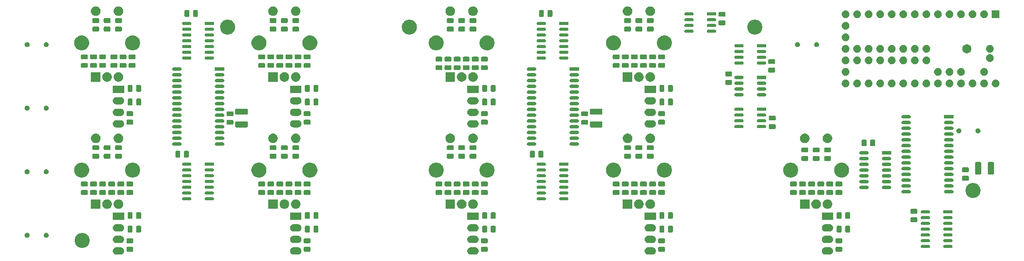
<source format=gbs>
G04 #@! TF.GenerationSoftware,KiCad,Pcbnew,(5.1.2)-1*
G04 #@! TF.CreationDate,2019-07-16T00:40:52+10:00*
G04 #@! TF.ProjectId,EncoderBoard,456e636f-6465-4724-926f-6172642e6b69,A*
G04 #@! TF.SameCoordinates,Original*
G04 #@! TF.FileFunction,Soldermask,Bot*
G04 #@! TF.FilePolarity,Negative*
%FSLAX46Y46*%
G04 Gerber Fmt 4.6, Leading zero omitted, Abs format (unit mm)*
G04 Created by KiCad (PCBNEW (5.1.2)-1) date 2019-07-16 00:40:52*
%MOMM*%
%LPD*%
G04 APERTURE LIST*
%ADD10C,0.100000*%
G04 APERTURE END LIST*
D10*
G36*
X232606827Y-105521576D02*
G01*
X232727672Y-105558234D01*
X232757632Y-105567322D01*
X232896607Y-105641607D01*
X233018422Y-105741578D01*
X233118393Y-105863393D01*
X233192678Y-106002368D01*
X233192679Y-106002372D01*
X233238424Y-106153173D01*
X233253870Y-106310000D01*
X233238424Y-106466827D01*
X233200723Y-106591111D01*
X233192678Y-106617632D01*
X233118393Y-106756607D01*
X233018422Y-106878422D01*
X232896607Y-106978393D01*
X232757632Y-107052678D01*
X232731111Y-107060723D01*
X232606827Y-107098424D01*
X232489293Y-107110000D01*
X231510707Y-107110000D01*
X231393173Y-107098424D01*
X231268889Y-107060723D01*
X231242368Y-107052678D01*
X231103393Y-106978393D01*
X230981578Y-106878422D01*
X230881607Y-106756607D01*
X230807322Y-106617632D01*
X230799277Y-106591111D01*
X230761576Y-106466827D01*
X230746130Y-106310000D01*
X230761576Y-106153173D01*
X230807321Y-106002372D01*
X230807322Y-106002368D01*
X230881607Y-105863393D01*
X230981578Y-105741578D01*
X231103393Y-105641607D01*
X231242368Y-105567322D01*
X231272328Y-105558234D01*
X231393173Y-105521576D01*
X231510707Y-105510000D01*
X232489293Y-105510000D01*
X232606827Y-105521576D01*
X232606827Y-105521576D01*
G37*
G36*
X193606827Y-105521576D02*
G01*
X193727672Y-105558234D01*
X193757632Y-105567322D01*
X193896607Y-105641607D01*
X194018422Y-105741578D01*
X194118393Y-105863393D01*
X194192678Y-106002368D01*
X194192679Y-106002372D01*
X194238424Y-106153173D01*
X194253870Y-106310000D01*
X194238424Y-106466827D01*
X194200723Y-106591111D01*
X194192678Y-106617632D01*
X194118393Y-106756607D01*
X194018422Y-106878422D01*
X193896607Y-106978393D01*
X193757632Y-107052678D01*
X193731111Y-107060723D01*
X193606827Y-107098424D01*
X193489293Y-107110000D01*
X192510707Y-107110000D01*
X192393173Y-107098424D01*
X192268889Y-107060723D01*
X192242368Y-107052678D01*
X192103393Y-106978393D01*
X191981578Y-106878422D01*
X191881607Y-106756607D01*
X191807322Y-106617632D01*
X191799277Y-106591111D01*
X191761576Y-106466827D01*
X191746130Y-106310000D01*
X191761576Y-106153173D01*
X191807321Y-106002372D01*
X191807322Y-106002368D01*
X191881607Y-105863393D01*
X191981578Y-105741578D01*
X192103393Y-105641607D01*
X192242368Y-105567322D01*
X192272328Y-105558234D01*
X192393173Y-105521576D01*
X192510707Y-105510000D01*
X193489293Y-105510000D01*
X193606827Y-105521576D01*
X193606827Y-105521576D01*
G37*
G36*
X154606827Y-105521576D02*
G01*
X154727672Y-105558234D01*
X154757632Y-105567322D01*
X154896607Y-105641607D01*
X155018422Y-105741578D01*
X155118393Y-105863393D01*
X155192678Y-106002368D01*
X155192679Y-106002372D01*
X155238424Y-106153173D01*
X155253870Y-106310000D01*
X155238424Y-106466827D01*
X155200723Y-106591111D01*
X155192678Y-106617632D01*
X155118393Y-106756607D01*
X155018422Y-106878422D01*
X154896607Y-106978393D01*
X154757632Y-107052678D01*
X154731111Y-107060723D01*
X154606827Y-107098424D01*
X154489293Y-107110000D01*
X153510707Y-107110000D01*
X153393173Y-107098424D01*
X153268889Y-107060723D01*
X153242368Y-107052678D01*
X153103393Y-106978393D01*
X152981578Y-106878422D01*
X152881607Y-106756607D01*
X152807322Y-106617632D01*
X152799277Y-106591111D01*
X152761576Y-106466827D01*
X152746130Y-106310000D01*
X152761576Y-106153173D01*
X152807321Y-106002372D01*
X152807322Y-106002368D01*
X152881607Y-105863393D01*
X152981578Y-105741578D01*
X153103393Y-105641607D01*
X153242368Y-105567322D01*
X153272328Y-105558234D01*
X153393173Y-105521576D01*
X153510707Y-105510000D01*
X154489293Y-105510000D01*
X154606827Y-105521576D01*
X154606827Y-105521576D01*
G37*
G36*
X115606827Y-105521576D02*
G01*
X115727672Y-105558234D01*
X115757632Y-105567322D01*
X115896607Y-105641607D01*
X116018422Y-105741578D01*
X116118393Y-105863393D01*
X116192678Y-106002368D01*
X116192679Y-106002372D01*
X116238424Y-106153173D01*
X116253870Y-106310000D01*
X116238424Y-106466827D01*
X116200723Y-106591111D01*
X116192678Y-106617632D01*
X116118393Y-106756607D01*
X116018422Y-106878422D01*
X115896607Y-106978393D01*
X115757632Y-107052678D01*
X115731111Y-107060723D01*
X115606827Y-107098424D01*
X115489293Y-107110000D01*
X114510707Y-107110000D01*
X114393173Y-107098424D01*
X114268889Y-107060723D01*
X114242368Y-107052678D01*
X114103393Y-106978393D01*
X113981578Y-106878422D01*
X113881607Y-106756607D01*
X113807322Y-106617632D01*
X113799277Y-106591111D01*
X113761576Y-106466827D01*
X113746130Y-106310000D01*
X113761576Y-106153173D01*
X113807321Y-106002372D01*
X113807322Y-106002368D01*
X113881607Y-105863393D01*
X113981578Y-105741578D01*
X114103393Y-105641607D01*
X114242368Y-105567322D01*
X114272328Y-105558234D01*
X114393173Y-105521576D01*
X114510707Y-105510000D01*
X115489293Y-105510000D01*
X115606827Y-105521576D01*
X115606827Y-105521576D01*
G37*
G36*
X76606827Y-105521576D02*
G01*
X76727672Y-105558234D01*
X76757632Y-105567322D01*
X76896607Y-105641607D01*
X77018422Y-105741578D01*
X77118393Y-105863393D01*
X77192678Y-106002368D01*
X77192679Y-106002372D01*
X77238424Y-106153173D01*
X77253870Y-106310000D01*
X77238424Y-106466827D01*
X77200723Y-106591111D01*
X77192678Y-106617632D01*
X77118393Y-106756607D01*
X77018422Y-106878422D01*
X76896607Y-106978393D01*
X76757632Y-107052678D01*
X76731111Y-107060723D01*
X76606827Y-107098424D01*
X76489293Y-107110000D01*
X75510707Y-107110000D01*
X75393173Y-107098424D01*
X75268889Y-107060723D01*
X75242368Y-107052678D01*
X75103393Y-106978393D01*
X74981578Y-106878422D01*
X74881607Y-106756607D01*
X74807322Y-106617632D01*
X74799277Y-106591111D01*
X74761576Y-106466827D01*
X74746130Y-106310000D01*
X74761576Y-106153173D01*
X74807321Y-106002372D01*
X74807322Y-106002368D01*
X74881607Y-105863393D01*
X74981578Y-105741578D01*
X75103393Y-105641607D01*
X75242368Y-105567322D01*
X75272328Y-105558234D01*
X75393173Y-105521576D01*
X75510707Y-105510000D01*
X76489293Y-105510000D01*
X76606827Y-105521576D01*
X76606827Y-105521576D01*
G37*
G36*
X118043722Y-105405043D02*
G01*
X118091766Y-105419617D01*
X118136049Y-105443287D01*
X118174861Y-105475139D01*
X118206713Y-105513951D01*
X118230383Y-105558234D01*
X118244957Y-105606278D01*
X118250000Y-105657482D01*
X118250000Y-106217518D01*
X118244957Y-106268722D01*
X118230383Y-106316766D01*
X118206713Y-106361049D01*
X118174861Y-106399861D01*
X118136049Y-106431713D01*
X118091766Y-106455383D01*
X118043722Y-106469957D01*
X117992518Y-106475000D01*
X117007482Y-106475000D01*
X116956278Y-106469957D01*
X116908234Y-106455383D01*
X116863951Y-106431713D01*
X116825139Y-106399861D01*
X116793287Y-106361049D01*
X116769617Y-106316766D01*
X116755043Y-106268722D01*
X116750000Y-106217518D01*
X116750000Y-105657482D01*
X116755043Y-105606278D01*
X116769617Y-105558234D01*
X116793287Y-105513951D01*
X116825139Y-105475139D01*
X116863951Y-105443287D01*
X116908234Y-105419617D01*
X116956278Y-105405043D01*
X117007482Y-105400000D01*
X117992518Y-105400000D01*
X118043722Y-105405043D01*
X118043722Y-105405043D01*
G37*
G36*
X79043722Y-105405043D02*
G01*
X79091766Y-105419617D01*
X79136049Y-105443287D01*
X79174861Y-105475139D01*
X79206713Y-105513951D01*
X79230383Y-105558234D01*
X79244957Y-105606278D01*
X79250000Y-105657482D01*
X79250000Y-106217518D01*
X79244957Y-106268722D01*
X79230383Y-106316766D01*
X79206713Y-106361049D01*
X79174861Y-106399861D01*
X79136049Y-106431713D01*
X79091766Y-106455383D01*
X79043722Y-106469957D01*
X78992518Y-106475000D01*
X78007482Y-106475000D01*
X77956278Y-106469957D01*
X77908234Y-106455383D01*
X77863951Y-106431713D01*
X77825139Y-106399861D01*
X77793287Y-106361049D01*
X77769617Y-106316766D01*
X77755043Y-106268722D01*
X77750000Y-106217518D01*
X77750000Y-105657482D01*
X77755043Y-105606278D01*
X77769617Y-105558234D01*
X77793287Y-105513951D01*
X77825139Y-105475139D01*
X77863951Y-105443287D01*
X77908234Y-105419617D01*
X77956278Y-105405043D01*
X78007482Y-105400000D01*
X78992518Y-105400000D01*
X79043722Y-105405043D01*
X79043722Y-105405043D01*
G37*
G36*
X235043722Y-105405043D02*
G01*
X235091766Y-105419617D01*
X235136049Y-105443287D01*
X235174861Y-105475139D01*
X235206713Y-105513951D01*
X235230383Y-105558234D01*
X235244957Y-105606278D01*
X235250000Y-105657482D01*
X235250000Y-106217518D01*
X235244957Y-106268722D01*
X235230383Y-106316766D01*
X235206713Y-106361049D01*
X235174861Y-106399861D01*
X235136049Y-106431713D01*
X235091766Y-106455383D01*
X235043722Y-106469957D01*
X234992518Y-106475000D01*
X234007482Y-106475000D01*
X233956278Y-106469957D01*
X233908234Y-106455383D01*
X233863951Y-106431713D01*
X233825139Y-106399861D01*
X233793287Y-106361049D01*
X233769617Y-106316766D01*
X233755043Y-106268722D01*
X233750000Y-106217518D01*
X233750000Y-105657482D01*
X233755043Y-105606278D01*
X233769617Y-105558234D01*
X233793287Y-105513951D01*
X233825139Y-105475139D01*
X233863951Y-105443287D01*
X233908234Y-105419617D01*
X233956278Y-105405043D01*
X234007482Y-105400000D01*
X234992518Y-105400000D01*
X235043722Y-105405043D01*
X235043722Y-105405043D01*
G37*
G36*
X196043722Y-105405043D02*
G01*
X196091766Y-105419617D01*
X196136049Y-105443287D01*
X196174861Y-105475139D01*
X196206713Y-105513951D01*
X196230383Y-105558234D01*
X196244957Y-105606278D01*
X196250000Y-105657482D01*
X196250000Y-106217518D01*
X196244957Y-106268722D01*
X196230383Y-106316766D01*
X196206713Y-106361049D01*
X196174861Y-106399861D01*
X196136049Y-106431713D01*
X196091766Y-106455383D01*
X196043722Y-106469957D01*
X195992518Y-106475000D01*
X195007482Y-106475000D01*
X194956278Y-106469957D01*
X194908234Y-106455383D01*
X194863951Y-106431713D01*
X194825139Y-106399861D01*
X194793287Y-106361049D01*
X194769617Y-106316766D01*
X194755043Y-106268722D01*
X194750000Y-106217518D01*
X194750000Y-105657482D01*
X194755043Y-105606278D01*
X194769617Y-105558234D01*
X194793287Y-105513951D01*
X194825139Y-105475139D01*
X194863951Y-105443287D01*
X194908234Y-105419617D01*
X194956278Y-105405043D01*
X195007482Y-105400000D01*
X195992518Y-105400000D01*
X196043722Y-105405043D01*
X196043722Y-105405043D01*
G37*
G36*
X157043722Y-105405043D02*
G01*
X157091766Y-105419617D01*
X157136049Y-105443287D01*
X157174861Y-105475139D01*
X157206713Y-105513951D01*
X157230383Y-105558234D01*
X157244957Y-105606278D01*
X157250000Y-105657482D01*
X157250000Y-106217518D01*
X157244957Y-106268722D01*
X157230383Y-106316766D01*
X157206713Y-106361049D01*
X157174861Y-106399861D01*
X157136049Y-106431713D01*
X157091766Y-106455383D01*
X157043722Y-106469957D01*
X156992518Y-106475000D01*
X156007482Y-106475000D01*
X155956278Y-106469957D01*
X155908234Y-106455383D01*
X155863951Y-106431713D01*
X155825139Y-106399861D01*
X155793287Y-106361049D01*
X155769617Y-106316766D01*
X155755043Y-106268722D01*
X155750000Y-106217518D01*
X155750000Y-105657482D01*
X155755043Y-105606278D01*
X155769617Y-105558234D01*
X155793287Y-105513951D01*
X155825139Y-105475139D01*
X155863951Y-105443287D01*
X155908234Y-105419617D01*
X155956278Y-105405043D01*
X156007482Y-105400000D01*
X156992518Y-105400000D01*
X157043722Y-105405043D01*
X157043722Y-105405043D01*
G37*
G36*
X259218612Y-104965065D02*
G01*
X259284591Y-104985079D01*
X259345391Y-105017578D01*
X259398685Y-105061315D01*
X259442422Y-105114609D01*
X259474921Y-105175409D01*
X259494935Y-105241388D01*
X259501693Y-105310000D01*
X259494935Y-105378612D01*
X259474921Y-105444591D01*
X259442422Y-105505391D01*
X259398685Y-105558685D01*
X259345391Y-105602422D01*
X259284591Y-105634921D01*
X259234881Y-105650000D01*
X259218612Y-105654935D01*
X259167189Y-105660000D01*
X257782811Y-105660000D01*
X257731388Y-105654935D01*
X257715119Y-105650000D01*
X257665409Y-105634921D01*
X257604609Y-105602422D01*
X257551315Y-105558685D01*
X257507578Y-105505391D01*
X257475079Y-105444591D01*
X257455065Y-105378612D01*
X257448307Y-105310000D01*
X257455065Y-105241388D01*
X257475079Y-105175409D01*
X257507578Y-105114609D01*
X257551315Y-105061315D01*
X257604609Y-105017578D01*
X257665409Y-104985079D01*
X257731388Y-104965065D01*
X257782811Y-104960000D01*
X259167189Y-104960000D01*
X259218612Y-104965065D01*
X259218612Y-104965065D01*
G37*
G36*
X254268612Y-104965065D02*
G01*
X254334591Y-104985079D01*
X254395391Y-105017578D01*
X254448685Y-105061315D01*
X254492422Y-105114609D01*
X254524921Y-105175409D01*
X254544935Y-105241388D01*
X254551693Y-105310000D01*
X254544935Y-105378612D01*
X254524921Y-105444591D01*
X254492422Y-105505391D01*
X254448685Y-105558685D01*
X254395391Y-105602422D01*
X254334591Y-105634921D01*
X254284881Y-105650000D01*
X254268612Y-105654935D01*
X254217189Y-105660000D01*
X252832811Y-105660000D01*
X252781388Y-105654935D01*
X252765119Y-105650000D01*
X252715409Y-105634921D01*
X252654609Y-105602422D01*
X252601315Y-105558685D01*
X252557578Y-105505391D01*
X252525079Y-105444591D01*
X252505065Y-105378612D01*
X252498307Y-105310000D01*
X252505065Y-105241388D01*
X252525079Y-105175409D01*
X252557578Y-105114609D01*
X252601315Y-105061315D01*
X252654609Y-105017578D01*
X252715409Y-104985079D01*
X252781388Y-104965065D01*
X252832811Y-104960000D01*
X254217189Y-104960000D01*
X254268612Y-104965065D01*
X254268612Y-104965065D01*
G37*
G36*
X68481287Y-102413408D02*
G01*
X68781568Y-102537789D01*
X69051814Y-102718361D01*
X69281639Y-102948186D01*
X69462211Y-103218432D01*
X69586592Y-103518713D01*
X69650000Y-103837489D01*
X69650000Y-104162511D01*
X69586592Y-104481287D01*
X69462211Y-104781568D01*
X69281639Y-105051814D01*
X69051814Y-105281639D01*
X68781568Y-105462211D01*
X68481287Y-105586592D01*
X68162511Y-105650000D01*
X67837489Y-105650000D01*
X67518713Y-105586592D01*
X67218432Y-105462211D01*
X66948186Y-105281639D01*
X66718361Y-105051814D01*
X66537789Y-104781568D01*
X66413408Y-104481287D01*
X66350000Y-104162511D01*
X66350000Y-103837489D01*
X66413408Y-103518713D01*
X66537789Y-103218432D01*
X66718361Y-102948186D01*
X66948186Y-102718361D01*
X67218432Y-102537789D01*
X67518713Y-102413408D01*
X67837489Y-102350000D01*
X68162511Y-102350000D01*
X68481287Y-102413408D01*
X68481287Y-102413408D01*
G37*
G36*
X79043722Y-103530043D02*
G01*
X79091766Y-103544617D01*
X79136049Y-103568287D01*
X79174861Y-103600139D01*
X79206713Y-103638951D01*
X79230383Y-103683234D01*
X79244957Y-103731278D01*
X79250000Y-103782482D01*
X79250000Y-104342518D01*
X79244957Y-104393722D01*
X79230383Y-104441766D01*
X79206713Y-104486049D01*
X79174861Y-104524861D01*
X79136049Y-104556713D01*
X79091766Y-104580383D01*
X79043722Y-104594957D01*
X78992518Y-104600000D01*
X78007482Y-104600000D01*
X77956278Y-104594957D01*
X77908234Y-104580383D01*
X77863951Y-104556713D01*
X77825139Y-104524861D01*
X77793287Y-104486049D01*
X77769617Y-104441766D01*
X77755043Y-104393722D01*
X77750000Y-104342518D01*
X77750000Y-103782482D01*
X77755043Y-103731278D01*
X77769617Y-103683234D01*
X77793287Y-103638951D01*
X77825139Y-103600139D01*
X77863951Y-103568287D01*
X77908234Y-103544617D01*
X77956278Y-103530043D01*
X78007482Y-103525000D01*
X78992518Y-103525000D01*
X79043722Y-103530043D01*
X79043722Y-103530043D01*
G37*
G36*
X157043722Y-103530043D02*
G01*
X157091766Y-103544617D01*
X157136049Y-103568287D01*
X157174861Y-103600139D01*
X157206713Y-103638951D01*
X157230383Y-103683234D01*
X157244957Y-103731278D01*
X157250000Y-103782482D01*
X157250000Y-104342518D01*
X157244957Y-104393722D01*
X157230383Y-104441766D01*
X157206713Y-104486049D01*
X157174861Y-104524861D01*
X157136049Y-104556713D01*
X157091766Y-104580383D01*
X157043722Y-104594957D01*
X156992518Y-104600000D01*
X156007482Y-104600000D01*
X155956278Y-104594957D01*
X155908234Y-104580383D01*
X155863951Y-104556713D01*
X155825139Y-104524861D01*
X155793287Y-104486049D01*
X155769617Y-104441766D01*
X155755043Y-104393722D01*
X155750000Y-104342518D01*
X155750000Y-103782482D01*
X155755043Y-103731278D01*
X155769617Y-103683234D01*
X155793287Y-103638951D01*
X155825139Y-103600139D01*
X155863951Y-103568287D01*
X155908234Y-103544617D01*
X155956278Y-103530043D01*
X156007482Y-103525000D01*
X156992518Y-103525000D01*
X157043722Y-103530043D01*
X157043722Y-103530043D01*
G37*
G36*
X118043722Y-103530043D02*
G01*
X118091766Y-103544617D01*
X118136049Y-103568287D01*
X118174861Y-103600139D01*
X118206713Y-103638951D01*
X118230383Y-103683234D01*
X118244957Y-103731278D01*
X118250000Y-103782482D01*
X118250000Y-104342518D01*
X118244957Y-104393722D01*
X118230383Y-104441766D01*
X118206713Y-104486049D01*
X118174861Y-104524861D01*
X118136049Y-104556713D01*
X118091766Y-104580383D01*
X118043722Y-104594957D01*
X117992518Y-104600000D01*
X117007482Y-104600000D01*
X116956278Y-104594957D01*
X116908234Y-104580383D01*
X116863951Y-104556713D01*
X116825139Y-104524861D01*
X116793287Y-104486049D01*
X116769617Y-104441766D01*
X116755043Y-104393722D01*
X116750000Y-104342518D01*
X116750000Y-103782482D01*
X116755043Y-103731278D01*
X116769617Y-103683234D01*
X116793287Y-103638951D01*
X116825139Y-103600139D01*
X116863951Y-103568287D01*
X116908234Y-103544617D01*
X116956278Y-103530043D01*
X117007482Y-103525000D01*
X117992518Y-103525000D01*
X118043722Y-103530043D01*
X118043722Y-103530043D01*
G37*
G36*
X196043722Y-103530043D02*
G01*
X196091766Y-103544617D01*
X196136049Y-103568287D01*
X196174861Y-103600139D01*
X196206713Y-103638951D01*
X196230383Y-103683234D01*
X196244957Y-103731278D01*
X196250000Y-103782482D01*
X196250000Y-104342518D01*
X196244957Y-104393722D01*
X196230383Y-104441766D01*
X196206713Y-104486049D01*
X196174861Y-104524861D01*
X196136049Y-104556713D01*
X196091766Y-104580383D01*
X196043722Y-104594957D01*
X195992518Y-104600000D01*
X195007482Y-104600000D01*
X194956278Y-104594957D01*
X194908234Y-104580383D01*
X194863951Y-104556713D01*
X194825139Y-104524861D01*
X194793287Y-104486049D01*
X194769617Y-104441766D01*
X194755043Y-104393722D01*
X194750000Y-104342518D01*
X194750000Y-103782482D01*
X194755043Y-103731278D01*
X194769617Y-103683234D01*
X194793287Y-103638951D01*
X194825139Y-103600139D01*
X194863951Y-103568287D01*
X194908234Y-103544617D01*
X194956278Y-103530043D01*
X195007482Y-103525000D01*
X195992518Y-103525000D01*
X196043722Y-103530043D01*
X196043722Y-103530043D01*
G37*
G36*
X235043722Y-103530043D02*
G01*
X235091766Y-103544617D01*
X235136049Y-103568287D01*
X235174861Y-103600139D01*
X235206713Y-103638951D01*
X235230383Y-103683234D01*
X235244957Y-103731278D01*
X235250000Y-103782482D01*
X235250000Y-104342518D01*
X235244957Y-104393722D01*
X235230383Y-104441766D01*
X235206713Y-104486049D01*
X235174861Y-104524861D01*
X235136049Y-104556713D01*
X235091766Y-104580383D01*
X235043722Y-104594957D01*
X234992518Y-104600000D01*
X234007482Y-104600000D01*
X233956278Y-104594957D01*
X233908234Y-104580383D01*
X233863951Y-104556713D01*
X233825139Y-104524861D01*
X233793287Y-104486049D01*
X233769617Y-104441766D01*
X233755043Y-104393722D01*
X233750000Y-104342518D01*
X233750000Y-103782482D01*
X233755043Y-103731278D01*
X233769617Y-103683234D01*
X233793287Y-103638951D01*
X233825139Y-103600139D01*
X233863951Y-103568287D01*
X233908234Y-103544617D01*
X233956278Y-103530043D01*
X234007482Y-103525000D01*
X234992518Y-103525000D01*
X235043722Y-103530043D01*
X235043722Y-103530043D01*
G37*
G36*
X115606827Y-102981576D02*
G01*
X115729159Y-103018685D01*
X115757632Y-103027322D01*
X115896607Y-103101607D01*
X116018422Y-103201578D01*
X116118393Y-103323393D01*
X116192678Y-103462368D01*
X116192679Y-103462372D01*
X116238424Y-103613173D01*
X116253870Y-103770000D01*
X116238424Y-103926827D01*
X116204093Y-104040000D01*
X116192678Y-104077632D01*
X116118393Y-104216607D01*
X116018422Y-104338422D01*
X115896607Y-104438393D01*
X115757632Y-104512678D01*
X115731111Y-104520723D01*
X115606827Y-104558424D01*
X115489293Y-104570000D01*
X114510707Y-104570000D01*
X114393173Y-104558424D01*
X114268889Y-104520723D01*
X114242368Y-104512678D01*
X114103393Y-104438393D01*
X113981578Y-104338422D01*
X113881607Y-104216607D01*
X113807322Y-104077632D01*
X113795907Y-104040000D01*
X113761576Y-103926827D01*
X113746130Y-103770000D01*
X113761576Y-103613173D01*
X113807321Y-103462372D01*
X113807322Y-103462368D01*
X113881607Y-103323393D01*
X113981578Y-103201578D01*
X114103393Y-103101607D01*
X114242368Y-103027322D01*
X114270841Y-103018685D01*
X114393173Y-102981576D01*
X114510707Y-102970000D01*
X115489293Y-102970000D01*
X115606827Y-102981576D01*
X115606827Y-102981576D01*
G37*
G36*
X76606827Y-102981576D02*
G01*
X76729159Y-103018685D01*
X76757632Y-103027322D01*
X76896607Y-103101607D01*
X77018422Y-103201578D01*
X77118393Y-103323393D01*
X77192678Y-103462368D01*
X77192679Y-103462372D01*
X77238424Y-103613173D01*
X77253870Y-103770000D01*
X77238424Y-103926827D01*
X77204093Y-104040000D01*
X77192678Y-104077632D01*
X77118393Y-104216607D01*
X77018422Y-104338422D01*
X76896607Y-104438393D01*
X76757632Y-104512678D01*
X76731111Y-104520723D01*
X76606827Y-104558424D01*
X76489293Y-104570000D01*
X75510707Y-104570000D01*
X75393173Y-104558424D01*
X75268889Y-104520723D01*
X75242368Y-104512678D01*
X75103393Y-104438393D01*
X74981578Y-104338422D01*
X74881607Y-104216607D01*
X74807322Y-104077632D01*
X74795907Y-104040000D01*
X74761576Y-103926827D01*
X74746130Y-103770000D01*
X74761576Y-103613173D01*
X74807321Y-103462372D01*
X74807322Y-103462368D01*
X74881607Y-103323393D01*
X74981578Y-103201578D01*
X75103393Y-103101607D01*
X75242368Y-103027322D01*
X75270841Y-103018685D01*
X75393173Y-102981576D01*
X75510707Y-102970000D01*
X76489293Y-102970000D01*
X76606827Y-102981576D01*
X76606827Y-102981576D01*
G37*
G36*
X232606827Y-102981576D02*
G01*
X232729159Y-103018685D01*
X232757632Y-103027322D01*
X232896607Y-103101607D01*
X233018422Y-103201578D01*
X233118393Y-103323393D01*
X233192678Y-103462368D01*
X233192679Y-103462372D01*
X233238424Y-103613173D01*
X233253870Y-103770000D01*
X233238424Y-103926827D01*
X233204093Y-104040000D01*
X233192678Y-104077632D01*
X233118393Y-104216607D01*
X233018422Y-104338422D01*
X232896607Y-104438393D01*
X232757632Y-104512678D01*
X232731111Y-104520723D01*
X232606827Y-104558424D01*
X232489293Y-104570000D01*
X231510707Y-104570000D01*
X231393173Y-104558424D01*
X231268889Y-104520723D01*
X231242368Y-104512678D01*
X231103393Y-104438393D01*
X230981578Y-104338422D01*
X230881607Y-104216607D01*
X230807322Y-104077632D01*
X230795907Y-104040000D01*
X230761576Y-103926827D01*
X230746130Y-103770000D01*
X230761576Y-103613173D01*
X230807321Y-103462372D01*
X230807322Y-103462368D01*
X230881607Y-103323393D01*
X230981578Y-103201578D01*
X231103393Y-103101607D01*
X231242368Y-103027322D01*
X231270841Y-103018685D01*
X231393173Y-102981576D01*
X231510707Y-102970000D01*
X232489293Y-102970000D01*
X232606827Y-102981576D01*
X232606827Y-102981576D01*
G37*
G36*
X193606827Y-102981576D02*
G01*
X193729159Y-103018685D01*
X193757632Y-103027322D01*
X193896607Y-103101607D01*
X194018422Y-103201578D01*
X194118393Y-103323393D01*
X194192678Y-103462368D01*
X194192679Y-103462372D01*
X194238424Y-103613173D01*
X194253870Y-103770000D01*
X194238424Y-103926827D01*
X194204093Y-104040000D01*
X194192678Y-104077632D01*
X194118393Y-104216607D01*
X194018422Y-104338422D01*
X193896607Y-104438393D01*
X193757632Y-104512678D01*
X193731111Y-104520723D01*
X193606827Y-104558424D01*
X193489293Y-104570000D01*
X192510707Y-104570000D01*
X192393173Y-104558424D01*
X192268889Y-104520723D01*
X192242368Y-104512678D01*
X192103393Y-104438393D01*
X191981578Y-104338422D01*
X191881607Y-104216607D01*
X191807322Y-104077632D01*
X191795907Y-104040000D01*
X191761576Y-103926827D01*
X191746130Y-103770000D01*
X191761576Y-103613173D01*
X191807321Y-103462372D01*
X191807322Y-103462368D01*
X191881607Y-103323393D01*
X191981578Y-103201578D01*
X192103393Y-103101607D01*
X192242368Y-103027322D01*
X192270841Y-103018685D01*
X192393173Y-102981576D01*
X192510707Y-102970000D01*
X193489293Y-102970000D01*
X193606827Y-102981576D01*
X193606827Y-102981576D01*
G37*
G36*
X154606827Y-102981576D02*
G01*
X154729159Y-103018685D01*
X154757632Y-103027322D01*
X154896607Y-103101607D01*
X155018422Y-103201578D01*
X155118393Y-103323393D01*
X155192678Y-103462368D01*
X155192679Y-103462372D01*
X155238424Y-103613173D01*
X155253870Y-103770000D01*
X155238424Y-103926827D01*
X155204093Y-104040000D01*
X155192678Y-104077632D01*
X155118393Y-104216607D01*
X155018422Y-104338422D01*
X154896607Y-104438393D01*
X154757632Y-104512678D01*
X154731111Y-104520723D01*
X154606827Y-104558424D01*
X154489293Y-104570000D01*
X153510707Y-104570000D01*
X153393173Y-104558424D01*
X153268889Y-104520723D01*
X153242368Y-104512678D01*
X153103393Y-104438393D01*
X152981578Y-104338422D01*
X152881607Y-104216607D01*
X152807322Y-104077632D01*
X152795907Y-104040000D01*
X152761576Y-103926827D01*
X152746130Y-103770000D01*
X152761576Y-103613173D01*
X152807321Y-103462372D01*
X152807322Y-103462368D01*
X152881607Y-103323393D01*
X152981578Y-103201578D01*
X153103393Y-103101607D01*
X153242368Y-103027322D01*
X153270841Y-103018685D01*
X153393173Y-102981576D01*
X153510707Y-102970000D01*
X154489293Y-102970000D01*
X154606827Y-102981576D01*
X154606827Y-102981576D01*
G37*
G36*
X254268612Y-103695065D02*
G01*
X254334591Y-103715079D01*
X254395391Y-103747578D01*
X254448685Y-103791315D01*
X254492422Y-103844609D01*
X254524921Y-103905409D01*
X254544935Y-103971388D01*
X254551693Y-104040000D01*
X254544935Y-104108612D01*
X254524921Y-104174591D01*
X254492422Y-104235391D01*
X254448685Y-104288685D01*
X254395391Y-104332422D01*
X254334591Y-104364921D01*
X254272746Y-104383681D01*
X254268612Y-104384935D01*
X254217189Y-104390000D01*
X252832811Y-104390000D01*
X252781388Y-104384935D01*
X252777254Y-104383681D01*
X252715409Y-104364921D01*
X252654609Y-104332422D01*
X252601315Y-104288685D01*
X252557578Y-104235391D01*
X252525079Y-104174591D01*
X252505065Y-104108612D01*
X252498307Y-104040000D01*
X252505065Y-103971388D01*
X252525079Y-103905409D01*
X252557578Y-103844609D01*
X252601315Y-103791315D01*
X252654609Y-103747578D01*
X252715409Y-103715079D01*
X252781388Y-103695065D01*
X252832811Y-103690000D01*
X254217189Y-103690000D01*
X254268612Y-103695065D01*
X254268612Y-103695065D01*
G37*
G36*
X259218612Y-103695065D02*
G01*
X259284591Y-103715079D01*
X259345391Y-103747578D01*
X259398685Y-103791315D01*
X259442422Y-103844609D01*
X259474921Y-103905409D01*
X259494935Y-103971388D01*
X259501693Y-104040000D01*
X259494935Y-104108612D01*
X259474921Y-104174591D01*
X259442422Y-104235391D01*
X259398685Y-104288685D01*
X259345391Y-104332422D01*
X259284591Y-104364921D01*
X259222746Y-104383681D01*
X259218612Y-104384935D01*
X259167189Y-104390000D01*
X257782811Y-104390000D01*
X257731388Y-104384935D01*
X257727254Y-104383681D01*
X257665409Y-104364921D01*
X257604609Y-104332422D01*
X257551315Y-104288685D01*
X257507578Y-104235391D01*
X257475079Y-104174591D01*
X257455065Y-104108612D01*
X257448307Y-104040000D01*
X257455065Y-103971388D01*
X257475079Y-103905409D01*
X257507578Y-103844609D01*
X257551315Y-103791315D01*
X257604609Y-103747578D01*
X257665409Y-103715079D01*
X257731388Y-103695065D01*
X257782811Y-103690000D01*
X259167189Y-103690000D01*
X259218612Y-103695065D01*
X259218612Y-103695065D01*
G37*
G36*
X60260429Y-102321136D02*
G01*
X60310476Y-102341866D01*
X60360522Y-102362596D01*
X60360523Y-102362597D01*
X60446433Y-102420000D01*
X60450605Y-102422788D01*
X60527212Y-102499395D01*
X60587404Y-102589478D01*
X60606429Y-102635409D01*
X60628864Y-102689571D01*
X60650000Y-102795830D01*
X60650000Y-102904170D01*
X60628864Y-103010429D01*
X60608133Y-103060476D01*
X60587404Y-103110522D01*
X60527212Y-103200605D01*
X60450605Y-103277212D01*
X60360522Y-103337404D01*
X60310476Y-103358134D01*
X60260429Y-103378864D01*
X60154170Y-103400000D01*
X60045830Y-103400000D01*
X59939571Y-103378864D01*
X59889524Y-103358133D01*
X59839478Y-103337404D01*
X59749395Y-103277212D01*
X59672788Y-103200605D01*
X59612596Y-103110522D01*
X59591867Y-103060476D01*
X59571136Y-103010429D01*
X59550000Y-102904170D01*
X59550000Y-102795830D01*
X59571136Y-102689571D01*
X59593571Y-102635409D01*
X59612596Y-102589478D01*
X59672788Y-102499395D01*
X59749395Y-102422788D01*
X59753568Y-102420000D01*
X59839477Y-102362597D01*
X59839478Y-102362596D01*
X59889524Y-102341866D01*
X59939571Y-102321136D01*
X60045830Y-102300000D01*
X60154170Y-102300000D01*
X60260429Y-102321136D01*
X60260429Y-102321136D01*
G37*
G36*
X56060429Y-102321136D02*
G01*
X56110476Y-102341866D01*
X56160522Y-102362596D01*
X56160523Y-102362597D01*
X56246433Y-102420000D01*
X56250605Y-102422788D01*
X56327212Y-102499395D01*
X56387404Y-102589478D01*
X56406429Y-102635409D01*
X56428864Y-102689571D01*
X56450000Y-102795830D01*
X56450000Y-102904170D01*
X56428864Y-103010429D01*
X56408133Y-103060476D01*
X56387404Y-103110522D01*
X56327212Y-103200605D01*
X56250605Y-103277212D01*
X56160522Y-103337404D01*
X56110476Y-103358134D01*
X56060429Y-103378864D01*
X55954170Y-103400000D01*
X55845830Y-103400000D01*
X55739571Y-103378864D01*
X55689524Y-103358133D01*
X55639478Y-103337404D01*
X55549395Y-103277212D01*
X55472788Y-103200605D01*
X55412596Y-103110522D01*
X55391867Y-103060476D01*
X55371136Y-103010429D01*
X55350000Y-102904170D01*
X55350000Y-102795830D01*
X55371136Y-102689571D01*
X55393571Y-102635409D01*
X55412596Y-102589478D01*
X55472788Y-102499395D01*
X55549395Y-102422788D01*
X55553568Y-102420000D01*
X55639477Y-102362597D01*
X55639478Y-102362596D01*
X55689524Y-102341866D01*
X55739571Y-102321136D01*
X55845830Y-102300000D01*
X55954170Y-102300000D01*
X56060429Y-102321136D01*
X56060429Y-102321136D01*
G37*
G36*
X254245494Y-102422788D02*
G01*
X254268612Y-102425065D01*
X254334591Y-102445079D01*
X254395391Y-102477578D01*
X254448685Y-102521315D01*
X254492422Y-102574609D01*
X254524921Y-102635409D01*
X254544935Y-102701388D01*
X254551693Y-102770000D01*
X254544935Y-102838612D01*
X254524921Y-102904591D01*
X254492422Y-102965391D01*
X254448685Y-103018685D01*
X254395391Y-103062422D01*
X254334591Y-103094921D01*
X254283160Y-103110522D01*
X254268612Y-103114935D01*
X254217189Y-103120000D01*
X252832811Y-103120000D01*
X252781388Y-103114935D01*
X252766840Y-103110522D01*
X252715409Y-103094921D01*
X252654609Y-103062422D01*
X252601315Y-103018685D01*
X252557578Y-102965391D01*
X252525079Y-102904591D01*
X252505065Y-102838612D01*
X252498307Y-102770000D01*
X252505065Y-102701388D01*
X252525079Y-102635409D01*
X252557578Y-102574609D01*
X252601315Y-102521315D01*
X252654609Y-102477578D01*
X252715409Y-102445079D01*
X252781388Y-102425065D01*
X252804506Y-102422788D01*
X252832811Y-102420000D01*
X254217189Y-102420000D01*
X254245494Y-102422788D01*
X254245494Y-102422788D01*
G37*
G36*
X259195494Y-102422788D02*
G01*
X259218612Y-102425065D01*
X259284591Y-102445079D01*
X259345391Y-102477578D01*
X259398685Y-102521315D01*
X259442422Y-102574609D01*
X259474921Y-102635409D01*
X259494935Y-102701388D01*
X259501693Y-102770000D01*
X259494935Y-102838612D01*
X259474921Y-102904591D01*
X259442422Y-102965391D01*
X259398685Y-103018685D01*
X259345391Y-103062422D01*
X259284591Y-103094921D01*
X259233160Y-103110522D01*
X259218612Y-103114935D01*
X259167189Y-103120000D01*
X257782811Y-103120000D01*
X257731388Y-103114935D01*
X257716840Y-103110522D01*
X257665409Y-103094921D01*
X257604609Y-103062422D01*
X257551315Y-103018685D01*
X257507578Y-102965391D01*
X257475079Y-102904591D01*
X257455065Y-102838612D01*
X257448307Y-102770000D01*
X257455065Y-102701388D01*
X257475079Y-102635409D01*
X257507578Y-102574609D01*
X257551315Y-102521315D01*
X257604609Y-102477578D01*
X257665409Y-102445079D01*
X257731388Y-102425065D01*
X257754506Y-102422788D01*
X257782811Y-102420000D01*
X259167189Y-102420000D01*
X259195494Y-102422788D01*
X259195494Y-102422788D01*
G37*
G36*
X236768722Y-100755043D02*
G01*
X236816766Y-100769617D01*
X236861049Y-100793287D01*
X236899861Y-100825139D01*
X236931713Y-100863951D01*
X236955383Y-100908234D01*
X236969957Y-100956278D01*
X236975000Y-101007482D01*
X236975000Y-101992518D01*
X236969957Y-102043722D01*
X236955383Y-102091766D01*
X236931713Y-102136049D01*
X236899861Y-102174861D01*
X236861049Y-102206713D01*
X236816766Y-102230383D01*
X236768722Y-102244957D01*
X236717518Y-102250000D01*
X236157482Y-102250000D01*
X236106278Y-102244957D01*
X236058234Y-102230383D01*
X236013951Y-102206713D01*
X235975139Y-102174861D01*
X235943287Y-102136049D01*
X235919617Y-102091766D01*
X235905043Y-102043722D01*
X235900000Y-101992518D01*
X235900000Y-101007482D01*
X235905043Y-100956278D01*
X235919617Y-100908234D01*
X235943287Y-100863951D01*
X235975139Y-100825139D01*
X236013951Y-100793287D01*
X236058234Y-100769617D01*
X236106278Y-100755043D01*
X236157482Y-100750000D01*
X236717518Y-100750000D01*
X236768722Y-100755043D01*
X236768722Y-100755043D01*
G37*
G36*
X197768722Y-100755043D02*
G01*
X197816766Y-100769617D01*
X197861049Y-100793287D01*
X197899861Y-100825139D01*
X197931713Y-100863951D01*
X197955383Y-100908234D01*
X197969957Y-100956278D01*
X197975000Y-101007482D01*
X197975000Y-101992518D01*
X197969957Y-102043722D01*
X197955383Y-102091766D01*
X197931713Y-102136049D01*
X197899861Y-102174861D01*
X197861049Y-102206713D01*
X197816766Y-102230383D01*
X197768722Y-102244957D01*
X197717518Y-102250000D01*
X197157482Y-102250000D01*
X197106278Y-102244957D01*
X197058234Y-102230383D01*
X197013951Y-102206713D01*
X196975139Y-102174861D01*
X196943287Y-102136049D01*
X196919617Y-102091766D01*
X196905043Y-102043722D01*
X196900000Y-101992518D01*
X196900000Y-101007482D01*
X196905043Y-100956278D01*
X196919617Y-100908234D01*
X196943287Y-100863951D01*
X196975139Y-100825139D01*
X197013951Y-100793287D01*
X197058234Y-100769617D01*
X197106278Y-100755043D01*
X197157482Y-100750000D01*
X197717518Y-100750000D01*
X197768722Y-100755043D01*
X197768722Y-100755043D01*
G37*
G36*
X158768722Y-100755043D02*
G01*
X158816766Y-100769617D01*
X158861049Y-100793287D01*
X158899861Y-100825139D01*
X158931713Y-100863951D01*
X158955383Y-100908234D01*
X158969957Y-100956278D01*
X158975000Y-101007482D01*
X158975000Y-101992518D01*
X158969957Y-102043722D01*
X158955383Y-102091766D01*
X158931713Y-102136049D01*
X158899861Y-102174861D01*
X158861049Y-102206713D01*
X158816766Y-102230383D01*
X158768722Y-102244957D01*
X158717518Y-102250000D01*
X158157482Y-102250000D01*
X158106278Y-102244957D01*
X158058234Y-102230383D01*
X158013951Y-102206713D01*
X157975139Y-102174861D01*
X157943287Y-102136049D01*
X157919617Y-102091766D01*
X157905043Y-102043722D01*
X157900000Y-101992518D01*
X157900000Y-101007482D01*
X157905043Y-100956278D01*
X157919617Y-100908234D01*
X157943287Y-100863951D01*
X157975139Y-100825139D01*
X158013951Y-100793287D01*
X158058234Y-100769617D01*
X158106278Y-100755043D01*
X158157482Y-100750000D01*
X158717518Y-100750000D01*
X158768722Y-100755043D01*
X158768722Y-100755043D01*
G37*
G36*
X156893722Y-100755043D02*
G01*
X156941766Y-100769617D01*
X156986049Y-100793287D01*
X157024861Y-100825139D01*
X157056713Y-100863951D01*
X157080383Y-100908234D01*
X157094957Y-100956278D01*
X157100000Y-101007482D01*
X157100000Y-101992518D01*
X157094957Y-102043722D01*
X157080383Y-102091766D01*
X157056713Y-102136049D01*
X157024861Y-102174861D01*
X156986049Y-102206713D01*
X156941766Y-102230383D01*
X156893722Y-102244957D01*
X156842518Y-102250000D01*
X156282482Y-102250000D01*
X156231278Y-102244957D01*
X156183234Y-102230383D01*
X156138951Y-102206713D01*
X156100139Y-102174861D01*
X156068287Y-102136049D01*
X156044617Y-102091766D01*
X156030043Y-102043722D01*
X156025000Y-101992518D01*
X156025000Y-101007482D01*
X156030043Y-100956278D01*
X156044617Y-100908234D01*
X156068287Y-100863951D01*
X156100139Y-100825139D01*
X156138951Y-100793287D01*
X156183234Y-100769617D01*
X156231278Y-100755043D01*
X156282482Y-100750000D01*
X156842518Y-100750000D01*
X156893722Y-100755043D01*
X156893722Y-100755043D01*
G37*
G36*
X195893722Y-100755043D02*
G01*
X195941766Y-100769617D01*
X195986049Y-100793287D01*
X196024861Y-100825139D01*
X196056713Y-100863951D01*
X196080383Y-100908234D01*
X196094957Y-100956278D01*
X196100000Y-101007482D01*
X196100000Y-101992518D01*
X196094957Y-102043722D01*
X196080383Y-102091766D01*
X196056713Y-102136049D01*
X196024861Y-102174861D01*
X195986049Y-102206713D01*
X195941766Y-102230383D01*
X195893722Y-102244957D01*
X195842518Y-102250000D01*
X195282482Y-102250000D01*
X195231278Y-102244957D01*
X195183234Y-102230383D01*
X195138951Y-102206713D01*
X195100139Y-102174861D01*
X195068287Y-102136049D01*
X195044617Y-102091766D01*
X195030043Y-102043722D01*
X195025000Y-101992518D01*
X195025000Y-101007482D01*
X195030043Y-100956278D01*
X195044617Y-100908234D01*
X195068287Y-100863951D01*
X195100139Y-100825139D01*
X195138951Y-100793287D01*
X195183234Y-100769617D01*
X195231278Y-100755043D01*
X195282482Y-100750000D01*
X195842518Y-100750000D01*
X195893722Y-100755043D01*
X195893722Y-100755043D01*
G37*
G36*
X117893722Y-100755043D02*
G01*
X117941766Y-100769617D01*
X117986049Y-100793287D01*
X118024861Y-100825139D01*
X118056713Y-100863951D01*
X118080383Y-100908234D01*
X118094957Y-100956278D01*
X118100000Y-101007482D01*
X118100000Y-101992518D01*
X118094957Y-102043722D01*
X118080383Y-102091766D01*
X118056713Y-102136049D01*
X118024861Y-102174861D01*
X117986049Y-102206713D01*
X117941766Y-102230383D01*
X117893722Y-102244957D01*
X117842518Y-102250000D01*
X117282482Y-102250000D01*
X117231278Y-102244957D01*
X117183234Y-102230383D01*
X117138951Y-102206713D01*
X117100139Y-102174861D01*
X117068287Y-102136049D01*
X117044617Y-102091766D01*
X117030043Y-102043722D01*
X117025000Y-101992518D01*
X117025000Y-101007482D01*
X117030043Y-100956278D01*
X117044617Y-100908234D01*
X117068287Y-100863951D01*
X117100139Y-100825139D01*
X117138951Y-100793287D01*
X117183234Y-100769617D01*
X117231278Y-100755043D01*
X117282482Y-100750000D01*
X117842518Y-100750000D01*
X117893722Y-100755043D01*
X117893722Y-100755043D01*
G37*
G36*
X80768722Y-100755043D02*
G01*
X80816766Y-100769617D01*
X80861049Y-100793287D01*
X80899861Y-100825139D01*
X80931713Y-100863951D01*
X80955383Y-100908234D01*
X80969957Y-100956278D01*
X80975000Y-101007482D01*
X80975000Y-101992518D01*
X80969957Y-102043722D01*
X80955383Y-102091766D01*
X80931713Y-102136049D01*
X80899861Y-102174861D01*
X80861049Y-102206713D01*
X80816766Y-102230383D01*
X80768722Y-102244957D01*
X80717518Y-102250000D01*
X80157482Y-102250000D01*
X80106278Y-102244957D01*
X80058234Y-102230383D01*
X80013951Y-102206713D01*
X79975139Y-102174861D01*
X79943287Y-102136049D01*
X79919617Y-102091766D01*
X79905043Y-102043722D01*
X79900000Y-101992518D01*
X79900000Y-101007482D01*
X79905043Y-100956278D01*
X79919617Y-100908234D01*
X79943287Y-100863951D01*
X79975139Y-100825139D01*
X80013951Y-100793287D01*
X80058234Y-100769617D01*
X80106278Y-100755043D01*
X80157482Y-100750000D01*
X80717518Y-100750000D01*
X80768722Y-100755043D01*
X80768722Y-100755043D01*
G37*
G36*
X78893722Y-100755043D02*
G01*
X78941766Y-100769617D01*
X78986049Y-100793287D01*
X79024861Y-100825139D01*
X79056713Y-100863951D01*
X79080383Y-100908234D01*
X79094957Y-100956278D01*
X79100000Y-101007482D01*
X79100000Y-101992518D01*
X79094957Y-102043722D01*
X79080383Y-102091766D01*
X79056713Y-102136049D01*
X79024861Y-102174861D01*
X78986049Y-102206713D01*
X78941766Y-102230383D01*
X78893722Y-102244957D01*
X78842518Y-102250000D01*
X78282482Y-102250000D01*
X78231278Y-102244957D01*
X78183234Y-102230383D01*
X78138951Y-102206713D01*
X78100139Y-102174861D01*
X78068287Y-102136049D01*
X78044617Y-102091766D01*
X78030043Y-102043722D01*
X78025000Y-101992518D01*
X78025000Y-101007482D01*
X78030043Y-100956278D01*
X78044617Y-100908234D01*
X78068287Y-100863951D01*
X78100139Y-100825139D01*
X78138951Y-100793287D01*
X78183234Y-100769617D01*
X78231278Y-100755043D01*
X78282482Y-100750000D01*
X78842518Y-100750000D01*
X78893722Y-100755043D01*
X78893722Y-100755043D01*
G37*
G36*
X234893722Y-100755043D02*
G01*
X234941766Y-100769617D01*
X234986049Y-100793287D01*
X235024861Y-100825139D01*
X235056713Y-100863951D01*
X235080383Y-100908234D01*
X235094957Y-100956278D01*
X235100000Y-101007482D01*
X235100000Y-101992518D01*
X235094957Y-102043722D01*
X235080383Y-102091766D01*
X235056713Y-102136049D01*
X235024861Y-102174861D01*
X234986049Y-102206713D01*
X234941766Y-102230383D01*
X234893722Y-102244957D01*
X234842518Y-102250000D01*
X234282482Y-102250000D01*
X234231278Y-102244957D01*
X234183234Y-102230383D01*
X234138951Y-102206713D01*
X234100139Y-102174861D01*
X234068287Y-102136049D01*
X234044617Y-102091766D01*
X234030043Y-102043722D01*
X234025000Y-101992518D01*
X234025000Y-101007482D01*
X234030043Y-100956278D01*
X234044617Y-100908234D01*
X234068287Y-100863951D01*
X234100139Y-100825139D01*
X234138951Y-100793287D01*
X234183234Y-100769617D01*
X234231278Y-100755043D01*
X234282482Y-100750000D01*
X234842518Y-100750000D01*
X234893722Y-100755043D01*
X234893722Y-100755043D01*
G37*
G36*
X119768722Y-100755043D02*
G01*
X119816766Y-100769617D01*
X119861049Y-100793287D01*
X119899861Y-100825139D01*
X119931713Y-100863951D01*
X119955383Y-100908234D01*
X119969957Y-100956278D01*
X119975000Y-101007482D01*
X119975000Y-101992518D01*
X119969957Y-102043722D01*
X119955383Y-102091766D01*
X119931713Y-102136049D01*
X119899861Y-102174861D01*
X119861049Y-102206713D01*
X119816766Y-102230383D01*
X119768722Y-102244957D01*
X119717518Y-102250000D01*
X119157482Y-102250000D01*
X119106278Y-102244957D01*
X119058234Y-102230383D01*
X119013951Y-102206713D01*
X118975139Y-102174861D01*
X118943287Y-102136049D01*
X118919617Y-102091766D01*
X118905043Y-102043722D01*
X118900000Y-101992518D01*
X118900000Y-101007482D01*
X118905043Y-100956278D01*
X118919617Y-100908234D01*
X118943287Y-100863951D01*
X118975139Y-100825139D01*
X119013951Y-100793287D01*
X119058234Y-100769617D01*
X119106278Y-100755043D01*
X119157482Y-100750000D01*
X119717518Y-100750000D01*
X119768722Y-100755043D01*
X119768722Y-100755043D01*
G37*
G36*
X76606827Y-100441576D02*
G01*
X76729159Y-100478685D01*
X76757632Y-100487322D01*
X76896607Y-100561607D01*
X77018422Y-100661578D01*
X77118393Y-100783393D01*
X77192678Y-100922368D01*
X77192679Y-100922372D01*
X77238424Y-101073173D01*
X77253870Y-101230000D01*
X77238424Y-101386827D01*
X77204093Y-101500000D01*
X77192678Y-101537632D01*
X77118393Y-101676607D01*
X77018422Y-101798422D01*
X76896607Y-101898393D01*
X76757632Y-101972678D01*
X76731111Y-101980723D01*
X76606827Y-102018424D01*
X76489293Y-102030000D01*
X75510707Y-102030000D01*
X75393173Y-102018424D01*
X75268889Y-101980723D01*
X75242368Y-101972678D01*
X75103393Y-101898393D01*
X74981578Y-101798422D01*
X74881607Y-101676607D01*
X74807322Y-101537632D01*
X74795907Y-101500000D01*
X74761576Y-101386827D01*
X74746130Y-101230000D01*
X74761576Y-101073173D01*
X74807321Y-100922372D01*
X74807322Y-100922368D01*
X74881607Y-100783393D01*
X74981578Y-100661578D01*
X75103393Y-100561607D01*
X75242368Y-100487322D01*
X75270841Y-100478685D01*
X75393173Y-100441576D01*
X75510707Y-100430000D01*
X76489293Y-100430000D01*
X76606827Y-100441576D01*
X76606827Y-100441576D01*
G37*
G36*
X154606827Y-100441576D02*
G01*
X154729159Y-100478685D01*
X154757632Y-100487322D01*
X154896607Y-100561607D01*
X155018422Y-100661578D01*
X155118393Y-100783393D01*
X155192678Y-100922368D01*
X155192679Y-100922372D01*
X155238424Y-101073173D01*
X155253870Y-101230000D01*
X155238424Y-101386827D01*
X155204093Y-101500000D01*
X155192678Y-101537632D01*
X155118393Y-101676607D01*
X155018422Y-101798422D01*
X154896607Y-101898393D01*
X154757632Y-101972678D01*
X154731111Y-101980723D01*
X154606827Y-102018424D01*
X154489293Y-102030000D01*
X153510707Y-102030000D01*
X153393173Y-102018424D01*
X153268889Y-101980723D01*
X153242368Y-101972678D01*
X153103393Y-101898393D01*
X152981578Y-101798422D01*
X152881607Y-101676607D01*
X152807322Y-101537632D01*
X152795907Y-101500000D01*
X152761576Y-101386827D01*
X152746130Y-101230000D01*
X152761576Y-101073173D01*
X152807321Y-100922372D01*
X152807322Y-100922368D01*
X152881607Y-100783393D01*
X152981578Y-100661578D01*
X153103393Y-100561607D01*
X153242368Y-100487322D01*
X153270841Y-100478685D01*
X153393173Y-100441576D01*
X153510707Y-100430000D01*
X154489293Y-100430000D01*
X154606827Y-100441576D01*
X154606827Y-100441576D01*
G37*
G36*
X115606827Y-100441576D02*
G01*
X115729159Y-100478685D01*
X115757632Y-100487322D01*
X115896607Y-100561607D01*
X116018422Y-100661578D01*
X116118393Y-100783393D01*
X116192678Y-100922368D01*
X116192679Y-100922372D01*
X116238424Y-101073173D01*
X116253870Y-101230000D01*
X116238424Y-101386827D01*
X116204093Y-101500000D01*
X116192678Y-101537632D01*
X116118393Y-101676607D01*
X116018422Y-101798422D01*
X115896607Y-101898393D01*
X115757632Y-101972678D01*
X115731111Y-101980723D01*
X115606827Y-102018424D01*
X115489293Y-102030000D01*
X114510707Y-102030000D01*
X114393173Y-102018424D01*
X114268889Y-101980723D01*
X114242368Y-101972678D01*
X114103393Y-101898393D01*
X113981578Y-101798422D01*
X113881607Y-101676607D01*
X113807322Y-101537632D01*
X113795907Y-101500000D01*
X113761576Y-101386827D01*
X113746130Y-101230000D01*
X113761576Y-101073173D01*
X113807321Y-100922372D01*
X113807322Y-100922368D01*
X113881607Y-100783393D01*
X113981578Y-100661578D01*
X114103393Y-100561607D01*
X114242368Y-100487322D01*
X114270841Y-100478685D01*
X114393173Y-100441576D01*
X114510707Y-100430000D01*
X115489293Y-100430000D01*
X115606827Y-100441576D01*
X115606827Y-100441576D01*
G37*
G36*
X232606827Y-100441576D02*
G01*
X232729159Y-100478685D01*
X232757632Y-100487322D01*
X232896607Y-100561607D01*
X233018422Y-100661578D01*
X233118393Y-100783393D01*
X233192678Y-100922368D01*
X233192679Y-100922372D01*
X233238424Y-101073173D01*
X233253870Y-101230000D01*
X233238424Y-101386827D01*
X233204093Y-101500000D01*
X233192678Y-101537632D01*
X233118393Y-101676607D01*
X233018422Y-101798422D01*
X232896607Y-101898393D01*
X232757632Y-101972678D01*
X232731111Y-101980723D01*
X232606827Y-102018424D01*
X232489293Y-102030000D01*
X231510707Y-102030000D01*
X231393173Y-102018424D01*
X231268889Y-101980723D01*
X231242368Y-101972678D01*
X231103393Y-101898393D01*
X230981578Y-101798422D01*
X230881607Y-101676607D01*
X230807322Y-101537632D01*
X230795907Y-101500000D01*
X230761576Y-101386827D01*
X230746130Y-101230000D01*
X230761576Y-101073173D01*
X230807321Y-100922372D01*
X230807322Y-100922368D01*
X230881607Y-100783393D01*
X230981578Y-100661578D01*
X231103393Y-100561607D01*
X231242368Y-100487322D01*
X231270841Y-100478685D01*
X231393173Y-100441576D01*
X231510707Y-100430000D01*
X232489293Y-100430000D01*
X232606827Y-100441576D01*
X232606827Y-100441576D01*
G37*
G36*
X193606827Y-100441576D02*
G01*
X193729159Y-100478685D01*
X193757632Y-100487322D01*
X193896607Y-100561607D01*
X194018422Y-100661578D01*
X194118393Y-100783393D01*
X194192678Y-100922368D01*
X194192679Y-100922372D01*
X194238424Y-101073173D01*
X194253870Y-101230000D01*
X194238424Y-101386827D01*
X194204093Y-101500000D01*
X194192678Y-101537632D01*
X194118393Y-101676607D01*
X194018422Y-101798422D01*
X193896607Y-101898393D01*
X193757632Y-101972678D01*
X193731111Y-101980723D01*
X193606827Y-102018424D01*
X193489293Y-102030000D01*
X192510707Y-102030000D01*
X192393173Y-102018424D01*
X192268889Y-101980723D01*
X192242368Y-101972678D01*
X192103393Y-101898393D01*
X191981578Y-101798422D01*
X191881607Y-101676607D01*
X191807322Y-101537632D01*
X191795907Y-101500000D01*
X191761576Y-101386827D01*
X191746130Y-101230000D01*
X191761576Y-101073173D01*
X191807321Y-100922372D01*
X191807322Y-100922368D01*
X191881607Y-100783393D01*
X191981578Y-100661578D01*
X192103393Y-100561607D01*
X192242368Y-100487322D01*
X192270841Y-100478685D01*
X192393173Y-100441576D01*
X192510707Y-100430000D01*
X193489293Y-100430000D01*
X193606827Y-100441576D01*
X193606827Y-100441576D01*
G37*
G36*
X259218612Y-101155065D02*
G01*
X259284591Y-101175079D01*
X259345391Y-101207578D01*
X259398685Y-101251315D01*
X259442422Y-101304609D01*
X259474921Y-101365409D01*
X259494935Y-101431388D01*
X259501693Y-101500000D01*
X259494935Y-101568612D01*
X259474921Y-101634591D01*
X259442422Y-101695391D01*
X259398685Y-101748685D01*
X259345391Y-101792422D01*
X259284591Y-101824921D01*
X259218612Y-101844935D01*
X259167189Y-101850000D01*
X257782811Y-101850000D01*
X257731388Y-101844935D01*
X257665409Y-101824921D01*
X257604609Y-101792422D01*
X257551315Y-101748685D01*
X257507578Y-101695391D01*
X257475079Y-101634591D01*
X257455065Y-101568612D01*
X257448307Y-101500000D01*
X257455065Y-101431388D01*
X257475079Y-101365409D01*
X257507578Y-101304609D01*
X257551315Y-101251315D01*
X257604609Y-101207578D01*
X257665409Y-101175079D01*
X257731388Y-101155065D01*
X257782811Y-101150000D01*
X259167189Y-101150000D01*
X259218612Y-101155065D01*
X259218612Y-101155065D01*
G37*
G36*
X254268612Y-101155065D02*
G01*
X254334591Y-101175079D01*
X254395391Y-101207578D01*
X254448685Y-101251315D01*
X254492422Y-101304609D01*
X254524921Y-101365409D01*
X254544935Y-101431388D01*
X254551693Y-101500000D01*
X254544935Y-101568612D01*
X254524921Y-101634591D01*
X254492422Y-101695391D01*
X254448685Y-101748685D01*
X254395391Y-101792422D01*
X254334591Y-101824921D01*
X254268612Y-101844935D01*
X254217189Y-101850000D01*
X252832811Y-101850000D01*
X252781388Y-101844935D01*
X252715409Y-101824921D01*
X252654609Y-101792422D01*
X252601315Y-101748685D01*
X252557578Y-101695391D01*
X252525079Y-101634591D01*
X252505065Y-101568612D01*
X252498307Y-101500000D01*
X252505065Y-101431388D01*
X252525079Y-101365409D01*
X252557578Y-101304609D01*
X252601315Y-101251315D01*
X252654609Y-101207578D01*
X252715409Y-101175079D01*
X252781388Y-101155065D01*
X252832811Y-101150000D01*
X254217189Y-101150000D01*
X254268612Y-101155065D01*
X254268612Y-101155065D01*
G37*
G36*
X254268612Y-99885065D02*
G01*
X254334591Y-99905079D01*
X254395391Y-99937578D01*
X254448685Y-99981315D01*
X254492422Y-100034609D01*
X254524921Y-100095409D01*
X254544935Y-100161388D01*
X254551693Y-100230000D01*
X254544935Y-100298612D01*
X254524921Y-100364591D01*
X254492422Y-100425391D01*
X254448685Y-100478685D01*
X254395391Y-100522422D01*
X254334591Y-100554921D01*
X254268612Y-100574935D01*
X254217189Y-100580000D01*
X252832811Y-100580000D01*
X252781388Y-100574935D01*
X252715409Y-100554921D01*
X252654609Y-100522422D01*
X252601315Y-100478685D01*
X252557578Y-100425391D01*
X252525079Y-100364591D01*
X252505065Y-100298612D01*
X252498307Y-100230000D01*
X252505065Y-100161388D01*
X252525079Y-100095409D01*
X252557578Y-100034609D01*
X252601315Y-99981315D01*
X252654609Y-99937578D01*
X252715409Y-99905079D01*
X252781388Y-99885065D01*
X252832811Y-99880000D01*
X254217189Y-99880000D01*
X254268612Y-99885065D01*
X254268612Y-99885065D01*
G37*
G36*
X259218612Y-99885065D02*
G01*
X259284591Y-99905079D01*
X259345391Y-99937578D01*
X259398685Y-99981315D01*
X259442422Y-100034609D01*
X259474921Y-100095409D01*
X259494935Y-100161388D01*
X259501693Y-100230000D01*
X259494935Y-100298612D01*
X259474921Y-100364591D01*
X259442422Y-100425391D01*
X259398685Y-100478685D01*
X259345391Y-100522422D01*
X259284591Y-100554921D01*
X259218612Y-100574935D01*
X259167189Y-100580000D01*
X257782811Y-100580000D01*
X257731388Y-100574935D01*
X257665409Y-100554921D01*
X257604609Y-100522422D01*
X257551315Y-100478685D01*
X257507578Y-100425391D01*
X257475079Y-100364591D01*
X257455065Y-100298612D01*
X257448307Y-100230000D01*
X257455065Y-100161388D01*
X257475079Y-100095409D01*
X257507578Y-100034609D01*
X257551315Y-99981315D01*
X257604609Y-99937578D01*
X257665409Y-99905079D01*
X257731388Y-99885065D01*
X257782811Y-99880000D01*
X259167189Y-99880000D01*
X259218612Y-99885065D01*
X259218612Y-99885065D01*
G37*
G36*
X251543722Y-98905043D02*
G01*
X251591766Y-98919617D01*
X251636049Y-98943287D01*
X251674861Y-98975139D01*
X251706713Y-99013951D01*
X251730383Y-99058234D01*
X251744957Y-99106278D01*
X251750000Y-99157482D01*
X251750000Y-99717518D01*
X251744957Y-99768722D01*
X251730383Y-99816766D01*
X251706713Y-99861049D01*
X251674861Y-99899861D01*
X251636049Y-99931713D01*
X251591766Y-99955383D01*
X251543722Y-99969957D01*
X251492518Y-99975000D01*
X250507482Y-99975000D01*
X250456278Y-99969957D01*
X250408234Y-99955383D01*
X250363951Y-99931713D01*
X250325139Y-99899861D01*
X250293287Y-99861049D01*
X250269617Y-99816766D01*
X250255043Y-99768722D01*
X250250000Y-99717518D01*
X250250000Y-99157482D01*
X250255043Y-99106278D01*
X250269617Y-99058234D01*
X250293287Y-99013951D01*
X250325139Y-98975139D01*
X250363951Y-98943287D01*
X250408234Y-98919617D01*
X250456278Y-98905043D01*
X250507482Y-98900000D01*
X251492518Y-98900000D01*
X251543722Y-98905043D01*
X251543722Y-98905043D01*
G37*
G36*
X194250000Y-99490000D02*
G01*
X191750000Y-99490000D01*
X191750000Y-97890000D01*
X194250000Y-97890000D01*
X194250000Y-99490000D01*
X194250000Y-99490000D01*
G37*
G36*
X116250000Y-99490000D02*
G01*
X113750000Y-99490000D01*
X113750000Y-97890000D01*
X116250000Y-97890000D01*
X116250000Y-99490000D01*
X116250000Y-99490000D01*
G37*
G36*
X155250000Y-99490000D02*
G01*
X152750000Y-99490000D01*
X152750000Y-97890000D01*
X155250000Y-97890000D01*
X155250000Y-99490000D01*
X155250000Y-99490000D01*
G37*
G36*
X233250000Y-99490000D02*
G01*
X230750000Y-99490000D01*
X230750000Y-97890000D01*
X233250000Y-97890000D01*
X233250000Y-99490000D01*
X233250000Y-99490000D01*
G37*
G36*
X77250000Y-99490000D02*
G01*
X74750000Y-99490000D01*
X74750000Y-97890000D01*
X77250000Y-97890000D01*
X77250000Y-99490000D01*
X77250000Y-99490000D01*
G37*
G36*
X254268612Y-98615065D02*
G01*
X254334591Y-98635079D01*
X254395391Y-98667578D01*
X254448685Y-98711315D01*
X254492422Y-98764609D01*
X254524921Y-98825409D01*
X254544935Y-98891388D01*
X254551693Y-98960000D01*
X254544935Y-99028612D01*
X254524921Y-99094591D01*
X254492422Y-99155391D01*
X254448685Y-99208685D01*
X254395391Y-99252422D01*
X254334591Y-99284921D01*
X254268612Y-99304935D01*
X254217189Y-99310000D01*
X252832811Y-99310000D01*
X252781388Y-99304935D01*
X252715409Y-99284921D01*
X252654609Y-99252422D01*
X252601315Y-99208685D01*
X252557578Y-99155391D01*
X252525079Y-99094591D01*
X252505065Y-99028612D01*
X252498307Y-98960000D01*
X252505065Y-98891388D01*
X252525079Y-98825409D01*
X252557578Y-98764609D01*
X252601315Y-98711315D01*
X252654609Y-98667578D01*
X252715409Y-98635079D01*
X252781388Y-98615065D01*
X252832811Y-98610000D01*
X254217189Y-98610000D01*
X254268612Y-98615065D01*
X254268612Y-98615065D01*
G37*
G36*
X259218612Y-98615065D02*
G01*
X259284591Y-98635079D01*
X259345391Y-98667578D01*
X259398685Y-98711315D01*
X259442422Y-98764609D01*
X259474921Y-98825409D01*
X259494935Y-98891388D01*
X259501693Y-98960000D01*
X259494935Y-99028612D01*
X259474921Y-99094591D01*
X259442422Y-99155391D01*
X259398685Y-99208685D01*
X259345391Y-99252422D01*
X259284591Y-99284921D01*
X259218612Y-99304935D01*
X259167189Y-99310000D01*
X257782811Y-99310000D01*
X257731388Y-99304935D01*
X257665409Y-99284921D01*
X257604609Y-99252422D01*
X257551315Y-99208685D01*
X257507578Y-99155391D01*
X257475079Y-99094591D01*
X257455065Y-99028612D01*
X257448307Y-98960000D01*
X257455065Y-98891388D01*
X257475079Y-98825409D01*
X257507578Y-98764609D01*
X257551315Y-98711315D01*
X257604609Y-98667578D01*
X257665409Y-98635079D01*
X257731388Y-98615065D01*
X257782811Y-98610000D01*
X259167189Y-98610000D01*
X259218612Y-98615065D01*
X259218612Y-98615065D01*
G37*
G36*
X197768722Y-97755043D02*
G01*
X197816766Y-97769617D01*
X197861049Y-97793287D01*
X197899861Y-97825139D01*
X197931713Y-97863951D01*
X197955383Y-97908234D01*
X197969957Y-97956278D01*
X197975000Y-98007482D01*
X197975000Y-98992518D01*
X197969957Y-99043722D01*
X197955383Y-99091766D01*
X197931713Y-99136049D01*
X197899861Y-99174861D01*
X197861049Y-99206713D01*
X197816766Y-99230383D01*
X197768722Y-99244957D01*
X197717518Y-99250000D01*
X197157482Y-99250000D01*
X197106278Y-99244957D01*
X197058234Y-99230383D01*
X197013951Y-99206713D01*
X196975139Y-99174861D01*
X196943287Y-99136049D01*
X196919617Y-99091766D01*
X196905043Y-99043722D01*
X196900000Y-98992518D01*
X196900000Y-98007482D01*
X196905043Y-97956278D01*
X196919617Y-97908234D01*
X196943287Y-97863951D01*
X196975139Y-97825139D01*
X197013951Y-97793287D01*
X197058234Y-97769617D01*
X197106278Y-97755043D01*
X197157482Y-97750000D01*
X197717518Y-97750000D01*
X197768722Y-97755043D01*
X197768722Y-97755043D01*
G37*
G36*
X236768722Y-97755043D02*
G01*
X236816766Y-97769617D01*
X236861049Y-97793287D01*
X236899861Y-97825139D01*
X236931713Y-97863951D01*
X236955383Y-97908234D01*
X236969957Y-97956278D01*
X236975000Y-98007482D01*
X236975000Y-98992518D01*
X236969957Y-99043722D01*
X236955383Y-99091766D01*
X236931713Y-99136049D01*
X236899861Y-99174861D01*
X236861049Y-99206713D01*
X236816766Y-99230383D01*
X236768722Y-99244957D01*
X236717518Y-99250000D01*
X236157482Y-99250000D01*
X236106278Y-99244957D01*
X236058234Y-99230383D01*
X236013951Y-99206713D01*
X235975139Y-99174861D01*
X235943287Y-99136049D01*
X235919617Y-99091766D01*
X235905043Y-99043722D01*
X235900000Y-98992518D01*
X235900000Y-98007482D01*
X235905043Y-97956278D01*
X235919617Y-97908234D01*
X235943287Y-97863951D01*
X235975139Y-97825139D01*
X236013951Y-97793287D01*
X236058234Y-97769617D01*
X236106278Y-97755043D01*
X236157482Y-97750000D01*
X236717518Y-97750000D01*
X236768722Y-97755043D01*
X236768722Y-97755043D01*
G37*
G36*
X234893722Y-97755043D02*
G01*
X234941766Y-97769617D01*
X234986049Y-97793287D01*
X235024861Y-97825139D01*
X235056713Y-97863951D01*
X235080383Y-97908234D01*
X235094957Y-97956278D01*
X235100000Y-98007482D01*
X235100000Y-98992518D01*
X235094957Y-99043722D01*
X235080383Y-99091766D01*
X235056713Y-99136049D01*
X235024861Y-99174861D01*
X234986049Y-99206713D01*
X234941766Y-99230383D01*
X234893722Y-99244957D01*
X234842518Y-99250000D01*
X234282482Y-99250000D01*
X234231278Y-99244957D01*
X234183234Y-99230383D01*
X234138951Y-99206713D01*
X234100139Y-99174861D01*
X234068287Y-99136049D01*
X234044617Y-99091766D01*
X234030043Y-99043722D01*
X234025000Y-98992518D01*
X234025000Y-98007482D01*
X234030043Y-97956278D01*
X234044617Y-97908234D01*
X234068287Y-97863951D01*
X234100139Y-97825139D01*
X234138951Y-97793287D01*
X234183234Y-97769617D01*
X234231278Y-97755043D01*
X234282482Y-97750000D01*
X234842518Y-97750000D01*
X234893722Y-97755043D01*
X234893722Y-97755043D01*
G37*
G36*
X78893722Y-97755043D02*
G01*
X78941766Y-97769617D01*
X78986049Y-97793287D01*
X79024861Y-97825139D01*
X79056713Y-97863951D01*
X79080383Y-97908234D01*
X79094957Y-97956278D01*
X79100000Y-98007482D01*
X79100000Y-98992518D01*
X79094957Y-99043722D01*
X79080383Y-99091766D01*
X79056713Y-99136049D01*
X79024861Y-99174861D01*
X78986049Y-99206713D01*
X78941766Y-99230383D01*
X78893722Y-99244957D01*
X78842518Y-99250000D01*
X78282482Y-99250000D01*
X78231278Y-99244957D01*
X78183234Y-99230383D01*
X78138951Y-99206713D01*
X78100139Y-99174861D01*
X78068287Y-99136049D01*
X78044617Y-99091766D01*
X78030043Y-99043722D01*
X78025000Y-98992518D01*
X78025000Y-98007482D01*
X78030043Y-97956278D01*
X78044617Y-97908234D01*
X78068287Y-97863951D01*
X78100139Y-97825139D01*
X78138951Y-97793287D01*
X78183234Y-97769617D01*
X78231278Y-97755043D01*
X78282482Y-97750000D01*
X78842518Y-97750000D01*
X78893722Y-97755043D01*
X78893722Y-97755043D01*
G37*
G36*
X80768722Y-97755043D02*
G01*
X80816766Y-97769617D01*
X80861049Y-97793287D01*
X80899861Y-97825139D01*
X80931713Y-97863951D01*
X80955383Y-97908234D01*
X80969957Y-97956278D01*
X80975000Y-98007482D01*
X80975000Y-98992518D01*
X80969957Y-99043722D01*
X80955383Y-99091766D01*
X80931713Y-99136049D01*
X80899861Y-99174861D01*
X80861049Y-99206713D01*
X80816766Y-99230383D01*
X80768722Y-99244957D01*
X80717518Y-99250000D01*
X80157482Y-99250000D01*
X80106278Y-99244957D01*
X80058234Y-99230383D01*
X80013951Y-99206713D01*
X79975139Y-99174861D01*
X79943287Y-99136049D01*
X79919617Y-99091766D01*
X79905043Y-99043722D01*
X79900000Y-98992518D01*
X79900000Y-98007482D01*
X79905043Y-97956278D01*
X79919617Y-97908234D01*
X79943287Y-97863951D01*
X79975139Y-97825139D01*
X80013951Y-97793287D01*
X80058234Y-97769617D01*
X80106278Y-97755043D01*
X80157482Y-97750000D01*
X80717518Y-97750000D01*
X80768722Y-97755043D01*
X80768722Y-97755043D01*
G37*
G36*
X117893722Y-97755043D02*
G01*
X117941766Y-97769617D01*
X117986049Y-97793287D01*
X118024861Y-97825139D01*
X118056713Y-97863951D01*
X118080383Y-97908234D01*
X118094957Y-97956278D01*
X118100000Y-98007482D01*
X118100000Y-98992518D01*
X118094957Y-99043722D01*
X118080383Y-99091766D01*
X118056713Y-99136049D01*
X118024861Y-99174861D01*
X117986049Y-99206713D01*
X117941766Y-99230383D01*
X117893722Y-99244957D01*
X117842518Y-99250000D01*
X117282482Y-99250000D01*
X117231278Y-99244957D01*
X117183234Y-99230383D01*
X117138951Y-99206713D01*
X117100139Y-99174861D01*
X117068287Y-99136049D01*
X117044617Y-99091766D01*
X117030043Y-99043722D01*
X117025000Y-98992518D01*
X117025000Y-98007482D01*
X117030043Y-97956278D01*
X117044617Y-97908234D01*
X117068287Y-97863951D01*
X117100139Y-97825139D01*
X117138951Y-97793287D01*
X117183234Y-97769617D01*
X117231278Y-97755043D01*
X117282482Y-97750000D01*
X117842518Y-97750000D01*
X117893722Y-97755043D01*
X117893722Y-97755043D01*
G37*
G36*
X158768722Y-97755043D02*
G01*
X158816766Y-97769617D01*
X158861049Y-97793287D01*
X158899861Y-97825139D01*
X158931713Y-97863951D01*
X158955383Y-97908234D01*
X158969957Y-97956278D01*
X158975000Y-98007482D01*
X158975000Y-98992518D01*
X158969957Y-99043722D01*
X158955383Y-99091766D01*
X158931713Y-99136049D01*
X158899861Y-99174861D01*
X158861049Y-99206713D01*
X158816766Y-99230383D01*
X158768722Y-99244957D01*
X158717518Y-99250000D01*
X158157482Y-99250000D01*
X158106278Y-99244957D01*
X158058234Y-99230383D01*
X158013951Y-99206713D01*
X157975139Y-99174861D01*
X157943287Y-99136049D01*
X157919617Y-99091766D01*
X157905043Y-99043722D01*
X157900000Y-98992518D01*
X157900000Y-98007482D01*
X157905043Y-97956278D01*
X157919617Y-97908234D01*
X157943287Y-97863951D01*
X157975139Y-97825139D01*
X158013951Y-97793287D01*
X158058234Y-97769617D01*
X158106278Y-97755043D01*
X158157482Y-97750000D01*
X158717518Y-97750000D01*
X158768722Y-97755043D01*
X158768722Y-97755043D01*
G37*
G36*
X156893722Y-97755043D02*
G01*
X156941766Y-97769617D01*
X156986049Y-97793287D01*
X157024861Y-97825139D01*
X157056713Y-97863951D01*
X157080383Y-97908234D01*
X157094957Y-97956278D01*
X157100000Y-98007482D01*
X157100000Y-98992518D01*
X157094957Y-99043722D01*
X157080383Y-99091766D01*
X157056713Y-99136049D01*
X157024861Y-99174861D01*
X156986049Y-99206713D01*
X156941766Y-99230383D01*
X156893722Y-99244957D01*
X156842518Y-99250000D01*
X156282482Y-99250000D01*
X156231278Y-99244957D01*
X156183234Y-99230383D01*
X156138951Y-99206713D01*
X156100139Y-99174861D01*
X156068287Y-99136049D01*
X156044617Y-99091766D01*
X156030043Y-99043722D01*
X156025000Y-98992518D01*
X156025000Y-98007482D01*
X156030043Y-97956278D01*
X156044617Y-97908234D01*
X156068287Y-97863951D01*
X156100139Y-97825139D01*
X156138951Y-97793287D01*
X156183234Y-97769617D01*
X156231278Y-97755043D01*
X156282482Y-97750000D01*
X156842518Y-97750000D01*
X156893722Y-97755043D01*
X156893722Y-97755043D01*
G37*
G36*
X195893722Y-97755043D02*
G01*
X195941766Y-97769617D01*
X195986049Y-97793287D01*
X196024861Y-97825139D01*
X196056713Y-97863951D01*
X196080383Y-97908234D01*
X196094957Y-97956278D01*
X196100000Y-98007482D01*
X196100000Y-98992518D01*
X196094957Y-99043722D01*
X196080383Y-99091766D01*
X196056713Y-99136049D01*
X196024861Y-99174861D01*
X195986049Y-99206713D01*
X195941766Y-99230383D01*
X195893722Y-99244957D01*
X195842518Y-99250000D01*
X195282482Y-99250000D01*
X195231278Y-99244957D01*
X195183234Y-99230383D01*
X195138951Y-99206713D01*
X195100139Y-99174861D01*
X195068287Y-99136049D01*
X195044617Y-99091766D01*
X195030043Y-99043722D01*
X195025000Y-98992518D01*
X195025000Y-98007482D01*
X195030043Y-97956278D01*
X195044617Y-97908234D01*
X195068287Y-97863951D01*
X195100139Y-97825139D01*
X195138951Y-97793287D01*
X195183234Y-97769617D01*
X195231278Y-97755043D01*
X195282482Y-97750000D01*
X195842518Y-97750000D01*
X195893722Y-97755043D01*
X195893722Y-97755043D01*
G37*
G36*
X119768722Y-97755043D02*
G01*
X119816766Y-97769617D01*
X119861049Y-97793287D01*
X119899861Y-97825139D01*
X119931713Y-97863951D01*
X119955383Y-97908234D01*
X119969957Y-97956278D01*
X119975000Y-98007482D01*
X119975000Y-98992518D01*
X119969957Y-99043722D01*
X119955383Y-99091766D01*
X119931713Y-99136049D01*
X119899861Y-99174861D01*
X119861049Y-99206713D01*
X119816766Y-99230383D01*
X119768722Y-99244957D01*
X119717518Y-99250000D01*
X119157482Y-99250000D01*
X119106278Y-99244957D01*
X119058234Y-99230383D01*
X119013951Y-99206713D01*
X118975139Y-99174861D01*
X118943287Y-99136049D01*
X118919617Y-99091766D01*
X118905043Y-99043722D01*
X118900000Y-98992518D01*
X118900000Y-98007482D01*
X118905043Y-97956278D01*
X118919617Y-97908234D01*
X118943287Y-97863951D01*
X118975139Y-97825139D01*
X119013951Y-97793287D01*
X119058234Y-97769617D01*
X119106278Y-97755043D01*
X119157482Y-97750000D01*
X119717518Y-97750000D01*
X119768722Y-97755043D01*
X119768722Y-97755043D01*
G37*
G36*
X251543722Y-97030043D02*
G01*
X251591766Y-97044617D01*
X251636049Y-97068287D01*
X251674861Y-97100139D01*
X251706713Y-97138951D01*
X251730383Y-97183234D01*
X251744957Y-97231278D01*
X251750000Y-97282482D01*
X251750000Y-97842518D01*
X251744957Y-97893722D01*
X251730383Y-97941766D01*
X251706713Y-97986049D01*
X251674861Y-98024861D01*
X251636049Y-98056713D01*
X251591766Y-98080383D01*
X251543722Y-98094957D01*
X251492518Y-98100000D01*
X250507482Y-98100000D01*
X250456278Y-98094957D01*
X250408234Y-98080383D01*
X250363951Y-98056713D01*
X250325139Y-98024861D01*
X250293287Y-97986049D01*
X250269617Y-97941766D01*
X250255043Y-97893722D01*
X250250000Y-97842518D01*
X250250000Y-97282482D01*
X250255043Y-97231278D01*
X250269617Y-97183234D01*
X250293287Y-97138951D01*
X250325139Y-97100139D01*
X250363951Y-97068287D01*
X250408234Y-97044617D01*
X250456278Y-97030043D01*
X250507482Y-97025000D01*
X251492518Y-97025000D01*
X251543722Y-97030043D01*
X251543722Y-97030043D01*
G37*
G36*
X259500000Y-98040000D02*
G01*
X257450000Y-98040000D01*
X257450000Y-97340000D01*
X259500000Y-97340000D01*
X259500000Y-98040000D01*
X259500000Y-98040000D01*
G37*
G36*
X254268612Y-97345065D02*
G01*
X254334591Y-97365079D01*
X254395391Y-97397578D01*
X254448685Y-97441315D01*
X254492422Y-97494609D01*
X254524921Y-97555409D01*
X254544935Y-97621388D01*
X254551693Y-97690000D01*
X254544935Y-97758612D01*
X254524921Y-97824591D01*
X254492422Y-97885391D01*
X254448685Y-97938685D01*
X254395391Y-97982422D01*
X254334591Y-98014921D01*
X254321968Y-98018750D01*
X254268612Y-98034935D01*
X254217189Y-98040000D01*
X252832811Y-98040000D01*
X252781388Y-98034935D01*
X252728032Y-98018750D01*
X252715409Y-98014921D01*
X252654609Y-97982422D01*
X252601315Y-97938685D01*
X252557578Y-97885391D01*
X252525079Y-97824591D01*
X252505065Y-97758612D01*
X252498307Y-97690000D01*
X252505065Y-97621388D01*
X252525079Y-97555409D01*
X252557578Y-97494609D01*
X252601315Y-97441315D01*
X252654609Y-97397578D01*
X252715409Y-97365079D01*
X252781388Y-97345065D01*
X252832811Y-97340000D01*
X254217189Y-97340000D01*
X254268612Y-97345065D01*
X254268612Y-97345065D01*
G37*
G36*
X150050000Y-97050000D02*
G01*
X147950000Y-97050000D01*
X147950000Y-94950000D01*
X150050000Y-94950000D01*
X150050000Y-97050000D01*
X150050000Y-97050000D01*
G37*
G36*
X115306274Y-94990350D02*
G01*
X115497362Y-95069502D01*
X115669336Y-95184411D01*
X115815589Y-95330664D01*
X115930498Y-95502638D01*
X116009650Y-95693726D01*
X116050000Y-95896584D01*
X116050000Y-96103416D01*
X116009650Y-96306274D01*
X115930498Y-96497362D01*
X115815589Y-96669336D01*
X115669336Y-96815589D01*
X115497362Y-96930498D01*
X115306274Y-97009650D01*
X115103416Y-97050000D01*
X114896584Y-97050000D01*
X114693726Y-97009650D01*
X114502638Y-96930498D01*
X114330664Y-96815589D01*
X114184411Y-96669336D01*
X114069502Y-96497362D01*
X113990350Y-96306274D01*
X113950000Y-96103416D01*
X113950000Y-95896584D01*
X113990350Y-95693726D01*
X114069502Y-95502638D01*
X114184411Y-95330664D01*
X114330664Y-95184411D01*
X114502638Y-95069502D01*
X114693726Y-94990350D01*
X114896584Y-94950000D01*
X115103416Y-94950000D01*
X115306274Y-94990350D01*
X115306274Y-94990350D01*
G37*
G36*
X112806274Y-94990350D02*
G01*
X112997362Y-95069502D01*
X113169336Y-95184411D01*
X113315589Y-95330664D01*
X113430498Y-95502638D01*
X113509650Y-95693726D01*
X113550000Y-95896584D01*
X113550000Y-96103416D01*
X113509650Y-96306274D01*
X113430498Y-96497362D01*
X113315589Y-96669336D01*
X113169336Y-96815589D01*
X112997362Y-96930498D01*
X112806274Y-97009650D01*
X112603416Y-97050000D01*
X112396584Y-97050000D01*
X112193726Y-97009650D01*
X112002638Y-96930498D01*
X111830664Y-96815589D01*
X111684411Y-96669336D01*
X111569502Y-96497362D01*
X111490350Y-96306274D01*
X111450000Y-96103416D01*
X111450000Y-95896584D01*
X111490350Y-95693726D01*
X111569502Y-95502638D01*
X111684411Y-95330664D01*
X111830664Y-95184411D01*
X112002638Y-95069502D01*
X112193726Y-94990350D01*
X112396584Y-94950000D01*
X112603416Y-94950000D01*
X112806274Y-94990350D01*
X112806274Y-94990350D01*
G37*
G36*
X111050000Y-97050000D02*
G01*
X108950000Y-97050000D01*
X108950000Y-94950000D01*
X111050000Y-94950000D01*
X111050000Y-97050000D01*
X111050000Y-97050000D01*
G37*
G36*
X76306274Y-94990350D02*
G01*
X76497362Y-95069502D01*
X76669336Y-95184411D01*
X76815589Y-95330664D01*
X76930498Y-95502638D01*
X77009650Y-95693726D01*
X77050000Y-95896584D01*
X77050000Y-96103416D01*
X77009650Y-96306274D01*
X76930498Y-96497362D01*
X76815589Y-96669336D01*
X76669336Y-96815589D01*
X76497362Y-96930498D01*
X76306274Y-97009650D01*
X76103416Y-97050000D01*
X75896584Y-97050000D01*
X75693726Y-97009650D01*
X75502638Y-96930498D01*
X75330664Y-96815589D01*
X75184411Y-96669336D01*
X75069502Y-96497362D01*
X74990350Y-96306274D01*
X74950000Y-96103416D01*
X74950000Y-95896584D01*
X74990350Y-95693726D01*
X75069502Y-95502638D01*
X75184411Y-95330664D01*
X75330664Y-95184411D01*
X75502638Y-95069502D01*
X75693726Y-94990350D01*
X75896584Y-94950000D01*
X76103416Y-94950000D01*
X76306274Y-94990350D01*
X76306274Y-94990350D01*
G37*
G36*
X73806274Y-94990350D02*
G01*
X73997362Y-95069502D01*
X74169336Y-95184411D01*
X74315589Y-95330664D01*
X74430498Y-95502638D01*
X74509650Y-95693726D01*
X74550000Y-95896584D01*
X74550000Y-96103416D01*
X74509650Y-96306274D01*
X74430498Y-96497362D01*
X74315589Y-96669336D01*
X74169336Y-96815589D01*
X73997362Y-96930498D01*
X73806274Y-97009650D01*
X73603416Y-97050000D01*
X73396584Y-97050000D01*
X73193726Y-97009650D01*
X73002638Y-96930498D01*
X72830664Y-96815589D01*
X72684411Y-96669336D01*
X72569502Y-96497362D01*
X72490350Y-96306274D01*
X72450000Y-96103416D01*
X72450000Y-95896584D01*
X72490350Y-95693726D01*
X72569502Y-95502638D01*
X72684411Y-95330664D01*
X72830664Y-95184411D01*
X73002638Y-95069502D01*
X73193726Y-94990350D01*
X73396584Y-94950000D01*
X73603416Y-94950000D01*
X73806274Y-94990350D01*
X73806274Y-94990350D01*
G37*
G36*
X72050000Y-97050000D02*
G01*
X69950000Y-97050000D01*
X69950000Y-94950000D01*
X72050000Y-94950000D01*
X72050000Y-97050000D01*
X72050000Y-97050000D01*
G37*
G36*
X154306274Y-94990350D02*
G01*
X154497362Y-95069502D01*
X154669336Y-95184411D01*
X154815589Y-95330664D01*
X154930498Y-95502638D01*
X155009650Y-95693726D01*
X155050000Y-95896584D01*
X155050000Y-96103416D01*
X155009650Y-96306274D01*
X154930498Y-96497362D01*
X154815589Y-96669336D01*
X154669336Y-96815589D01*
X154497362Y-96930498D01*
X154306274Y-97009650D01*
X154103416Y-97050000D01*
X153896584Y-97050000D01*
X153693726Y-97009650D01*
X153502638Y-96930498D01*
X153330664Y-96815589D01*
X153184411Y-96669336D01*
X153069502Y-96497362D01*
X152990350Y-96306274D01*
X152950000Y-96103416D01*
X152950000Y-95896584D01*
X152990350Y-95693726D01*
X153069502Y-95502638D01*
X153184411Y-95330664D01*
X153330664Y-95184411D01*
X153502638Y-95069502D01*
X153693726Y-94990350D01*
X153896584Y-94950000D01*
X154103416Y-94950000D01*
X154306274Y-94990350D01*
X154306274Y-94990350D01*
G37*
G36*
X151806274Y-94990350D02*
G01*
X151997362Y-95069502D01*
X152169336Y-95184411D01*
X152315589Y-95330664D01*
X152430498Y-95502638D01*
X152509650Y-95693726D01*
X152550000Y-95896584D01*
X152550000Y-96103416D01*
X152509650Y-96306274D01*
X152430498Y-96497362D01*
X152315589Y-96669336D01*
X152169336Y-96815589D01*
X151997362Y-96930498D01*
X151806274Y-97009650D01*
X151603416Y-97050000D01*
X151396584Y-97050000D01*
X151193726Y-97009650D01*
X151002638Y-96930498D01*
X150830664Y-96815589D01*
X150684411Y-96669336D01*
X150569502Y-96497362D01*
X150490350Y-96306274D01*
X150450000Y-96103416D01*
X150450000Y-95896584D01*
X150490350Y-95693726D01*
X150569502Y-95502638D01*
X150684411Y-95330664D01*
X150830664Y-95184411D01*
X151002638Y-95069502D01*
X151193726Y-94990350D01*
X151396584Y-94950000D01*
X151603416Y-94950000D01*
X151806274Y-94990350D01*
X151806274Y-94990350D01*
G37*
G36*
X228050000Y-97050000D02*
G01*
X225950000Y-97050000D01*
X225950000Y-94950000D01*
X228050000Y-94950000D01*
X228050000Y-97050000D01*
X228050000Y-97050000D01*
G37*
G36*
X232306274Y-94990350D02*
G01*
X232497362Y-95069502D01*
X232669336Y-95184411D01*
X232815589Y-95330664D01*
X232930498Y-95502638D01*
X233009650Y-95693726D01*
X233050000Y-95896584D01*
X233050000Y-96103416D01*
X233009650Y-96306274D01*
X232930498Y-96497362D01*
X232815589Y-96669336D01*
X232669336Y-96815589D01*
X232497362Y-96930498D01*
X232306274Y-97009650D01*
X232103416Y-97050000D01*
X231896584Y-97050000D01*
X231693726Y-97009650D01*
X231502638Y-96930498D01*
X231330664Y-96815589D01*
X231184411Y-96669336D01*
X231069502Y-96497362D01*
X230990350Y-96306274D01*
X230950000Y-96103416D01*
X230950000Y-95896584D01*
X230990350Y-95693726D01*
X231069502Y-95502638D01*
X231184411Y-95330664D01*
X231330664Y-95184411D01*
X231502638Y-95069502D01*
X231693726Y-94990350D01*
X231896584Y-94950000D01*
X232103416Y-94950000D01*
X232306274Y-94990350D01*
X232306274Y-94990350D01*
G37*
G36*
X229806274Y-94990350D02*
G01*
X229997362Y-95069502D01*
X230169336Y-95184411D01*
X230315589Y-95330664D01*
X230430498Y-95502638D01*
X230509650Y-95693726D01*
X230550000Y-95896584D01*
X230550000Y-96103416D01*
X230509650Y-96306274D01*
X230430498Y-96497362D01*
X230315589Y-96669336D01*
X230169336Y-96815589D01*
X229997362Y-96930498D01*
X229806274Y-97009650D01*
X229603416Y-97050000D01*
X229396584Y-97050000D01*
X229193726Y-97009650D01*
X229002638Y-96930498D01*
X228830664Y-96815589D01*
X228684411Y-96669336D01*
X228569502Y-96497362D01*
X228490350Y-96306274D01*
X228450000Y-96103416D01*
X228450000Y-95896584D01*
X228490350Y-95693726D01*
X228569502Y-95502638D01*
X228684411Y-95330664D01*
X228830664Y-95184411D01*
X229002638Y-95069502D01*
X229193726Y-94990350D01*
X229396584Y-94950000D01*
X229603416Y-94950000D01*
X229806274Y-94990350D01*
X229806274Y-94990350D01*
G37*
G36*
X190806274Y-94990350D02*
G01*
X190997362Y-95069502D01*
X191169336Y-95184411D01*
X191315589Y-95330664D01*
X191430498Y-95502638D01*
X191509650Y-95693726D01*
X191550000Y-95896584D01*
X191550000Y-96103416D01*
X191509650Y-96306274D01*
X191430498Y-96497362D01*
X191315589Y-96669336D01*
X191169336Y-96815589D01*
X190997362Y-96930498D01*
X190806274Y-97009650D01*
X190603416Y-97050000D01*
X190396584Y-97050000D01*
X190193726Y-97009650D01*
X190002638Y-96930498D01*
X189830664Y-96815589D01*
X189684411Y-96669336D01*
X189569502Y-96497362D01*
X189490350Y-96306274D01*
X189450000Y-96103416D01*
X189450000Y-95896584D01*
X189490350Y-95693726D01*
X189569502Y-95502638D01*
X189684411Y-95330664D01*
X189830664Y-95184411D01*
X190002638Y-95069502D01*
X190193726Y-94990350D01*
X190396584Y-94950000D01*
X190603416Y-94950000D01*
X190806274Y-94990350D01*
X190806274Y-94990350D01*
G37*
G36*
X189050000Y-97050000D02*
G01*
X186950000Y-97050000D01*
X186950000Y-94950000D01*
X189050000Y-94950000D01*
X189050000Y-97050000D01*
X189050000Y-97050000D01*
G37*
G36*
X193306274Y-94990350D02*
G01*
X193497362Y-95069502D01*
X193669336Y-95184411D01*
X193815589Y-95330664D01*
X193930498Y-95502638D01*
X194009650Y-95693726D01*
X194050000Y-95896584D01*
X194050000Y-96103416D01*
X194009650Y-96306274D01*
X193930498Y-96497362D01*
X193815589Y-96669336D01*
X193669336Y-96815589D01*
X193497362Y-96930498D01*
X193306274Y-97009650D01*
X193103416Y-97050000D01*
X192896584Y-97050000D01*
X192693726Y-97009650D01*
X192502638Y-96930498D01*
X192330664Y-96815589D01*
X192184411Y-96669336D01*
X192069502Y-96497362D01*
X191990350Y-96306274D01*
X191950000Y-96103416D01*
X191950000Y-95896584D01*
X191990350Y-95693726D01*
X192069502Y-95502638D01*
X192184411Y-95330664D01*
X192330664Y-95184411D01*
X192502638Y-95069502D01*
X192693726Y-94990350D01*
X192896584Y-94950000D01*
X193103416Y-94950000D01*
X193306274Y-94990350D01*
X193306274Y-94990350D01*
G37*
G36*
X169768612Y-94465065D02*
G01*
X169834591Y-94485079D01*
X169895391Y-94517578D01*
X169948685Y-94561315D01*
X169992422Y-94614609D01*
X170024921Y-94675409D01*
X170044935Y-94741388D01*
X170051693Y-94810000D01*
X170044935Y-94878612D01*
X170024921Y-94944591D01*
X169992422Y-95005391D01*
X169948685Y-95058685D01*
X169895391Y-95102422D01*
X169834591Y-95134921D01*
X169768612Y-95154935D01*
X169717189Y-95160000D01*
X168332811Y-95160000D01*
X168281388Y-95154935D01*
X168215409Y-95134921D01*
X168154609Y-95102422D01*
X168101315Y-95058685D01*
X168057578Y-95005391D01*
X168025079Y-94944591D01*
X168005065Y-94878612D01*
X167998307Y-94810000D01*
X168005065Y-94741388D01*
X168025079Y-94675409D01*
X168057578Y-94614609D01*
X168101315Y-94561315D01*
X168154609Y-94517578D01*
X168215409Y-94485079D01*
X168281388Y-94465065D01*
X168332811Y-94460000D01*
X169717189Y-94460000D01*
X169768612Y-94465065D01*
X169768612Y-94465065D01*
G37*
G36*
X174718612Y-94465065D02*
G01*
X174784591Y-94485079D01*
X174845391Y-94517578D01*
X174898685Y-94561315D01*
X174942422Y-94614609D01*
X174974921Y-94675409D01*
X174994935Y-94741388D01*
X175001693Y-94810000D01*
X174994935Y-94878612D01*
X174974921Y-94944591D01*
X174942422Y-95005391D01*
X174898685Y-95058685D01*
X174845391Y-95102422D01*
X174784591Y-95134921D01*
X174718612Y-95154935D01*
X174667189Y-95160000D01*
X173282811Y-95160000D01*
X173231388Y-95154935D01*
X173165409Y-95134921D01*
X173104609Y-95102422D01*
X173051315Y-95058685D01*
X173007578Y-95005391D01*
X172975079Y-94944591D01*
X172955065Y-94878612D01*
X172948307Y-94810000D01*
X172955065Y-94741388D01*
X172975079Y-94675409D01*
X173007578Y-94614609D01*
X173051315Y-94561315D01*
X173104609Y-94517578D01*
X173165409Y-94485079D01*
X173231388Y-94465065D01*
X173282811Y-94460000D01*
X174667189Y-94460000D01*
X174718612Y-94465065D01*
X174718612Y-94465065D01*
G37*
G36*
X96718612Y-94465065D02*
G01*
X96784591Y-94485079D01*
X96845391Y-94517578D01*
X96898685Y-94561315D01*
X96942422Y-94614609D01*
X96974921Y-94675409D01*
X96994935Y-94741388D01*
X97001693Y-94810000D01*
X96994935Y-94878612D01*
X96974921Y-94944591D01*
X96942422Y-95005391D01*
X96898685Y-95058685D01*
X96845391Y-95102422D01*
X96784591Y-95134921D01*
X96718612Y-95154935D01*
X96667189Y-95160000D01*
X95282811Y-95160000D01*
X95231388Y-95154935D01*
X95165409Y-95134921D01*
X95104609Y-95102422D01*
X95051315Y-95058685D01*
X95007578Y-95005391D01*
X94975079Y-94944591D01*
X94955065Y-94878612D01*
X94948307Y-94810000D01*
X94955065Y-94741388D01*
X94975079Y-94675409D01*
X95007578Y-94614609D01*
X95051315Y-94561315D01*
X95104609Y-94517578D01*
X95165409Y-94485079D01*
X95231388Y-94465065D01*
X95282811Y-94460000D01*
X96667189Y-94460000D01*
X96718612Y-94465065D01*
X96718612Y-94465065D01*
G37*
G36*
X91768612Y-94465065D02*
G01*
X91834591Y-94485079D01*
X91895391Y-94517578D01*
X91948685Y-94561315D01*
X91992422Y-94614609D01*
X92024921Y-94675409D01*
X92044935Y-94741388D01*
X92051693Y-94810000D01*
X92044935Y-94878612D01*
X92024921Y-94944591D01*
X91992422Y-95005391D01*
X91948685Y-95058685D01*
X91895391Y-95102422D01*
X91834591Y-95134921D01*
X91768612Y-95154935D01*
X91717189Y-95160000D01*
X90332811Y-95160000D01*
X90281388Y-95154935D01*
X90215409Y-95134921D01*
X90154609Y-95102422D01*
X90101315Y-95058685D01*
X90057578Y-95005391D01*
X90025079Y-94944591D01*
X90005065Y-94878612D01*
X89998307Y-94810000D01*
X90005065Y-94741388D01*
X90025079Y-94675409D01*
X90057578Y-94614609D01*
X90101315Y-94561315D01*
X90154609Y-94517578D01*
X90215409Y-94485079D01*
X90281388Y-94465065D01*
X90332811Y-94460000D01*
X91717189Y-94460000D01*
X91768612Y-94465065D01*
X91768612Y-94465065D01*
G37*
G36*
X264481287Y-91413408D02*
G01*
X264781568Y-91537789D01*
X265051814Y-91718361D01*
X265281639Y-91948186D01*
X265462211Y-92218432D01*
X265586592Y-92518713D01*
X265650000Y-92837489D01*
X265650000Y-93162511D01*
X265586592Y-93481287D01*
X265462211Y-93781568D01*
X265281639Y-94051814D01*
X265051814Y-94281639D01*
X264781568Y-94462211D01*
X264481287Y-94586592D01*
X264162511Y-94650000D01*
X263837489Y-94650000D01*
X263518713Y-94586592D01*
X263218432Y-94462211D01*
X262948186Y-94281639D01*
X262718361Y-94051814D01*
X262537789Y-93781568D01*
X262413408Y-93481287D01*
X262350000Y-93162511D01*
X262350000Y-92837489D01*
X262413408Y-92518713D01*
X262537789Y-92218432D01*
X262718361Y-91948186D01*
X262948186Y-91718361D01*
X263218432Y-91537789D01*
X263518713Y-91413408D01*
X263837489Y-91350000D01*
X264162511Y-91350000D01*
X264481287Y-91413408D01*
X264481287Y-91413408D01*
G37*
G36*
X116043722Y-92905043D02*
G01*
X116091766Y-92919617D01*
X116136049Y-92943287D01*
X116174861Y-92975139D01*
X116206713Y-93013951D01*
X116230383Y-93058234D01*
X116244957Y-93106278D01*
X116250000Y-93157482D01*
X116250000Y-93717518D01*
X116244957Y-93768722D01*
X116230383Y-93816766D01*
X116206713Y-93861049D01*
X116174861Y-93899861D01*
X116136049Y-93931713D01*
X116091766Y-93955383D01*
X116043722Y-93969957D01*
X115992518Y-93975000D01*
X115007482Y-93975000D01*
X114956278Y-93969957D01*
X114908234Y-93955383D01*
X114863951Y-93931713D01*
X114825139Y-93899861D01*
X114793287Y-93861049D01*
X114769617Y-93816766D01*
X114755043Y-93768722D01*
X114750000Y-93717518D01*
X114750000Y-93157482D01*
X114755043Y-93106278D01*
X114769617Y-93058234D01*
X114793287Y-93013951D01*
X114825139Y-92975139D01*
X114863951Y-92943287D01*
X114908234Y-92919617D01*
X114956278Y-92905043D01*
X115007482Y-92900000D01*
X115992518Y-92900000D01*
X116043722Y-92905043D01*
X116043722Y-92905043D01*
G37*
G36*
X153043722Y-92905043D02*
G01*
X153091766Y-92919617D01*
X153136049Y-92943287D01*
X153174861Y-92975139D01*
X153206713Y-93013951D01*
X153230383Y-93058234D01*
X153244957Y-93106278D01*
X153250000Y-93157482D01*
X153250000Y-93717518D01*
X153244957Y-93768722D01*
X153230383Y-93816766D01*
X153206713Y-93861049D01*
X153174861Y-93899861D01*
X153136049Y-93931713D01*
X153091766Y-93955383D01*
X153043722Y-93969957D01*
X152992518Y-93975000D01*
X152007482Y-93975000D01*
X151956278Y-93969957D01*
X151908234Y-93955383D01*
X151863951Y-93931713D01*
X151825139Y-93899861D01*
X151793287Y-93861049D01*
X151769617Y-93816766D01*
X151755043Y-93768722D01*
X151750000Y-93717518D01*
X151750000Y-93157482D01*
X151755043Y-93106278D01*
X151769617Y-93058234D01*
X151793287Y-93013951D01*
X151825139Y-92975139D01*
X151863951Y-92943287D01*
X151908234Y-92919617D01*
X151956278Y-92905043D01*
X152007482Y-92900000D01*
X152992518Y-92900000D01*
X153043722Y-92905043D01*
X153043722Y-92905043D01*
G37*
G36*
X149043722Y-92905043D02*
G01*
X149091766Y-92919617D01*
X149136049Y-92943287D01*
X149174861Y-92975139D01*
X149206713Y-93013951D01*
X149230383Y-93058234D01*
X149244957Y-93106278D01*
X149250000Y-93157482D01*
X149250000Y-93717518D01*
X149244957Y-93768722D01*
X149230383Y-93816766D01*
X149206713Y-93861049D01*
X149174861Y-93899861D01*
X149136049Y-93931713D01*
X149091766Y-93955383D01*
X149043722Y-93969957D01*
X148992518Y-93975000D01*
X148007482Y-93975000D01*
X147956278Y-93969957D01*
X147908234Y-93955383D01*
X147863951Y-93931713D01*
X147825139Y-93899861D01*
X147793287Y-93861049D01*
X147769617Y-93816766D01*
X147755043Y-93768722D01*
X147750000Y-93717518D01*
X147750000Y-93157482D01*
X147755043Y-93106278D01*
X147769617Y-93058234D01*
X147793287Y-93013951D01*
X147825139Y-92975139D01*
X147863951Y-92943287D01*
X147908234Y-92919617D01*
X147956278Y-92905043D01*
X148007482Y-92900000D01*
X148992518Y-92900000D01*
X149043722Y-92905043D01*
X149043722Y-92905043D01*
G37*
G36*
X147043722Y-92905043D02*
G01*
X147091766Y-92919617D01*
X147136049Y-92943287D01*
X147174861Y-92975139D01*
X147206713Y-93013951D01*
X147230383Y-93058234D01*
X147244957Y-93106278D01*
X147250000Y-93157482D01*
X147250000Y-93717518D01*
X147244957Y-93768722D01*
X147230383Y-93816766D01*
X147206713Y-93861049D01*
X147174861Y-93899861D01*
X147136049Y-93931713D01*
X147091766Y-93955383D01*
X147043722Y-93969957D01*
X146992518Y-93975000D01*
X146007482Y-93975000D01*
X145956278Y-93969957D01*
X145908234Y-93955383D01*
X145863951Y-93931713D01*
X145825139Y-93899861D01*
X145793287Y-93861049D01*
X145769617Y-93816766D01*
X145755043Y-93768722D01*
X145750000Y-93717518D01*
X145750000Y-93157482D01*
X145755043Y-93106278D01*
X145769617Y-93058234D01*
X145793287Y-93013951D01*
X145825139Y-92975139D01*
X145863951Y-92943287D01*
X145908234Y-92919617D01*
X145956278Y-92905043D01*
X146007482Y-92900000D01*
X146992518Y-92900000D01*
X147043722Y-92905043D01*
X147043722Y-92905043D01*
G37*
G36*
X157043722Y-92905043D02*
G01*
X157091766Y-92919617D01*
X157136049Y-92943287D01*
X157174861Y-92975139D01*
X157206713Y-93013951D01*
X157230383Y-93058234D01*
X157244957Y-93106278D01*
X157250000Y-93157482D01*
X157250000Y-93717518D01*
X157244957Y-93768722D01*
X157230383Y-93816766D01*
X157206713Y-93861049D01*
X157174861Y-93899861D01*
X157136049Y-93931713D01*
X157091766Y-93955383D01*
X157043722Y-93969957D01*
X156992518Y-93975000D01*
X156007482Y-93975000D01*
X155956278Y-93969957D01*
X155908234Y-93955383D01*
X155863951Y-93931713D01*
X155825139Y-93899861D01*
X155793287Y-93861049D01*
X155769617Y-93816766D01*
X155755043Y-93768722D01*
X155750000Y-93717518D01*
X155750000Y-93157482D01*
X155755043Y-93106278D01*
X155769617Y-93058234D01*
X155793287Y-93013951D01*
X155825139Y-92975139D01*
X155863951Y-92943287D01*
X155908234Y-92919617D01*
X155956278Y-92905043D01*
X156007482Y-92900000D01*
X156992518Y-92900000D01*
X157043722Y-92905043D01*
X157043722Y-92905043D01*
G37*
G36*
X155043722Y-92905043D02*
G01*
X155091766Y-92919617D01*
X155136049Y-92943287D01*
X155174861Y-92975139D01*
X155206713Y-93013951D01*
X155230383Y-93058234D01*
X155244957Y-93106278D01*
X155250000Y-93157482D01*
X155250000Y-93717518D01*
X155244957Y-93768722D01*
X155230383Y-93816766D01*
X155206713Y-93861049D01*
X155174861Y-93899861D01*
X155136049Y-93931713D01*
X155091766Y-93955383D01*
X155043722Y-93969957D01*
X154992518Y-93975000D01*
X154007482Y-93975000D01*
X153956278Y-93969957D01*
X153908234Y-93955383D01*
X153863951Y-93931713D01*
X153825139Y-93899861D01*
X153793287Y-93861049D01*
X153769617Y-93816766D01*
X153755043Y-93768722D01*
X153750000Y-93717518D01*
X153750000Y-93157482D01*
X153755043Y-93106278D01*
X153769617Y-93058234D01*
X153793287Y-93013951D01*
X153825139Y-92975139D01*
X153863951Y-92943287D01*
X153908234Y-92919617D01*
X153956278Y-92905043D01*
X154007482Y-92900000D01*
X154992518Y-92900000D01*
X155043722Y-92905043D01*
X155043722Y-92905043D01*
G37*
G36*
X114043722Y-92905043D02*
G01*
X114091766Y-92919617D01*
X114136049Y-92943287D01*
X114174861Y-92975139D01*
X114206713Y-93013951D01*
X114230383Y-93058234D01*
X114244957Y-93106278D01*
X114250000Y-93157482D01*
X114250000Y-93717518D01*
X114244957Y-93768722D01*
X114230383Y-93816766D01*
X114206713Y-93861049D01*
X114174861Y-93899861D01*
X114136049Y-93931713D01*
X114091766Y-93955383D01*
X114043722Y-93969957D01*
X113992518Y-93975000D01*
X113007482Y-93975000D01*
X112956278Y-93969957D01*
X112908234Y-93955383D01*
X112863951Y-93931713D01*
X112825139Y-93899861D01*
X112793287Y-93861049D01*
X112769617Y-93816766D01*
X112755043Y-93768722D01*
X112750000Y-93717518D01*
X112750000Y-93157482D01*
X112755043Y-93106278D01*
X112769617Y-93058234D01*
X112793287Y-93013951D01*
X112825139Y-92975139D01*
X112863951Y-92943287D01*
X112908234Y-92919617D01*
X112956278Y-92905043D01*
X113007482Y-92900000D01*
X113992518Y-92900000D01*
X114043722Y-92905043D01*
X114043722Y-92905043D01*
G37*
G36*
X151043722Y-92905043D02*
G01*
X151091766Y-92919617D01*
X151136049Y-92943287D01*
X151174861Y-92975139D01*
X151206713Y-93013951D01*
X151230383Y-93058234D01*
X151244957Y-93106278D01*
X151250000Y-93157482D01*
X151250000Y-93717518D01*
X151244957Y-93768722D01*
X151230383Y-93816766D01*
X151206713Y-93861049D01*
X151174861Y-93899861D01*
X151136049Y-93931713D01*
X151091766Y-93955383D01*
X151043722Y-93969957D01*
X150992518Y-93975000D01*
X150007482Y-93975000D01*
X149956278Y-93969957D01*
X149908234Y-93955383D01*
X149863951Y-93931713D01*
X149825139Y-93899861D01*
X149793287Y-93861049D01*
X149769617Y-93816766D01*
X149755043Y-93768722D01*
X149750000Y-93717518D01*
X149750000Y-93157482D01*
X149755043Y-93106278D01*
X149769617Y-93058234D01*
X149793287Y-93013951D01*
X149825139Y-92975139D01*
X149863951Y-92943287D01*
X149908234Y-92919617D01*
X149956278Y-92905043D01*
X150007482Y-92900000D01*
X150992518Y-92900000D01*
X151043722Y-92905043D01*
X151043722Y-92905043D01*
G37*
G36*
X112043722Y-92905043D02*
G01*
X112091766Y-92919617D01*
X112136049Y-92943287D01*
X112174861Y-92975139D01*
X112206713Y-93013951D01*
X112230383Y-93058234D01*
X112244957Y-93106278D01*
X112250000Y-93157482D01*
X112250000Y-93717518D01*
X112244957Y-93768722D01*
X112230383Y-93816766D01*
X112206713Y-93861049D01*
X112174861Y-93899861D01*
X112136049Y-93931713D01*
X112091766Y-93955383D01*
X112043722Y-93969957D01*
X111992518Y-93975000D01*
X111007482Y-93975000D01*
X110956278Y-93969957D01*
X110908234Y-93955383D01*
X110863951Y-93931713D01*
X110825139Y-93899861D01*
X110793287Y-93861049D01*
X110769617Y-93816766D01*
X110755043Y-93768722D01*
X110750000Y-93717518D01*
X110750000Y-93157482D01*
X110755043Y-93106278D01*
X110769617Y-93058234D01*
X110793287Y-93013951D01*
X110825139Y-92975139D01*
X110863951Y-92943287D01*
X110908234Y-92919617D01*
X110956278Y-92905043D01*
X111007482Y-92900000D01*
X111992518Y-92900000D01*
X112043722Y-92905043D01*
X112043722Y-92905043D01*
G37*
G36*
X75043722Y-92905043D02*
G01*
X75091766Y-92919617D01*
X75136049Y-92943287D01*
X75174861Y-92975139D01*
X75206713Y-93013951D01*
X75230383Y-93058234D01*
X75244957Y-93106278D01*
X75250000Y-93157482D01*
X75250000Y-93717518D01*
X75244957Y-93768722D01*
X75230383Y-93816766D01*
X75206713Y-93861049D01*
X75174861Y-93899861D01*
X75136049Y-93931713D01*
X75091766Y-93955383D01*
X75043722Y-93969957D01*
X74992518Y-93975000D01*
X74007482Y-93975000D01*
X73956278Y-93969957D01*
X73908234Y-93955383D01*
X73863951Y-93931713D01*
X73825139Y-93899861D01*
X73793287Y-93861049D01*
X73769617Y-93816766D01*
X73755043Y-93768722D01*
X73750000Y-93717518D01*
X73750000Y-93157482D01*
X73755043Y-93106278D01*
X73769617Y-93058234D01*
X73793287Y-93013951D01*
X73825139Y-92975139D01*
X73863951Y-92943287D01*
X73908234Y-92919617D01*
X73956278Y-92905043D01*
X74007482Y-92900000D01*
X74992518Y-92900000D01*
X75043722Y-92905043D01*
X75043722Y-92905043D01*
G37*
G36*
X73043722Y-92905043D02*
G01*
X73091766Y-92919617D01*
X73136049Y-92943287D01*
X73174861Y-92975139D01*
X73206713Y-93013951D01*
X73230383Y-93058234D01*
X73244957Y-93106278D01*
X73250000Y-93157482D01*
X73250000Y-93717518D01*
X73244957Y-93768722D01*
X73230383Y-93816766D01*
X73206713Y-93861049D01*
X73174861Y-93899861D01*
X73136049Y-93931713D01*
X73091766Y-93955383D01*
X73043722Y-93969957D01*
X72992518Y-93975000D01*
X72007482Y-93975000D01*
X71956278Y-93969957D01*
X71908234Y-93955383D01*
X71863951Y-93931713D01*
X71825139Y-93899861D01*
X71793287Y-93861049D01*
X71769617Y-93816766D01*
X71755043Y-93768722D01*
X71750000Y-93717518D01*
X71750000Y-93157482D01*
X71755043Y-93106278D01*
X71769617Y-93058234D01*
X71793287Y-93013951D01*
X71825139Y-92975139D01*
X71863951Y-92943287D01*
X71908234Y-92919617D01*
X71956278Y-92905043D01*
X72007482Y-92900000D01*
X72992518Y-92900000D01*
X73043722Y-92905043D01*
X73043722Y-92905043D01*
G37*
G36*
X231043722Y-92905043D02*
G01*
X231091766Y-92919617D01*
X231136049Y-92943287D01*
X231174861Y-92975139D01*
X231206713Y-93013951D01*
X231230383Y-93058234D01*
X231244957Y-93106278D01*
X231250000Y-93157482D01*
X231250000Y-93717518D01*
X231244957Y-93768722D01*
X231230383Y-93816766D01*
X231206713Y-93861049D01*
X231174861Y-93899861D01*
X231136049Y-93931713D01*
X231091766Y-93955383D01*
X231043722Y-93969957D01*
X230992518Y-93975000D01*
X230007482Y-93975000D01*
X229956278Y-93969957D01*
X229908234Y-93955383D01*
X229863951Y-93931713D01*
X229825139Y-93899861D01*
X229793287Y-93861049D01*
X229769617Y-93816766D01*
X229755043Y-93768722D01*
X229750000Y-93717518D01*
X229750000Y-93157482D01*
X229755043Y-93106278D01*
X229769617Y-93058234D01*
X229793287Y-93013951D01*
X229825139Y-92975139D01*
X229863951Y-92943287D01*
X229908234Y-92919617D01*
X229956278Y-92905043D01*
X230007482Y-92900000D01*
X230992518Y-92900000D01*
X231043722Y-92905043D01*
X231043722Y-92905043D01*
G37*
G36*
X229043722Y-92905043D02*
G01*
X229091766Y-92919617D01*
X229136049Y-92943287D01*
X229174861Y-92975139D01*
X229206713Y-93013951D01*
X229230383Y-93058234D01*
X229244957Y-93106278D01*
X229250000Y-93157482D01*
X229250000Y-93717518D01*
X229244957Y-93768722D01*
X229230383Y-93816766D01*
X229206713Y-93861049D01*
X229174861Y-93899861D01*
X229136049Y-93931713D01*
X229091766Y-93955383D01*
X229043722Y-93969957D01*
X228992518Y-93975000D01*
X228007482Y-93975000D01*
X227956278Y-93969957D01*
X227908234Y-93955383D01*
X227863951Y-93931713D01*
X227825139Y-93899861D01*
X227793287Y-93861049D01*
X227769617Y-93816766D01*
X227755043Y-93768722D01*
X227750000Y-93717518D01*
X227750000Y-93157482D01*
X227755043Y-93106278D01*
X227769617Y-93058234D01*
X227793287Y-93013951D01*
X227825139Y-92975139D01*
X227863951Y-92943287D01*
X227908234Y-92919617D01*
X227956278Y-92905043D01*
X228007482Y-92900000D01*
X228992518Y-92900000D01*
X229043722Y-92905043D01*
X229043722Y-92905043D01*
G37*
G36*
X192043722Y-92905043D02*
G01*
X192091766Y-92919617D01*
X192136049Y-92943287D01*
X192174861Y-92975139D01*
X192206713Y-93013951D01*
X192230383Y-93058234D01*
X192244957Y-93106278D01*
X192250000Y-93157482D01*
X192250000Y-93717518D01*
X192244957Y-93768722D01*
X192230383Y-93816766D01*
X192206713Y-93861049D01*
X192174861Y-93899861D01*
X192136049Y-93931713D01*
X192091766Y-93955383D01*
X192043722Y-93969957D01*
X191992518Y-93975000D01*
X191007482Y-93975000D01*
X190956278Y-93969957D01*
X190908234Y-93955383D01*
X190863951Y-93931713D01*
X190825139Y-93899861D01*
X190793287Y-93861049D01*
X190769617Y-93816766D01*
X190755043Y-93768722D01*
X190750000Y-93717518D01*
X190750000Y-93157482D01*
X190755043Y-93106278D01*
X190769617Y-93058234D01*
X190793287Y-93013951D01*
X190825139Y-92975139D01*
X190863951Y-92943287D01*
X190908234Y-92919617D01*
X190956278Y-92905043D01*
X191007482Y-92900000D01*
X191992518Y-92900000D01*
X192043722Y-92905043D01*
X192043722Y-92905043D01*
G37*
G36*
X190043722Y-92905043D02*
G01*
X190091766Y-92919617D01*
X190136049Y-92943287D01*
X190174861Y-92975139D01*
X190206713Y-93013951D01*
X190230383Y-93058234D01*
X190244957Y-93106278D01*
X190250000Y-93157482D01*
X190250000Y-93717518D01*
X190244957Y-93768722D01*
X190230383Y-93816766D01*
X190206713Y-93861049D01*
X190174861Y-93899861D01*
X190136049Y-93931713D01*
X190091766Y-93955383D01*
X190043722Y-93969957D01*
X189992518Y-93975000D01*
X189007482Y-93975000D01*
X188956278Y-93969957D01*
X188908234Y-93955383D01*
X188863951Y-93931713D01*
X188825139Y-93899861D01*
X188793287Y-93861049D01*
X188769617Y-93816766D01*
X188755043Y-93768722D01*
X188750000Y-93717518D01*
X188750000Y-93157482D01*
X188755043Y-93106278D01*
X188769617Y-93058234D01*
X188793287Y-93013951D01*
X188825139Y-92975139D01*
X188863951Y-92943287D01*
X188908234Y-92919617D01*
X188956278Y-92905043D01*
X189007482Y-92900000D01*
X189992518Y-92900000D01*
X190043722Y-92905043D01*
X190043722Y-92905043D01*
G37*
G36*
X108043722Y-92905043D02*
G01*
X108091766Y-92919617D01*
X108136049Y-92943287D01*
X108174861Y-92975139D01*
X108206713Y-93013951D01*
X108230383Y-93058234D01*
X108244957Y-93106278D01*
X108250000Y-93157482D01*
X108250000Y-93717518D01*
X108244957Y-93768722D01*
X108230383Y-93816766D01*
X108206713Y-93861049D01*
X108174861Y-93899861D01*
X108136049Y-93931713D01*
X108091766Y-93955383D01*
X108043722Y-93969957D01*
X107992518Y-93975000D01*
X107007482Y-93975000D01*
X106956278Y-93969957D01*
X106908234Y-93955383D01*
X106863951Y-93931713D01*
X106825139Y-93899861D01*
X106793287Y-93861049D01*
X106769617Y-93816766D01*
X106755043Y-93768722D01*
X106750000Y-93717518D01*
X106750000Y-93157482D01*
X106755043Y-93106278D01*
X106769617Y-93058234D01*
X106793287Y-93013951D01*
X106825139Y-92975139D01*
X106863951Y-92943287D01*
X106908234Y-92919617D01*
X106956278Y-92905043D01*
X107007482Y-92900000D01*
X107992518Y-92900000D01*
X108043722Y-92905043D01*
X108043722Y-92905043D01*
G37*
G36*
X118043722Y-92905043D02*
G01*
X118091766Y-92919617D01*
X118136049Y-92943287D01*
X118174861Y-92975139D01*
X118206713Y-93013951D01*
X118230383Y-93058234D01*
X118244957Y-93106278D01*
X118250000Y-93157482D01*
X118250000Y-93717518D01*
X118244957Y-93768722D01*
X118230383Y-93816766D01*
X118206713Y-93861049D01*
X118174861Y-93899861D01*
X118136049Y-93931713D01*
X118091766Y-93955383D01*
X118043722Y-93969957D01*
X117992518Y-93975000D01*
X117007482Y-93975000D01*
X116956278Y-93969957D01*
X116908234Y-93955383D01*
X116863951Y-93931713D01*
X116825139Y-93899861D01*
X116793287Y-93861049D01*
X116769617Y-93816766D01*
X116755043Y-93768722D01*
X116750000Y-93717518D01*
X116750000Y-93157482D01*
X116755043Y-93106278D01*
X116769617Y-93058234D01*
X116793287Y-93013951D01*
X116825139Y-92975139D01*
X116863951Y-92943287D01*
X116908234Y-92919617D01*
X116956278Y-92905043D01*
X117007482Y-92900000D01*
X117992518Y-92900000D01*
X118043722Y-92905043D01*
X118043722Y-92905043D01*
G37*
G36*
X196043722Y-92905043D02*
G01*
X196091766Y-92919617D01*
X196136049Y-92943287D01*
X196174861Y-92975139D01*
X196206713Y-93013951D01*
X196230383Y-93058234D01*
X196244957Y-93106278D01*
X196250000Y-93157482D01*
X196250000Y-93717518D01*
X196244957Y-93768722D01*
X196230383Y-93816766D01*
X196206713Y-93861049D01*
X196174861Y-93899861D01*
X196136049Y-93931713D01*
X196091766Y-93955383D01*
X196043722Y-93969957D01*
X195992518Y-93975000D01*
X195007482Y-93975000D01*
X194956278Y-93969957D01*
X194908234Y-93955383D01*
X194863951Y-93931713D01*
X194825139Y-93899861D01*
X194793287Y-93861049D01*
X194769617Y-93816766D01*
X194755043Y-93768722D01*
X194750000Y-93717518D01*
X194750000Y-93157482D01*
X194755043Y-93106278D01*
X194769617Y-93058234D01*
X194793287Y-93013951D01*
X194825139Y-92975139D01*
X194863951Y-92943287D01*
X194908234Y-92919617D01*
X194956278Y-92905043D01*
X195007482Y-92900000D01*
X195992518Y-92900000D01*
X196043722Y-92905043D01*
X196043722Y-92905043D01*
G37*
G36*
X79043722Y-92905043D02*
G01*
X79091766Y-92919617D01*
X79136049Y-92943287D01*
X79174861Y-92975139D01*
X79206713Y-93013951D01*
X79230383Y-93058234D01*
X79244957Y-93106278D01*
X79250000Y-93157482D01*
X79250000Y-93717518D01*
X79244957Y-93768722D01*
X79230383Y-93816766D01*
X79206713Y-93861049D01*
X79174861Y-93899861D01*
X79136049Y-93931713D01*
X79091766Y-93955383D01*
X79043722Y-93969957D01*
X78992518Y-93975000D01*
X78007482Y-93975000D01*
X77956278Y-93969957D01*
X77908234Y-93955383D01*
X77863951Y-93931713D01*
X77825139Y-93899861D01*
X77793287Y-93861049D01*
X77769617Y-93816766D01*
X77755043Y-93768722D01*
X77750000Y-93717518D01*
X77750000Y-93157482D01*
X77755043Y-93106278D01*
X77769617Y-93058234D01*
X77793287Y-93013951D01*
X77825139Y-92975139D01*
X77863951Y-92943287D01*
X77908234Y-92919617D01*
X77956278Y-92905043D01*
X78007482Y-92900000D01*
X78992518Y-92900000D01*
X79043722Y-92905043D01*
X79043722Y-92905043D01*
G37*
G36*
X69043722Y-92905043D02*
G01*
X69091766Y-92919617D01*
X69136049Y-92943287D01*
X69174861Y-92975139D01*
X69206713Y-93013951D01*
X69230383Y-93058234D01*
X69244957Y-93106278D01*
X69250000Y-93157482D01*
X69250000Y-93717518D01*
X69244957Y-93768722D01*
X69230383Y-93816766D01*
X69206713Y-93861049D01*
X69174861Y-93899861D01*
X69136049Y-93931713D01*
X69091766Y-93955383D01*
X69043722Y-93969957D01*
X68992518Y-93975000D01*
X68007482Y-93975000D01*
X67956278Y-93969957D01*
X67908234Y-93955383D01*
X67863951Y-93931713D01*
X67825139Y-93899861D01*
X67793287Y-93861049D01*
X67769617Y-93816766D01*
X67755043Y-93768722D01*
X67750000Y-93717518D01*
X67750000Y-93157482D01*
X67755043Y-93106278D01*
X67769617Y-93058234D01*
X67793287Y-93013951D01*
X67825139Y-92975139D01*
X67863951Y-92943287D01*
X67908234Y-92919617D01*
X67956278Y-92905043D01*
X68007482Y-92900000D01*
X68992518Y-92900000D01*
X69043722Y-92905043D01*
X69043722Y-92905043D01*
G37*
G36*
X71043722Y-92905043D02*
G01*
X71091766Y-92919617D01*
X71136049Y-92943287D01*
X71174861Y-92975139D01*
X71206713Y-93013951D01*
X71230383Y-93058234D01*
X71244957Y-93106278D01*
X71250000Y-93157482D01*
X71250000Y-93717518D01*
X71244957Y-93768722D01*
X71230383Y-93816766D01*
X71206713Y-93861049D01*
X71174861Y-93899861D01*
X71136049Y-93931713D01*
X71091766Y-93955383D01*
X71043722Y-93969957D01*
X70992518Y-93975000D01*
X70007482Y-93975000D01*
X69956278Y-93969957D01*
X69908234Y-93955383D01*
X69863951Y-93931713D01*
X69825139Y-93899861D01*
X69793287Y-93861049D01*
X69769617Y-93816766D01*
X69755043Y-93768722D01*
X69750000Y-93717518D01*
X69750000Y-93157482D01*
X69755043Y-93106278D01*
X69769617Y-93058234D01*
X69793287Y-93013951D01*
X69825139Y-92975139D01*
X69863951Y-92943287D01*
X69908234Y-92919617D01*
X69956278Y-92905043D01*
X70007482Y-92900000D01*
X70992518Y-92900000D01*
X71043722Y-92905043D01*
X71043722Y-92905043D01*
G37*
G36*
X233043722Y-92905043D02*
G01*
X233091766Y-92919617D01*
X233136049Y-92943287D01*
X233174861Y-92975139D01*
X233206713Y-93013951D01*
X233230383Y-93058234D01*
X233244957Y-93106278D01*
X233250000Y-93157482D01*
X233250000Y-93717518D01*
X233244957Y-93768722D01*
X233230383Y-93816766D01*
X233206713Y-93861049D01*
X233174861Y-93899861D01*
X233136049Y-93931713D01*
X233091766Y-93955383D01*
X233043722Y-93969957D01*
X232992518Y-93975000D01*
X232007482Y-93975000D01*
X231956278Y-93969957D01*
X231908234Y-93955383D01*
X231863951Y-93931713D01*
X231825139Y-93899861D01*
X231793287Y-93861049D01*
X231769617Y-93816766D01*
X231755043Y-93768722D01*
X231750000Y-93717518D01*
X231750000Y-93157482D01*
X231755043Y-93106278D01*
X231769617Y-93058234D01*
X231793287Y-93013951D01*
X231825139Y-92975139D01*
X231863951Y-92943287D01*
X231908234Y-92919617D01*
X231956278Y-92905043D01*
X232007482Y-92900000D01*
X232992518Y-92900000D01*
X233043722Y-92905043D01*
X233043722Y-92905043D01*
G37*
G36*
X235043722Y-92905043D02*
G01*
X235091766Y-92919617D01*
X235136049Y-92943287D01*
X235174861Y-92975139D01*
X235206713Y-93013951D01*
X235230383Y-93058234D01*
X235244957Y-93106278D01*
X235250000Y-93157482D01*
X235250000Y-93717518D01*
X235244957Y-93768722D01*
X235230383Y-93816766D01*
X235206713Y-93861049D01*
X235174861Y-93899861D01*
X235136049Y-93931713D01*
X235091766Y-93955383D01*
X235043722Y-93969957D01*
X234992518Y-93975000D01*
X234007482Y-93975000D01*
X233956278Y-93969957D01*
X233908234Y-93955383D01*
X233863951Y-93931713D01*
X233825139Y-93899861D01*
X233793287Y-93861049D01*
X233769617Y-93816766D01*
X233755043Y-93768722D01*
X233750000Y-93717518D01*
X233750000Y-93157482D01*
X233755043Y-93106278D01*
X233769617Y-93058234D01*
X233793287Y-93013951D01*
X233825139Y-92975139D01*
X233863951Y-92943287D01*
X233908234Y-92919617D01*
X233956278Y-92905043D01*
X234007482Y-92900000D01*
X234992518Y-92900000D01*
X235043722Y-92905043D01*
X235043722Y-92905043D01*
G37*
G36*
X225043722Y-92905043D02*
G01*
X225091766Y-92919617D01*
X225136049Y-92943287D01*
X225174861Y-92975139D01*
X225206713Y-93013951D01*
X225230383Y-93058234D01*
X225244957Y-93106278D01*
X225250000Y-93157482D01*
X225250000Y-93717518D01*
X225244957Y-93768722D01*
X225230383Y-93816766D01*
X225206713Y-93861049D01*
X225174861Y-93899861D01*
X225136049Y-93931713D01*
X225091766Y-93955383D01*
X225043722Y-93969957D01*
X224992518Y-93975000D01*
X224007482Y-93975000D01*
X223956278Y-93969957D01*
X223908234Y-93955383D01*
X223863951Y-93931713D01*
X223825139Y-93899861D01*
X223793287Y-93861049D01*
X223769617Y-93816766D01*
X223755043Y-93768722D01*
X223750000Y-93717518D01*
X223750000Y-93157482D01*
X223755043Y-93106278D01*
X223769617Y-93058234D01*
X223793287Y-93013951D01*
X223825139Y-92975139D01*
X223863951Y-92943287D01*
X223908234Y-92919617D01*
X223956278Y-92905043D01*
X224007482Y-92900000D01*
X224992518Y-92900000D01*
X225043722Y-92905043D01*
X225043722Y-92905043D01*
G37*
G36*
X227043722Y-92905043D02*
G01*
X227091766Y-92919617D01*
X227136049Y-92943287D01*
X227174861Y-92975139D01*
X227206713Y-93013951D01*
X227230383Y-93058234D01*
X227244957Y-93106278D01*
X227250000Y-93157482D01*
X227250000Y-93717518D01*
X227244957Y-93768722D01*
X227230383Y-93816766D01*
X227206713Y-93861049D01*
X227174861Y-93899861D01*
X227136049Y-93931713D01*
X227091766Y-93955383D01*
X227043722Y-93969957D01*
X226992518Y-93975000D01*
X226007482Y-93975000D01*
X225956278Y-93969957D01*
X225908234Y-93955383D01*
X225863951Y-93931713D01*
X225825139Y-93899861D01*
X225793287Y-93861049D01*
X225769617Y-93816766D01*
X225755043Y-93768722D01*
X225750000Y-93717518D01*
X225750000Y-93157482D01*
X225755043Y-93106278D01*
X225769617Y-93058234D01*
X225793287Y-93013951D01*
X225825139Y-92975139D01*
X225863951Y-92943287D01*
X225908234Y-92919617D01*
X225956278Y-92905043D01*
X226007482Y-92900000D01*
X226992518Y-92900000D01*
X227043722Y-92905043D01*
X227043722Y-92905043D01*
G37*
G36*
X194043722Y-92905043D02*
G01*
X194091766Y-92919617D01*
X194136049Y-92943287D01*
X194174861Y-92975139D01*
X194206713Y-93013951D01*
X194230383Y-93058234D01*
X194244957Y-93106278D01*
X194250000Y-93157482D01*
X194250000Y-93717518D01*
X194244957Y-93768722D01*
X194230383Y-93816766D01*
X194206713Y-93861049D01*
X194174861Y-93899861D01*
X194136049Y-93931713D01*
X194091766Y-93955383D01*
X194043722Y-93969957D01*
X193992518Y-93975000D01*
X193007482Y-93975000D01*
X192956278Y-93969957D01*
X192908234Y-93955383D01*
X192863951Y-93931713D01*
X192825139Y-93899861D01*
X192793287Y-93861049D01*
X192769617Y-93816766D01*
X192755043Y-93768722D01*
X192750000Y-93717518D01*
X192750000Y-93157482D01*
X192755043Y-93106278D01*
X192769617Y-93058234D01*
X192793287Y-93013951D01*
X192825139Y-92975139D01*
X192863951Y-92943287D01*
X192908234Y-92919617D01*
X192956278Y-92905043D01*
X193007482Y-92900000D01*
X193992518Y-92900000D01*
X194043722Y-92905043D01*
X194043722Y-92905043D01*
G37*
G36*
X188043722Y-92905043D02*
G01*
X188091766Y-92919617D01*
X188136049Y-92943287D01*
X188174861Y-92975139D01*
X188206713Y-93013951D01*
X188230383Y-93058234D01*
X188244957Y-93106278D01*
X188250000Y-93157482D01*
X188250000Y-93717518D01*
X188244957Y-93768722D01*
X188230383Y-93816766D01*
X188206713Y-93861049D01*
X188174861Y-93899861D01*
X188136049Y-93931713D01*
X188091766Y-93955383D01*
X188043722Y-93969957D01*
X187992518Y-93975000D01*
X187007482Y-93975000D01*
X186956278Y-93969957D01*
X186908234Y-93955383D01*
X186863951Y-93931713D01*
X186825139Y-93899861D01*
X186793287Y-93861049D01*
X186769617Y-93816766D01*
X186755043Y-93768722D01*
X186750000Y-93717518D01*
X186750000Y-93157482D01*
X186755043Y-93106278D01*
X186769617Y-93058234D01*
X186793287Y-93013951D01*
X186825139Y-92975139D01*
X186863951Y-92943287D01*
X186908234Y-92919617D01*
X186956278Y-92905043D01*
X187007482Y-92900000D01*
X187992518Y-92900000D01*
X188043722Y-92905043D01*
X188043722Y-92905043D01*
G37*
G36*
X77043722Y-92905043D02*
G01*
X77091766Y-92919617D01*
X77136049Y-92943287D01*
X77174861Y-92975139D01*
X77206713Y-93013951D01*
X77230383Y-93058234D01*
X77244957Y-93106278D01*
X77250000Y-93157482D01*
X77250000Y-93717518D01*
X77244957Y-93768722D01*
X77230383Y-93816766D01*
X77206713Y-93861049D01*
X77174861Y-93899861D01*
X77136049Y-93931713D01*
X77091766Y-93955383D01*
X77043722Y-93969957D01*
X76992518Y-93975000D01*
X76007482Y-93975000D01*
X75956278Y-93969957D01*
X75908234Y-93955383D01*
X75863951Y-93931713D01*
X75825139Y-93899861D01*
X75793287Y-93861049D01*
X75769617Y-93816766D01*
X75755043Y-93768722D01*
X75750000Y-93717518D01*
X75750000Y-93157482D01*
X75755043Y-93106278D01*
X75769617Y-93058234D01*
X75793287Y-93013951D01*
X75825139Y-92975139D01*
X75863951Y-92943287D01*
X75908234Y-92919617D01*
X75956278Y-92905043D01*
X76007482Y-92900000D01*
X76992518Y-92900000D01*
X77043722Y-92905043D01*
X77043722Y-92905043D01*
G37*
G36*
X186043722Y-92905043D02*
G01*
X186091766Y-92919617D01*
X186136049Y-92943287D01*
X186174861Y-92975139D01*
X186206713Y-93013951D01*
X186230383Y-93058234D01*
X186244957Y-93106278D01*
X186250000Y-93157482D01*
X186250000Y-93717518D01*
X186244957Y-93768722D01*
X186230383Y-93816766D01*
X186206713Y-93861049D01*
X186174861Y-93899861D01*
X186136049Y-93931713D01*
X186091766Y-93955383D01*
X186043722Y-93969957D01*
X185992518Y-93975000D01*
X185007482Y-93975000D01*
X184956278Y-93969957D01*
X184908234Y-93955383D01*
X184863951Y-93931713D01*
X184825139Y-93899861D01*
X184793287Y-93861049D01*
X184769617Y-93816766D01*
X184755043Y-93768722D01*
X184750000Y-93717518D01*
X184750000Y-93157482D01*
X184755043Y-93106278D01*
X184769617Y-93058234D01*
X184793287Y-93013951D01*
X184825139Y-92975139D01*
X184863951Y-92943287D01*
X184908234Y-92919617D01*
X184956278Y-92905043D01*
X185007482Y-92900000D01*
X185992518Y-92900000D01*
X186043722Y-92905043D01*
X186043722Y-92905043D01*
G37*
G36*
X110043722Y-92905043D02*
G01*
X110091766Y-92919617D01*
X110136049Y-92943287D01*
X110174861Y-92975139D01*
X110206713Y-93013951D01*
X110230383Y-93058234D01*
X110244957Y-93106278D01*
X110250000Y-93157482D01*
X110250000Y-93717518D01*
X110244957Y-93768722D01*
X110230383Y-93816766D01*
X110206713Y-93861049D01*
X110174861Y-93899861D01*
X110136049Y-93931713D01*
X110091766Y-93955383D01*
X110043722Y-93969957D01*
X109992518Y-93975000D01*
X109007482Y-93975000D01*
X108956278Y-93969957D01*
X108908234Y-93955383D01*
X108863951Y-93931713D01*
X108825139Y-93899861D01*
X108793287Y-93861049D01*
X108769617Y-93816766D01*
X108755043Y-93768722D01*
X108750000Y-93717518D01*
X108750000Y-93157482D01*
X108755043Y-93106278D01*
X108769617Y-93058234D01*
X108793287Y-93013951D01*
X108825139Y-92975139D01*
X108863951Y-92943287D01*
X108908234Y-92919617D01*
X108956278Y-92905043D01*
X109007482Y-92900000D01*
X109992518Y-92900000D01*
X110043722Y-92905043D01*
X110043722Y-92905043D01*
G37*
G36*
X174718612Y-93195065D02*
G01*
X174784591Y-93215079D01*
X174845391Y-93247578D01*
X174898685Y-93291315D01*
X174942422Y-93344609D01*
X174974921Y-93405409D01*
X174994935Y-93471388D01*
X175001693Y-93540000D01*
X174994935Y-93608612D01*
X174974921Y-93674591D01*
X174942422Y-93735391D01*
X174898685Y-93788685D01*
X174845391Y-93832422D01*
X174784591Y-93864921D01*
X174718612Y-93884935D01*
X174667189Y-93890000D01*
X173282811Y-93890000D01*
X173231388Y-93884935D01*
X173165409Y-93864921D01*
X173104609Y-93832422D01*
X173051315Y-93788685D01*
X173007578Y-93735391D01*
X172975079Y-93674591D01*
X172955065Y-93608612D01*
X172948307Y-93540000D01*
X172955065Y-93471388D01*
X172975079Y-93405409D01*
X173007578Y-93344609D01*
X173051315Y-93291315D01*
X173104609Y-93247578D01*
X173165409Y-93215079D01*
X173231388Y-93195065D01*
X173282811Y-93190000D01*
X174667189Y-93190000D01*
X174718612Y-93195065D01*
X174718612Y-93195065D01*
G37*
G36*
X96718612Y-93195065D02*
G01*
X96784591Y-93215079D01*
X96845391Y-93247578D01*
X96898685Y-93291315D01*
X96942422Y-93344609D01*
X96974921Y-93405409D01*
X96994935Y-93471388D01*
X97001693Y-93540000D01*
X96994935Y-93608612D01*
X96974921Y-93674591D01*
X96942422Y-93735391D01*
X96898685Y-93788685D01*
X96845391Y-93832422D01*
X96784591Y-93864921D01*
X96718612Y-93884935D01*
X96667189Y-93890000D01*
X95282811Y-93890000D01*
X95231388Y-93884935D01*
X95165409Y-93864921D01*
X95104609Y-93832422D01*
X95051315Y-93788685D01*
X95007578Y-93735391D01*
X94975079Y-93674591D01*
X94955065Y-93608612D01*
X94948307Y-93540000D01*
X94955065Y-93471388D01*
X94975079Y-93405409D01*
X95007578Y-93344609D01*
X95051315Y-93291315D01*
X95104609Y-93247578D01*
X95165409Y-93215079D01*
X95231388Y-93195065D01*
X95282811Y-93190000D01*
X96667189Y-93190000D01*
X96718612Y-93195065D01*
X96718612Y-93195065D01*
G37*
G36*
X169768612Y-93195065D02*
G01*
X169834591Y-93215079D01*
X169895391Y-93247578D01*
X169948685Y-93291315D01*
X169992422Y-93344609D01*
X170024921Y-93405409D01*
X170044935Y-93471388D01*
X170051693Y-93540000D01*
X170044935Y-93608612D01*
X170024921Y-93674591D01*
X169992422Y-93735391D01*
X169948685Y-93788685D01*
X169895391Y-93832422D01*
X169834591Y-93864921D01*
X169768612Y-93884935D01*
X169717189Y-93890000D01*
X168332811Y-93890000D01*
X168281388Y-93884935D01*
X168215409Y-93864921D01*
X168154609Y-93832422D01*
X168101315Y-93788685D01*
X168057578Y-93735391D01*
X168025079Y-93674591D01*
X168005065Y-93608612D01*
X167998307Y-93540000D01*
X168005065Y-93471388D01*
X168025079Y-93405409D01*
X168057578Y-93344609D01*
X168101315Y-93291315D01*
X168154609Y-93247578D01*
X168215409Y-93215079D01*
X168281388Y-93195065D01*
X168332811Y-93190000D01*
X169717189Y-93190000D01*
X169768612Y-93195065D01*
X169768612Y-93195065D01*
G37*
G36*
X91768612Y-93195065D02*
G01*
X91834591Y-93215079D01*
X91895391Y-93247578D01*
X91948685Y-93291315D01*
X91992422Y-93344609D01*
X92024921Y-93405409D01*
X92044935Y-93471388D01*
X92051693Y-93540000D01*
X92044935Y-93608612D01*
X92024921Y-93674591D01*
X91992422Y-93735391D01*
X91948685Y-93788685D01*
X91895391Y-93832422D01*
X91834591Y-93864921D01*
X91768612Y-93884935D01*
X91717189Y-93890000D01*
X90332811Y-93890000D01*
X90281388Y-93884935D01*
X90215409Y-93864921D01*
X90154609Y-93832422D01*
X90101315Y-93788685D01*
X90057578Y-93735391D01*
X90025079Y-93674591D01*
X90005065Y-93608612D01*
X89998307Y-93540000D01*
X90005065Y-93471388D01*
X90025079Y-93405409D01*
X90057578Y-93344609D01*
X90101315Y-93291315D01*
X90154609Y-93247578D01*
X90215409Y-93215079D01*
X90281388Y-93195065D01*
X90332811Y-93190000D01*
X91717189Y-93190000D01*
X91768612Y-93195065D01*
X91768612Y-93195065D01*
G37*
G36*
X259468612Y-92910065D02*
G01*
X259534591Y-92930079D01*
X259595391Y-92962578D01*
X259648685Y-93006315D01*
X259692422Y-93059609D01*
X259724921Y-93120409D01*
X259744935Y-93186388D01*
X259751693Y-93255000D01*
X259744935Y-93323612D01*
X259724921Y-93389591D01*
X259692422Y-93450391D01*
X259648685Y-93503685D01*
X259595391Y-93547422D01*
X259534591Y-93579921D01*
X259468612Y-93599935D01*
X259417189Y-93605000D01*
X257982811Y-93605000D01*
X257931388Y-93599935D01*
X257865409Y-93579921D01*
X257804609Y-93547422D01*
X257751315Y-93503685D01*
X257707578Y-93450391D01*
X257675079Y-93389591D01*
X257655065Y-93323612D01*
X257648307Y-93255000D01*
X257655065Y-93186388D01*
X257675079Y-93120409D01*
X257707578Y-93059609D01*
X257751315Y-93006315D01*
X257804609Y-92962578D01*
X257865409Y-92930079D01*
X257931388Y-92910065D01*
X257982811Y-92905000D01*
X259417189Y-92905000D01*
X259468612Y-92910065D01*
X259468612Y-92910065D01*
G37*
G36*
X250068612Y-92910065D02*
G01*
X250134591Y-92930079D01*
X250195391Y-92962578D01*
X250248685Y-93006315D01*
X250292422Y-93059609D01*
X250324921Y-93120409D01*
X250344935Y-93186388D01*
X250351693Y-93255000D01*
X250344935Y-93323612D01*
X250324921Y-93389591D01*
X250292422Y-93450391D01*
X250248685Y-93503685D01*
X250195391Y-93547422D01*
X250134591Y-93579921D01*
X250068612Y-93599935D01*
X250017189Y-93605000D01*
X248582811Y-93605000D01*
X248531388Y-93599935D01*
X248465409Y-93579921D01*
X248404609Y-93547422D01*
X248351315Y-93503685D01*
X248307578Y-93450391D01*
X248275079Y-93389591D01*
X248255065Y-93323612D01*
X248248307Y-93255000D01*
X248255065Y-93186388D01*
X248275079Y-93120409D01*
X248307578Y-93059609D01*
X248351315Y-93006315D01*
X248404609Y-92962578D01*
X248465409Y-92930079D01*
X248531388Y-92910065D01*
X248582811Y-92905000D01*
X250017189Y-92905000D01*
X250068612Y-92910065D01*
X250068612Y-92910065D01*
G37*
G36*
X240768612Y-91965065D02*
G01*
X240834591Y-91985079D01*
X240895391Y-92017578D01*
X240948685Y-92061315D01*
X240992422Y-92114609D01*
X241024921Y-92175409D01*
X241044935Y-92241388D01*
X241051693Y-92310000D01*
X241044935Y-92378612D01*
X241024921Y-92444591D01*
X240992422Y-92505391D01*
X240948685Y-92558685D01*
X240895391Y-92602422D01*
X240834591Y-92634921D01*
X240768612Y-92654935D01*
X240717189Y-92660000D01*
X239332811Y-92660000D01*
X239281388Y-92654935D01*
X239215409Y-92634921D01*
X239154609Y-92602422D01*
X239101315Y-92558685D01*
X239057578Y-92505391D01*
X239025079Y-92444591D01*
X239005065Y-92378612D01*
X238998307Y-92310000D01*
X239005065Y-92241388D01*
X239025079Y-92175409D01*
X239057578Y-92114609D01*
X239101315Y-92061315D01*
X239154609Y-92017578D01*
X239215409Y-91985079D01*
X239281388Y-91965065D01*
X239332811Y-91960000D01*
X240717189Y-91960000D01*
X240768612Y-91965065D01*
X240768612Y-91965065D01*
G37*
G36*
X245718612Y-91965065D02*
G01*
X245784591Y-91985079D01*
X245845391Y-92017578D01*
X245898685Y-92061315D01*
X245942422Y-92114609D01*
X245974921Y-92175409D01*
X245994935Y-92241388D01*
X246001693Y-92310000D01*
X245994935Y-92378612D01*
X245974921Y-92444591D01*
X245942422Y-92505391D01*
X245898685Y-92558685D01*
X245845391Y-92602422D01*
X245784591Y-92634921D01*
X245718612Y-92654935D01*
X245667189Y-92660000D01*
X244282811Y-92660000D01*
X244231388Y-92654935D01*
X244165409Y-92634921D01*
X244104609Y-92602422D01*
X244051315Y-92558685D01*
X244007578Y-92505391D01*
X243975079Y-92444591D01*
X243955065Y-92378612D01*
X243948307Y-92310000D01*
X243955065Y-92241388D01*
X243975079Y-92175409D01*
X244007578Y-92114609D01*
X244051315Y-92061315D01*
X244104609Y-92017578D01*
X244165409Y-91985079D01*
X244231388Y-91965065D01*
X244282811Y-91960000D01*
X245667189Y-91960000D01*
X245718612Y-91965065D01*
X245718612Y-91965065D01*
G37*
G36*
X174718612Y-91925065D02*
G01*
X174784591Y-91945079D01*
X174845391Y-91977578D01*
X174898685Y-92021315D01*
X174942422Y-92074609D01*
X174974921Y-92135409D01*
X174994935Y-92201388D01*
X175001693Y-92270000D01*
X174994935Y-92338612D01*
X174974921Y-92404591D01*
X174942422Y-92465391D01*
X174898685Y-92518685D01*
X174845391Y-92562422D01*
X174784591Y-92594921D01*
X174718612Y-92614935D01*
X174667189Y-92620000D01*
X173282811Y-92620000D01*
X173231388Y-92614935D01*
X173165409Y-92594921D01*
X173104609Y-92562422D01*
X173051315Y-92518685D01*
X173007578Y-92465391D01*
X172975079Y-92404591D01*
X172955065Y-92338612D01*
X172948307Y-92270000D01*
X172955065Y-92201388D01*
X172975079Y-92135409D01*
X173007578Y-92074609D01*
X173051315Y-92021315D01*
X173104609Y-91977578D01*
X173165409Y-91945079D01*
X173231388Y-91925065D01*
X173282811Y-91920000D01*
X174667189Y-91920000D01*
X174718612Y-91925065D01*
X174718612Y-91925065D01*
G37*
G36*
X169768612Y-91925065D02*
G01*
X169834591Y-91945079D01*
X169895391Y-91977578D01*
X169948685Y-92021315D01*
X169992422Y-92074609D01*
X170024921Y-92135409D01*
X170044935Y-92201388D01*
X170051693Y-92270000D01*
X170044935Y-92338612D01*
X170024921Y-92404591D01*
X169992422Y-92465391D01*
X169948685Y-92518685D01*
X169895391Y-92562422D01*
X169834591Y-92594921D01*
X169768612Y-92614935D01*
X169717189Y-92620000D01*
X168332811Y-92620000D01*
X168281388Y-92614935D01*
X168215409Y-92594921D01*
X168154609Y-92562422D01*
X168101315Y-92518685D01*
X168057578Y-92465391D01*
X168025079Y-92404591D01*
X168005065Y-92338612D01*
X167998307Y-92270000D01*
X168005065Y-92201388D01*
X168025079Y-92135409D01*
X168057578Y-92074609D01*
X168101315Y-92021315D01*
X168154609Y-91977578D01*
X168215409Y-91945079D01*
X168281388Y-91925065D01*
X168332811Y-91920000D01*
X169717189Y-91920000D01*
X169768612Y-91925065D01*
X169768612Y-91925065D01*
G37*
G36*
X96718612Y-91925065D02*
G01*
X96784591Y-91945079D01*
X96845391Y-91977578D01*
X96898685Y-92021315D01*
X96942422Y-92074609D01*
X96974921Y-92135409D01*
X96994935Y-92201388D01*
X97001693Y-92270000D01*
X96994935Y-92338612D01*
X96974921Y-92404591D01*
X96942422Y-92465391D01*
X96898685Y-92518685D01*
X96845391Y-92562422D01*
X96784591Y-92594921D01*
X96718612Y-92614935D01*
X96667189Y-92620000D01*
X95282811Y-92620000D01*
X95231388Y-92614935D01*
X95165409Y-92594921D01*
X95104609Y-92562422D01*
X95051315Y-92518685D01*
X95007578Y-92465391D01*
X94975079Y-92404591D01*
X94955065Y-92338612D01*
X94948307Y-92270000D01*
X94955065Y-92201388D01*
X94975079Y-92135409D01*
X95007578Y-92074609D01*
X95051315Y-92021315D01*
X95104609Y-91977578D01*
X95165409Y-91945079D01*
X95231388Y-91925065D01*
X95282811Y-91920000D01*
X96667189Y-91920000D01*
X96718612Y-91925065D01*
X96718612Y-91925065D01*
G37*
G36*
X91768612Y-91925065D02*
G01*
X91834591Y-91945079D01*
X91895391Y-91977578D01*
X91948685Y-92021315D01*
X91992422Y-92074609D01*
X92024921Y-92135409D01*
X92044935Y-92201388D01*
X92051693Y-92270000D01*
X92044935Y-92338612D01*
X92024921Y-92404591D01*
X91992422Y-92465391D01*
X91948685Y-92518685D01*
X91895391Y-92562422D01*
X91834591Y-92594921D01*
X91768612Y-92614935D01*
X91717189Y-92620000D01*
X90332811Y-92620000D01*
X90281388Y-92614935D01*
X90215409Y-92594921D01*
X90154609Y-92562422D01*
X90101315Y-92518685D01*
X90057578Y-92465391D01*
X90025079Y-92404591D01*
X90005065Y-92338612D01*
X89998307Y-92270000D01*
X90005065Y-92201388D01*
X90025079Y-92135409D01*
X90057578Y-92074609D01*
X90101315Y-92021315D01*
X90154609Y-91977578D01*
X90215409Y-91945079D01*
X90281388Y-91925065D01*
X90332811Y-91920000D01*
X91717189Y-91920000D01*
X91768612Y-91925065D01*
X91768612Y-91925065D01*
G37*
G36*
X250068612Y-91640065D02*
G01*
X250134591Y-91660079D01*
X250195391Y-91692578D01*
X250248685Y-91736315D01*
X250292422Y-91789609D01*
X250324921Y-91850409D01*
X250344935Y-91916388D01*
X250351693Y-91985000D01*
X250344935Y-92053612D01*
X250324921Y-92119591D01*
X250292422Y-92180391D01*
X250248685Y-92233685D01*
X250195391Y-92277422D01*
X250134591Y-92309921D01*
X250068612Y-92329935D01*
X250017189Y-92335000D01*
X248582811Y-92335000D01*
X248531388Y-92329935D01*
X248465409Y-92309921D01*
X248404609Y-92277422D01*
X248351315Y-92233685D01*
X248307578Y-92180391D01*
X248275079Y-92119591D01*
X248255065Y-92053612D01*
X248248307Y-91985000D01*
X248255065Y-91916388D01*
X248275079Y-91850409D01*
X248307578Y-91789609D01*
X248351315Y-91736315D01*
X248404609Y-91692578D01*
X248465409Y-91660079D01*
X248531388Y-91640065D01*
X248582811Y-91635000D01*
X250017189Y-91635000D01*
X250068612Y-91640065D01*
X250068612Y-91640065D01*
G37*
G36*
X259468612Y-91640065D02*
G01*
X259534591Y-91660079D01*
X259595391Y-91692578D01*
X259648685Y-91736315D01*
X259692422Y-91789609D01*
X259724921Y-91850409D01*
X259744935Y-91916388D01*
X259751693Y-91985000D01*
X259744935Y-92053612D01*
X259724921Y-92119591D01*
X259692422Y-92180391D01*
X259648685Y-92233685D01*
X259595391Y-92277422D01*
X259534591Y-92309921D01*
X259468612Y-92329935D01*
X259417189Y-92335000D01*
X257982811Y-92335000D01*
X257931388Y-92329935D01*
X257865409Y-92309921D01*
X257804609Y-92277422D01*
X257751315Y-92233685D01*
X257707578Y-92180391D01*
X257675079Y-92119591D01*
X257655065Y-92053612D01*
X257648307Y-91985000D01*
X257655065Y-91916388D01*
X257675079Y-91850409D01*
X257707578Y-91789609D01*
X257751315Y-91736315D01*
X257804609Y-91692578D01*
X257865409Y-91660079D01*
X257931388Y-91640065D01*
X257982811Y-91635000D01*
X259417189Y-91635000D01*
X259468612Y-91640065D01*
X259468612Y-91640065D01*
G37*
G36*
X108043722Y-91030043D02*
G01*
X108091766Y-91044617D01*
X108136049Y-91068287D01*
X108174861Y-91100139D01*
X108206713Y-91138951D01*
X108230383Y-91183234D01*
X108244957Y-91231278D01*
X108250000Y-91282482D01*
X108250000Y-91842518D01*
X108244957Y-91893722D01*
X108230383Y-91941766D01*
X108206713Y-91986049D01*
X108174861Y-92024861D01*
X108136049Y-92056713D01*
X108091766Y-92080383D01*
X108043722Y-92094957D01*
X107992518Y-92100000D01*
X107007482Y-92100000D01*
X106956278Y-92094957D01*
X106908234Y-92080383D01*
X106863951Y-92056713D01*
X106825139Y-92024861D01*
X106793287Y-91986049D01*
X106769617Y-91941766D01*
X106755043Y-91893722D01*
X106750000Y-91842518D01*
X106750000Y-91282482D01*
X106755043Y-91231278D01*
X106769617Y-91183234D01*
X106793287Y-91138951D01*
X106825139Y-91100139D01*
X106863951Y-91068287D01*
X106908234Y-91044617D01*
X106956278Y-91030043D01*
X107007482Y-91025000D01*
X107992518Y-91025000D01*
X108043722Y-91030043D01*
X108043722Y-91030043D01*
G37*
G36*
X79043722Y-91030043D02*
G01*
X79091766Y-91044617D01*
X79136049Y-91068287D01*
X79174861Y-91100139D01*
X79206713Y-91138951D01*
X79230383Y-91183234D01*
X79244957Y-91231278D01*
X79250000Y-91282482D01*
X79250000Y-91842518D01*
X79244957Y-91893722D01*
X79230383Y-91941766D01*
X79206713Y-91986049D01*
X79174861Y-92024861D01*
X79136049Y-92056713D01*
X79091766Y-92080383D01*
X79043722Y-92094957D01*
X78992518Y-92100000D01*
X78007482Y-92100000D01*
X77956278Y-92094957D01*
X77908234Y-92080383D01*
X77863951Y-92056713D01*
X77825139Y-92024861D01*
X77793287Y-91986049D01*
X77769617Y-91941766D01*
X77755043Y-91893722D01*
X77750000Y-91842518D01*
X77750000Y-91282482D01*
X77755043Y-91231278D01*
X77769617Y-91183234D01*
X77793287Y-91138951D01*
X77825139Y-91100139D01*
X77863951Y-91068287D01*
X77908234Y-91044617D01*
X77956278Y-91030043D01*
X78007482Y-91025000D01*
X78992518Y-91025000D01*
X79043722Y-91030043D01*
X79043722Y-91030043D01*
G37*
G36*
X77043722Y-91030043D02*
G01*
X77091766Y-91044617D01*
X77136049Y-91068287D01*
X77174861Y-91100139D01*
X77206713Y-91138951D01*
X77230383Y-91183234D01*
X77244957Y-91231278D01*
X77250000Y-91282482D01*
X77250000Y-91842518D01*
X77244957Y-91893722D01*
X77230383Y-91941766D01*
X77206713Y-91986049D01*
X77174861Y-92024861D01*
X77136049Y-92056713D01*
X77091766Y-92080383D01*
X77043722Y-92094957D01*
X76992518Y-92100000D01*
X76007482Y-92100000D01*
X75956278Y-92094957D01*
X75908234Y-92080383D01*
X75863951Y-92056713D01*
X75825139Y-92024861D01*
X75793287Y-91986049D01*
X75769617Y-91941766D01*
X75755043Y-91893722D01*
X75750000Y-91842518D01*
X75750000Y-91282482D01*
X75755043Y-91231278D01*
X75769617Y-91183234D01*
X75793287Y-91138951D01*
X75825139Y-91100139D01*
X75863951Y-91068287D01*
X75908234Y-91044617D01*
X75956278Y-91030043D01*
X76007482Y-91025000D01*
X76992518Y-91025000D01*
X77043722Y-91030043D01*
X77043722Y-91030043D01*
G37*
G36*
X190043722Y-91030043D02*
G01*
X190091766Y-91044617D01*
X190136049Y-91068287D01*
X190174861Y-91100139D01*
X190206713Y-91138951D01*
X190230383Y-91183234D01*
X190244957Y-91231278D01*
X190250000Y-91282482D01*
X190250000Y-91842518D01*
X190244957Y-91893722D01*
X190230383Y-91941766D01*
X190206713Y-91986049D01*
X190174861Y-92024861D01*
X190136049Y-92056713D01*
X190091766Y-92080383D01*
X190043722Y-92094957D01*
X189992518Y-92100000D01*
X189007482Y-92100000D01*
X188956278Y-92094957D01*
X188908234Y-92080383D01*
X188863951Y-92056713D01*
X188825139Y-92024861D01*
X188793287Y-91986049D01*
X188769617Y-91941766D01*
X188755043Y-91893722D01*
X188750000Y-91842518D01*
X188750000Y-91282482D01*
X188755043Y-91231278D01*
X188769617Y-91183234D01*
X188793287Y-91138951D01*
X188825139Y-91100139D01*
X188863951Y-91068287D01*
X188908234Y-91044617D01*
X188956278Y-91030043D01*
X189007482Y-91025000D01*
X189992518Y-91025000D01*
X190043722Y-91030043D01*
X190043722Y-91030043D01*
G37*
G36*
X73043722Y-91030043D02*
G01*
X73091766Y-91044617D01*
X73136049Y-91068287D01*
X73174861Y-91100139D01*
X73206713Y-91138951D01*
X73230383Y-91183234D01*
X73244957Y-91231278D01*
X73250000Y-91282482D01*
X73250000Y-91842518D01*
X73244957Y-91893722D01*
X73230383Y-91941766D01*
X73206713Y-91986049D01*
X73174861Y-92024861D01*
X73136049Y-92056713D01*
X73091766Y-92080383D01*
X73043722Y-92094957D01*
X72992518Y-92100000D01*
X72007482Y-92100000D01*
X71956278Y-92094957D01*
X71908234Y-92080383D01*
X71863951Y-92056713D01*
X71825139Y-92024861D01*
X71793287Y-91986049D01*
X71769617Y-91941766D01*
X71755043Y-91893722D01*
X71750000Y-91842518D01*
X71750000Y-91282482D01*
X71755043Y-91231278D01*
X71769617Y-91183234D01*
X71793287Y-91138951D01*
X71825139Y-91100139D01*
X71863951Y-91068287D01*
X71908234Y-91044617D01*
X71956278Y-91030043D01*
X72007482Y-91025000D01*
X72992518Y-91025000D01*
X73043722Y-91030043D01*
X73043722Y-91030043D01*
G37*
G36*
X71043722Y-91030043D02*
G01*
X71091766Y-91044617D01*
X71136049Y-91068287D01*
X71174861Y-91100139D01*
X71206713Y-91138951D01*
X71230383Y-91183234D01*
X71244957Y-91231278D01*
X71250000Y-91282482D01*
X71250000Y-91842518D01*
X71244957Y-91893722D01*
X71230383Y-91941766D01*
X71206713Y-91986049D01*
X71174861Y-92024861D01*
X71136049Y-92056713D01*
X71091766Y-92080383D01*
X71043722Y-92094957D01*
X70992518Y-92100000D01*
X70007482Y-92100000D01*
X69956278Y-92094957D01*
X69908234Y-92080383D01*
X69863951Y-92056713D01*
X69825139Y-92024861D01*
X69793287Y-91986049D01*
X69769617Y-91941766D01*
X69755043Y-91893722D01*
X69750000Y-91842518D01*
X69750000Y-91282482D01*
X69755043Y-91231278D01*
X69769617Y-91183234D01*
X69793287Y-91138951D01*
X69825139Y-91100139D01*
X69863951Y-91068287D01*
X69908234Y-91044617D01*
X69956278Y-91030043D01*
X70007482Y-91025000D01*
X70992518Y-91025000D01*
X71043722Y-91030043D01*
X71043722Y-91030043D01*
G37*
G36*
X110043722Y-91030043D02*
G01*
X110091766Y-91044617D01*
X110136049Y-91068287D01*
X110174861Y-91100139D01*
X110206713Y-91138951D01*
X110230383Y-91183234D01*
X110244957Y-91231278D01*
X110250000Y-91282482D01*
X110250000Y-91842518D01*
X110244957Y-91893722D01*
X110230383Y-91941766D01*
X110206713Y-91986049D01*
X110174861Y-92024861D01*
X110136049Y-92056713D01*
X110091766Y-92080383D01*
X110043722Y-92094957D01*
X109992518Y-92100000D01*
X109007482Y-92100000D01*
X108956278Y-92094957D01*
X108908234Y-92080383D01*
X108863951Y-92056713D01*
X108825139Y-92024861D01*
X108793287Y-91986049D01*
X108769617Y-91941766D01*
X108755043Y-91893722D01*
X108750000Y-91842518D01*
X108750000Y-91282482D01*
X108755043Y-91231278D01*
X108769617Y-91183234D01*
X108793287Y-91138951D01*
X108825139Y-91100139D01*
X108863951Y-91068287D01*
X108908234Y-91044617D01*
X108956278Y-91030043D01*
X109007482Y-91025000D01*
X109992518Y-91025000D01*
X110043722Y-91030043D01*
X110043722Y-91030043D01*
G37*
G36*
X151043722Y-91030043D02*
G01*
X151091766Y-91044617D01*
X151136049Y-91068287D01*
X151174861Y-91100139D01*
X151206713Y-91138951D01*
X151230383Y-91183234D01*
X151244957Y-91231278D01*
X151250000Y-91282482D01*
X151250000Y-91842518D01*
X151244957Y-91893722D01*
X151230383Y-91941766D01*
X151206713Y-91986049D01*
X151174861Y-92024861D01*
X151136049Y-92056713D01*
X151091766Y-92080383D01*
X151043722Y-92094957D01*
X150992518Y-92100000D01*
X150007482Y-92100000D01*
X149956278Y-92094957D01*
X149908234Y-92080383D01*
X149863951Y-92056713D01*
X149825139Y-92024861D01*
X149793287Y-91986049D01*
X149769617Y-91941766D01*
X149755043Y-91893722D01*
X149750000Y-91842518D01*
X149750000Y-91282482D01*
X149755043Y-91231278D01*
X149769617Y-91183234D01*
X149793287Y-91138951D01*
X149825139Y-91100139D01*
X149863951Y-91068287D01*
X149908234Y-91044617D01*
X149956278Y-91030043D01*
X150007482Y-91025000D01*
X150992518Y-91025000D01*
X151043722Y-91030043D01*
X151043722Y-91030043D01*
G37*
G36*
X149043722Y-91030043D02*
G01*
X149091766Y-91044617D01*
X149136049Y-91068287D01*
X149174861Y-91100139D01*
X149206713Y-91138951D01*
X149230383Y-91183234D01*
X149244957Y-91231278D01*
X149250000Y-91282482D01*
X149250000Y-91842518D01*
X149244957Y-91893722D01*
X149230383Y-91941766D01*
X149206713Y-91986049D01*
X149174861Y-92024861D01*
X149136049Y-92056713D01*
X149091766Y-92080383D01*
X149043722Y-92094957D01*
X148992518Y-92100000D01*
X148007482Y-92100000D01*
X147956278Y-92094957D01*
X147908234Y-92080383D01*
X147863951Y-92056713D01*
X147825139Y-92024861D01*
X147793287Y-91986049D01*
X147769617Y-91941766D01*
X147755043Y-91893722D01*
X147750000Y-91842518D01*
X147750000Y-91282482D01*
X147755043Y-91231278D01*
X147769617Y-91183234D01*
X147793287Y-91138951D01*
X147825139Y-91100139D01*
X147863951Y-91068287D01*
X147908234Y-91044617D01*
X147956278Y-91030043D01*
X148007482Y-91025000D01*
X148992518Y-91025000D01*
X149043722Y-91030043D01*
X149043722Y-91030043D01*
G37*
G36*
X157043722Y-91030043D02*
G01*
X157091766Y-91044617D01*
X157136049Y-91068287D01*
X157174861Y-91100139D01*
X157206713Y-91138951D01*
X157230383Y-91183234D01*
X157244957Y-91231278D01*
X157250000Y-91282482D01*
X157250000Y-91842518D01*
X157244957Y-91893722D01*
X157230383Y-91941766D01*
X157206713Y-91986049D01*
X157174861Y-92024861D01*
X157136049Y-92056713D01*
X157091766Y-92080383D01*
X157043722Y-92094957D01*
X156992518Y-92100000D01*
X156007482Y-92100000D01*
X155956278Y-92094957D01*
X155908234Y-92080383D01*
X155863951Y-92056713D01*
X155825139Y-92024861D01*
X155793287Y-91986049D01*
X155769617Y-91941766D01*
X155755043Y-91893722D01*
X155750000Y-91842518D01*
X155750000Y-91282482D01*
X155755043Y-91231278D01*
X155769617Y-91183234D01*
X155793287Y-91138951D01*
X155825139Y-91100139D01*
X155863951Y-91068287D01*
X155908234Y-91044617D01*
X155956278Y-91030043D01*
X156007482Y-91025000D01*
X156992518Y-91025000D01*
X157043722Y-91030043D01*
X157043722Y-91030043D01*
G37*
G36*
X69043722Y-91030043D02*
G01*
X69091766Y-91044617D01*
X69136049Y-91068287D01*
X69174861Y-91100139D01*
X69206713Y-91138951D01*
X69230383Y-91183234D01*
X69244957Y-91231278D01*
X69250000Y-91282482D01*
X69250000Y-91842518D01*
X69244957Y-91893722D01*
X69230383Y-91941766D01*
X69206713Y-91986049D01*
X69174861Y-92024861D01*
X69136049Y-92056713D01*
X69091766Y-92080383D01*
X69043722Y-92094957D01*
X68992518Y-92100000D01*
X68007482Y-92100000D01*
X67956278Y-92094957D01*
X67908234Y-92080383D01*
X67863951Y-92056713D01*
X67825139Y-92024861D01*
X67793287Y-91986049D01*
X67769617Y-91941766D01*
X67755043Y-91893722D01*
X67750000Y-91842518D01*
X67750000Y-91282482D01*
X67755043Y-91231278D01*
X67769617Y-91183234D01*
X67793287Y-91138951D01*
X67825139Y-91100139D01*
X67863951Y-91068287D01*
X67908234Y-91044617D01*
X67956278Y-91030043D01*
X68007482Y-91025000D01*
X68992518Y-91025000D01*
X69043722Y-91030043D01*
X69043722Y-91030043D01*
G37*
G36*
X186043722Y-91030043D02*
G01*
X186091766Y-91044617D01*
X186136049Y-91068287D01*
X186174861Y-91100139D01*
X186206713Y-91138951D01*
X186230383Y-91183234D01*
X186244957Y-91231278D01*
X186250000Y-91282482D01*
X186250000Y-91842518D01*
X186244957Y-91893722D01*
X186230383Y-91941766D01*
X186206713Y-91986049D01*
X186174861Y-92024861D01*
X186136049Y-92056713D01*
X186091766Y-92080383D01*
X186043722Y-92094957D01*
X185992518Y-92100000D01*
X185007482Y-92100000D01*
X184956278Y-92094957D01*
X184908234Y-92080383D01*
X184863951Y-92056713D01*
X184825139Y-92024861D01*
X184793287Y-91986049D01*
X184769617Y-91941766D01*
X184755043Y-91893722D01*
X184750000Y-91842518D01*
X184750000Y-91282482D01*
X184755043Y-91231278D01*
X184769617Y-91183234D01*
X184793287Y-91138951D01*
X184825139Y-91100139D01*
X184863951Y-91068287D01*
X184908234Y-91044617D01*
X184956278Y-91030043D01*
X185007482Y-91025000D01*
X185992518Y-91025000D01*
X186043722Y-91030043D01*
X186043722Y-91030043D01*
G37*
G36*
X188043722Y-91030043D02*
G01*
X188091766Y-91044617D01*
X188136049Y-91068287D01*
X188174861Y-91100139D01*
X188206713Y-91138951D01*
X188230383Y-91183234D01*
X188244957Y-91231278D01*
X188250000Y-91282482D01*
X188250000Y-91842518D01*
X188244957Y-91893722D01*
X188230383Y-91941766D01*
X188206713Y-91986049D01*
X188174861Y-92024861D01*
X188136049Y-92056713D01*
X188091766Y-92080383D01*
X188043722Y-92094957D01*
X187992518Y-92100000D01*
X187007482Y-92100000D01*
X186956278Y-92094957D01*
X186908234Y-92080383D01*
X186863951Y-92056713D01*
X186825139Y-92024861D01*
X186793287Y-91986049D01*
X186769617Y-91941766D01*
X186755043Y-91893722D01*
X186750000Y-91842518D01*
X186750000Y-91282482D01*
X186755043Y-91231278D01*
X186769617Y-91183234D01*
X186793287Y-91138951D01*
X186825139Y-91100139D01*
X186863951Y-91068287D01*
X186908234Y-91044617D01*
X186956278Y-91030043D01*
X187007482Y-91025000D01*
X187992518Y-91025000D01*
X188043722Y-91030043D01*
X188043722Y-91030043D01*
G37*
G36*
X235043722Y-91030043D02*
G01*
X235091766Y-91044617D01*
X235136049Y-91068287D01*
X235174861Y-91100139D01*
X235206713Y-91138951D01*
X235230383Y-91183234D01*
X235244957Y-91231278D01*
X235250000Y-91282482D01*
X235250000Y-91842518D01*
X235244957Y-91893722D01*
X235230383Y-91941766D01*
X235206713Y-91986049D01*
X235174861Y-92024861D01*
X235136049Y-92056713D01*
X235091766Y-92080383D01*
X235043722Y-92094957D01*
X234992518Y-92100000D01*
X234007482Y-92100000D01*
X233956278Y-92094957D01*
X233908234Y-92080383D01*
X233863951Y-92056713D01*
X233825139Y-92024861D01*
X233793287Y-91986049D01*
X233769617Y-91941766D01*
X233755043Y-91893722D01*
X233750000Y-91842518D01*
X233750000Y-91282482D01*
X233755043Y-91231278D01*
X233769617Y-91183234D01*
X233793287Y-91138951D01*
X233825139Y-91100139D01*
X233863951Y-91068287D01*
X233908234Y-91044617D01*
X233956278Y-91030043D01*
X234007482Y-91025000D01*
X234992518Y-91025000D01*
X235043722Y-91030043D01*
X235043722Y-91030043D01*
G37*
G36*
X153043722Y-91030043D02*
G01*
X153091766Y-91044617D01*
X153136049Y-91068287D01*
X153174861Y-91100139D01*
X153206713Y-91138951D01*
X153230383Y-91183234D01*
X153244957Y-91231278D01*
X153250000Y-91282482D01*
X153250000Y-91842518D01*
X153244957Y-91893722D01*
X153230383Y-91941766D01*
X153206713Y-91986049D01*
X153174861Y-92024861D01*
X153136049Y-92056713D01*
X153091766Y-92080383D01*
X153043722Y-92094957D01*
X152992518Y-92100000D01*
X152007482Y-92100000D01*
X151956278Y-92094957D01*
X151908234Y-92080383D01*
X151863951Y-92056713D01*
X151825139Y-92024861D01*
X151793287Y-91986049D01*
X151769617Y-91941766D01*
X151755043Y-91893722D01*
X151750000Y-91842518D01*
X151750000Y-91282482D01*
X151755043Y-91231278D01*
X151769617Y-91183234D01*
X151793287Y-91138951D01*
X151825139Y-91100139D01*
X151863951Y-91068287D01*
X151908234Y-91044617D01*
X151956278Y-91030043D01*
X152007482Y-91025000D01*
X152992518Y-91025000D01*
X153043722Y-91030043D01*
X153043722Y-91030043D01*
G37*
G36*
X118043722Y-91030043D02*
G01*
X118091766Y-91044617D01*
X118136049Y-91068287D01*
X118174861Y-91100139D01*
X118206713Y-91138951D01*
X118230383Y-91183234D01*
X118244957Y-91231278D01*
X118250000Y-91282482D01*
X118250000Y-91842518D01*
X118244957Y-91893722D01*
X118230383Y-91941766D01*
X118206713Y-91986049D01*
X118174861Y-92024861D01*
X118136049Y-92056713D01*
X118091766Y-92080383D01*
X118043722Y-92094957D01*
X117992518Y-92100000D01*
X117007482Y-92100000D01*
X116956278Y-92094957D01*
X116908234Y-92080383D01*
X116863951Y-92056713D01*
X116825139Y-92024861D01*
X116793287Y-91986049D01*
X116769617Y-91941766D01*
X116755043Y-91893722D01*
X116750000Y-91842518D01*
X116750000Y-91282482D01*
X116755043Y-91231278D01*
X116769617Y-91183234D01*
X116793287Y-91138951D01*
X116825139Y-91100139D01*
X116863951Y-91068287D01*
X116908234Y-91044617D01*
X116956278Y-91030043D01*
X117007482Y-91025000D01*
X117992518Y-91025000D01*
X118043722Y-91030043D01*
X118043722Y-91030043D01*
G37*
G36*
X116043722Y-91030043D02*
G01*
X116091766Y-91044617D01*
X116136049Y-91068287D01*
X116174861Y-91100139D01*
X116206713Y-91138951D01*
X116230383Y-91183234D01*
X116244957Y-91231278D01*
X116250000Y-91282482D01*
X116250000Y-91842518D01*
X116244957Y-91893722D01*
X116230383Y-91941766D01*
X116206713Y-91986049D01*
X116174861Y-92024861D01*
X116136049Y-92056713D01*
X116091766Y-92080383D01*
X116043722Y-92094957D01*
X115992518Y-92100000D01*
X115007482Y-92100000D01*
X114956278Y-92094957D01*
X114908234Y-92080383D01*
X114863951Y-92056713D01*
X114825139Y-92024861D01*
X114793287Y-91986049D01*
X114769617Y-91941766D01*
X114755043Y-91893722D01*
X114750000Y-91842518D01*
X114750000Y-91282482D01*
X114755043Y-91231278D01*
X114769617Y-91183234D01*
X114793287Y-91138951D01*
X114825139Y-91100139D01*
X114863951Y-91068287D01*
X114908234Y-91044617D01*
X114956278Y-91030043D01*
X115007482Y-91025000D01*
X115992518Y-91025000D01*
X116043722Y-91030043D01*
X116043722Y-91030043D01*
G37*
G36*
X225043722Y-91030043D02*
G01*
X225091766Y-91044617D01*
X225136049Y-91068287D01*
X225174861Y-91100139D01*
X225206713Y-91138951D01*
X225230383Y-91183234D01*
X225244957Y-91231278D01*
X225250000Y-91282482D01*
X225250000Y-91842518D01*
X225244957Y-91893722D01*
X225230383Y-91941766D01*
X225206713Y-91986049D01*
X225174861Y-92024861D01*
X225136049Y-92056713D01*
X225091766Y-92080383D01*
X225043722Y-92094957D01*
X224992518Y-92100000D01*
X224007482Y-92100000D01*
X223956278Y-92094957D01*
X223908234Y-92080383D01*
X223863951Y-92056713D01*
X223825139Y-92024861D01*
X223793287Y-91986049D01*
X223769617Y-91941766D01*
X223755043Y-91893722D01*
X223750000Y-91842518D01*
X223750000Y-91282482D01*
X223755043Y-91231278D01*
X223769617Y-91183234D01*
X223793287Y-91138951D01*
X223825139Y-91100139D01*
X223863951Y-91068287D01*
X223908234Y-91044617D01*
X223956278Y-91030043D01*
X224007482Y-91025000D01*
X224992518Y-91025000D01*
X225043722Y-91030043D01*
X225043722Y-91030043D01*
G37*
G36*
X194043722Y-91030043D02*
G01*
X194091766Y-91044617D01*
X194136049Y-91068287D01*
X194174861Y-91100139D01*
X194206713Y-91138951D01*
X194230383Y-91183234D01*
X194244957Y-91231278D01*
X194250000Y-91282482D01*
X194250000Y-91842518D01*
X194244957Y-91893722D01*
X194230383Y-91941766D01*
X194206713Y-91986049D01*
X194174861Y-92024861D01*
X194136049Y-92056713D01*
X194091766Y-92080383D01*
X194043722Y-92094957D01*
X193992518Y-92100000D01*
X193007482Y-92100000D01*
X192956278Y-92094957D01*
X192908234Y-92080383D01*
X192863951Y-92056713D01*
X192825139Y-92024861D01*
X192793287Y-91986049D01*
X192769617Y-91941766D01*
X192755043Y-91893722D01*
X192750000Y-91842518D01*
X192750000Y-91282482D01*
X192755043Y-91231278D01*
X192769617Y-91183234D01*
X192793287Y-91138951D01*
X192825139Y-91100139D01*
X192863951Y-91068287D01*
X192908234Y-91044617D01*
X192956278Y-91030043D01*
X193007482Y-91025000D01*
X193992518Y-91025000D01*
X194043722Y-91030043D01*
X194043722Y-91030043D01*
G37*
G36*
X192043722Y-91030043D02*
G01*
X192091766Y-91044617D01*
X192136049Y-91068287D01*
X192174861Y-91100139D01*
X192206713Y-91138951D01*
X192230383Y-91183234D01*
X192244957Y-91231278D01*
X192250000Y-91282482D01*
X192250000Y-91842518D01*
X192244957Y-91893722D01*
X192230383Y-91941766D01*
X192206713Y-91986049D01*
X192174861Y-92024861D01*
X192136049Y-92056713D01*
X192091766Y-92080383D01*
X192043722Y-92094957D01*
X191992518Y-92100000D01*
X191007482Y-92100000D01*
X190956278Y-92094957D01*
X190908234Y-92080383D01*
X190863951Y-92056713D01*
X190825139Y-92024861D01*
X190793287Y-91986049D01*
X190769617Y-91941766D01*
X190755043Y-91893722D01*
X190750000Y-91842518D01*
X190750000Y-91282482D01*
X190755043Y-91231278D01*
X190769617Y-91183234D01*
X190793287Y-91138951D01*
X190825139Y-91100139D01*
X190863951Y-91068287D01*
X190908234Y-91044617D01*
X190956278Y-91030043D01*
X191007482Y-91025000D01*
X191992518Y-91025000D01*
X192043722Y-91030043D01*
X192043722Y-91030043D01*
G37*
G36*
X196043722Y-91030043D02*
G01*
X196091766Y-91044617D01*
X196136049Y-91068287D01*
X196174861Y-91100139D01*
X196206713Y-91138951D01*
X196230383Y-91183234D01*
X196244957Y-91231278D01*
X196250000Y-91282482D01*
X196250000Y-91842518D01*
X196244957Y-91893722D01*
X196230383Y-91941766D01*
X196206713Y-91986049D01*
X196174861Y-92024861D01*
X196136049Y-92056713D01*
X196091766Y-92080383D01*
X196043722Y-92094957D01*
X195992518Y-92100000D01*
X195007482Y-92100000D01*
X194956278Y-92094957D01*
X194908234Y-92080383D01*
X194863951Y-92056713D01*
X194825139Y-92024861D01*
X194793287Y-91986049D01*
X194769617Y-91941766D01*
X194755043Y-91893722D01*
X194750000Y-91842518D01*
X194750000Y-91282482D01*
X194755043Y-91231278D01*
X194769617Y-91183234D01*
X194793287Y-91138951D01*
X194825139Y-91100139D01*
X194863951Y-91068287D01*
X194908234Y-91044617D01*
X194956278Y-91030043D01*
X195007482Y-91025000D01*
X195992518Y-91025000D01*
X196043722Y-91030043D01*
X196043722Y-91030043D01*
G37*
G36*
X155043722Y-91030043D02*
G01*
X155091766Y-91044617D01*
X155136049Y-91068287D01*
X155174861Y-91100139D01*
X155206713Y-91138951D01*
X155230383Y-91183234D01*
X155244957Y-91231278D01*
X155250000Y-91282482D01*
X155250000Y-91842518D01*
X155244957Y-91893722D01*
X155230383Y-91941766D01*
X155206713Y-91986049D01*
X155174861Y-92024861D01*
X155136049Y-92056713D01*
X155091766Y-92080383D01*
X155043722Y-92094957D01*
X154992518Y-92100000D01*
X154007482Y-92100000D01*
X153956278Y-92094957D01*
X153908234Y-92080383D01*
X153863951Y-92056713D01*
X153825139Y-92024861D01*
X153793287Y-91986049D01*
X153769617Y-91941766D01*
X153755043Y-91893722D01*
X153750000Y-91842518D01*
X153750000Y-91282482D01*
X153755043Y-91231278D01*
X153769617Y-91183234D01*
X153793287Y-91138951D01*
X153825139Y-91100139D01*
X153863951Y-91068287D01*
X153908234Y-91044617D01*
X153956278Y-91030043D01*
X154007482Y-91025000D01*
X154992518Y-91025000D01*
X155043722Y-91030043D01*
X155043722Y-91030043D01*
G37*
G36*
X227043722Y-91030043D02*
G01*
X227091766Y-91044617D01*
X227136049Y-91068287D01*
X227174861Y-91100139D01*
X227206713Y-91138951D01*
X227230383Y-91183234D01*
X227244957Y-91231278D01*
X227250000Y-91282482D01*
X227250000Y-91842518D01*
X227244957Y-91893722D01*
X227230383Y-91941766D01*
X227206713Y-91986049D01*
X227174861Y-92024861D01*
X227136049Y-92056713D01*
X227091766Y-92080383D01*
X227043722Y-92094957D01*
X226992518Y-92100000D01*
X226007482Y-92100000D01*
X225956278Y-92094957D01*
X225908234Y-92080383D01*
X225863951Y-92056713D01*
X225825139Y-92024861D01*
X225793287Y-91986049D01*
X225769617Y-91941766D01*
X225755043Y-91893722D01*
X225750000Y-91842518D01*
X225750000Y-91282482D01*
X225755043Y-91231278D01*
X225769617Y-91183234D01*
X225793287Y-91138951D01*
X225825139Y-91100139D01*
X225863951Y-91068287D01*
X225908234Y-91044617D01*
X225956278Y-91030043D01*
X226007482Y-91025000D01*
X226992518Y-91025000D01*
X227043722Y-91030043D01*
X227043722Y-91030043D01*
G37*
G36*
X229043722Y-91030043D02*
G01*
X229091766Y-91044617D01*
X229136049Y-91068287D01*
X229174861Y-91100139D01*
X229206713Y-91138951D01*
X229230383Y-91183234D01*
X229244957Y-91231278D01*
X229250000Y-91282482D01*
X229250000Y-91842518D01*
X229244957Y-91893722D01*
X229230383Y-91941766D01*
X229206713Y-91986049D01*
X229174861Y-92024861D01*
X229136049Y-92056713D01*
X229091766Y-92080383D01*
X229043722Y-92094957D01*
X228992518Y-92100000D01*
X228007482Y-92100000D01*
X227956278Y-92094957D01*
X227908234Y-92080383D01*
X227863951Y-92056713D01*
X227825139Y-92024861D01*
X227793287Y-91986049D01*
X227769617Y-91941766D01*
X227755043Y-91893722D01*
X227750000Y-91842518D01*
X227750000Y-91282482D01*
X227755043Y-91231278D01*
X227769617Y-91183234D01*
X227793287Y-91138951D01*
X227825139Y-91100139D01*
X227863951Y-91068287D01*
X227908234Y-91044617D01*
X227956278Y-91030043D01*
X228007482Y-91025000D01*
X228992518Y-91025000D01*
X229043722Y-91030043D01*
X229043722Y-91030043D01*
G37*
G36*
X231043722Y-91030043D02*
G01*
X231091766Y-91044617D01*
X231136049Y-91068287D01*
X231174861Y-91100139D01*
X231206713Y-91138951D01*
X231230383Y-91183234D01*
X231244957Y-91231278D01*
X231250000Y-91282482D01*
X231250000Y-91842518D01*
X231244957Y-91893722D01*
X231230383Y-91941766D01*
X231206713Y-91986049D01*
X231174861Y-92024861D01*
X231136049Y-92056713D01*
X231091766Y-92080383D01*
X231043722Y-92094957D01*
X230992518Y-92100000D01*
X230007482Y-92100000D01*
X229956278Y-92094957D01*
X229908234Y-92080383D01*
X229863951Y-92056713D01*
X229825139Y-92024861D01*
X229793287Y-91986049D01*
X229769617Y-91941766D01*
X229755043Y-91893722D01*
X229750000Y-91842518D01*
X229750000Y-91282482D01*
X229755043Y-91231278D01*
X229769617Y-91183234D01*
X229793287Y-91138951D01*
X229825139Y-91100139D01*
X229863951Y-91068287D01*
X229908234Y-91044617D01*
X229956278Y-91030043D01*
X230007482Y-91025000D01*
X230992518Y-91025000D01*
X231043722Y-91030043D01*
X231043722Y-91030043D01*
G37*
G36*
X112043722Y-91030043D02*
G01*
X112091766Y-91044617D01*
X112136049Y-91068287D01*
X112174861Y-91100139D01*
X112206713Y-91138951D01*
X112230383Y-91183234D01*
X112244957Y-91231278D01*
X112250000Y-91282482D01*
X112250000Y-91842518D01*
X112244957Y-91893722D01*
X112230383Y-91941766D01*
X112206713Y-91986049D01*
X112174861Y-92024861D01*
X112136049Y-92056713D01*
X112091766Y-92080383D01*
X112043722Y-92094957D01*
X111992518Y-92100000D01*
X111007482Y-92100000D01*
X110956278Y-92094957D01*
X110908234Y-92080383D01*
X110863951Y-92056713D01*
X110825139Y-92024861D01*
X110793287Y-91986049D01*
X110769617Y-91941766D01*
X110755043Y-91893722D01*
X110750000Y-91842518D01*
X110750000Y-91282482D01*
X110755043Y-91231278D01*
X110769617Y-91183234D01*
X110793287Y-91138951D01*
X110825139Y-91100139D01*
X110863951Y-91068287D01*
X110908234Y-91044617D01*
X110956278Y-91030043D01*
X111007482Y-91025000D01*
X111992518Y-91025000D01*
X112043722Y-91030043D01*
X112043722Y-91030043D01*
G37*
G36*
X233043722Y-91030043D02*
G01*
X233091766Y-91044617D01*
X233136049Y-91068287D01*
X233174861Y-91100139D01*
X233206713Y-91138951D01*
X233230383Y-91183234D01*
X233244957Y-91231278D01*
X233250000Y-91282482D01*
X233250000Y-91842518D01*
X233244957Y-91893722D01*
X233230383Y-91941766D01*
X233206713Y-91986049D01*
X233174861Y-92024861D01*
X233136049Y-92056713D01*
X233091766Y-92080383D01*
X233043722Y-92094957D01*
X232992518Y-92100000D01*
X232007482Y-92100000D01*
X231956278Y-92094957D01*
X231908234Y-92080383D01*
X231863951Y-92056713D01*
X231825139Y-92024861D01*
X231793287Y-91986049D01*
X231769617Y-91941766D01*
X231755043Y-91893722D01*
X231750000Y-91842518D01*
X231750000Y-91282482D01*
X231755043Y-91231278D01*
X231769617Y-91183234D01*
X231793287Y-91138951D01*
X231825139Y-91100139D01*
X231863951Y-91068287D01*
X231908234Y-91044617D01*
X231956278Y-91030043D01*
X232007482Y-91025000D01*
X232992518Y-91025000D01*
X233043722Y-91030043D01*
X233043722Y-91030043D01*
G37*
G36*
X114043722Y-91030043D02*
G01*
X114091766Y-91044617D01*
X114136049Y-91068287D01*
X114174861Y-91100139D01*
X114206713Y-91138951D01*
X114230383Y-91183234D01*
X114244957Y-91231278D01*
X114250000Y-91282482D01*
X114250000Y-91842518D01*
X114244957Y-91893722D01*
X114230383Y-91941766D01*
X114206713Y-91986049D01*
X114174861Y-92024861D01*
X114136049Y-92056713D01*
X114091766Y-92080383D01*
X114043722Y-92094957D01*
X113992518Y-92100000D01*
X113007482Y-92100000D01*
X112956278Y-92094957D01*
X112908234Y-92080383D01*
X112863951Y-92056713D01*
X112825139Y-92024861D01*
X112793287Y-91986049D01*
X112769617Y-91941766D01*
X112755043Y-91893722D01*
X112750000Y-91842518D01*
X112750000Y-91282482D01*
X112755043Y-91231278D01*
X112769617Y-91183234D01*
X112793287Y-91138951D01*
X112825139Y-91100139D01*
X112863951Y-91068287D01*
X112908234Y-91044617D01*
X112956278Y-91030043D01*
X113007482Y-91025000D01*
X113992518Y-91025000D01*
X114043722Y-91030043D01*
X114043722Y-91030043D01*
G37*
G36*
X75043722Y-91030043D02*
G01*
X75091766Y-91044617D01*
X75136049Y-91068287D01*
X75174861Y-91100139D01*
X75206713Y-91138951D01*
X75230383Y-91183234D01*
X75244957Y-91231278D01*
X75250000Y-91282482D01*
X75250000Y-91842518D01*
X75244957Y-91893722D01*
X75230383Y-91941766D01*
X75206713Y-91986049D01*
X75174861Y-92024861D01*
X75136049Y-92056713D01*
X75091766Y-92080383D01*
X75043722Y-92094957D01*
X74992518Y-92100000D01*
X74007482Y-92100000D01*
X73956278Y-92094957D01*
X73908234Y-92080383D01*
X73863951Y-92056713D01*
X73825139Y-92024861D01*
X73793287Y-91986049D01*
X73769617Y-91941766D01*
X73755043Y-91893722D01*
X73750000Y-91842518D01*
X73750000Y-91282482D01*
X73755043Y-91231278D01*
X73769617Y-91183234D01*
X73793287Y-91138951D01*
X73825139Y-91100139D01*
X73863951Y-91068287D01*
X73908234Y-91044617D01*
X73956278Y-91030043D01*
X74007482Y-91025000D01*
X74992518Y-91025000D01*
X75043722Y-91030043D01*
X75043722Y-91030043D01*
G37*
G36*
X147043722Y-91030043D02*
G01*
X147091766Y-91044617D01*
X147136049Y-91068287D01*
X147174861Y-91100139D01*
X147206713Y-91138951D01*
X147230383Y-91183234D01*
X147244957Y-91231278D01*
X147250000Y-91282482D01*
X147250000Y-91842518D01*
X147244957Y-91893722D01*
X147230383Y-91941766D01*
X147206713Y-91986049D01*
X147174861Y-92024861D01*
X147136049Y-92056713D01*
X147091766Y-92080383D01*
X147043722Y-92094957D01*
X146992518Y-92100000D01*
X146007482Y-92100000D01*
X145956278Y-92094957D01*
X145908234Y-92080383D01*
X145863951Y-92056713D01*
X145825139Y-92024861D01*
X145793287Y-91986049D01*
X145769617Y-91941766D01*
X145755043Y-91893722D01*
X145750000Y-91842518D01*
X145750000Y-91282482D01*
X145755043Y-91231278D01*
X145769617Y-91183234D01*
X145793287Y-91138951D01*
X145825139Y-91100139D01*
X145863951Y-91068287D01*
X145908234Y-91044617D01*
X145956278Y-91030043D01*
X146007482Y-91025000D01*
X146992518Y-91025000D01*
X147043722Y-91030043D01*
X147043722Y-91030043D01*
G37*
G36*
X240768612Y-90695065D02*
G01*
X240834591Y-90715079D01*
X240895391Y-90747578D01*
X240948685Y-90791315D01*
X240992422Y-90844609D01*
X241024921Y-90905409D01*
X241044935Y-90971388D01*
X241051693Y-91040000D01*
X241044935Y-91108612D01*
X241024921Y-91174591D01*
X240992422Y-91235391D01*
X240948685Y-91288685D01*
X240895391Y-91332422D01*
X240834591Y-91364921D01*
X240768612Y-91384935D01*
X240717189Y-91390000D01*
X239332811Y-91390000D01*
X239281388Y-91384935D01*
X239215409Y-91364921D01*
X239154609Y-91332422D01*
X239101315Y-91288685D01*
X239057578Y-91235391D01*
X239025079Y-91174591D01*
X239005065Y-91108612D01*
X238998307Y-91040000D01*
X239005065Y-90971388D01*
X239025079Y-90905409D01*
X239057578Y-90844609D01*
X239101315Y-90791315D01*
X239154609Y-90747578D01*
X239215409Y-90715079D01*
X239281388Y-90695065D01*
X239332811Y-90690000D01*
X240717189Y-90690000D01*
X240768612Y-90695065D01*
X240768612Y-90695065D01*
G37*
G36*
X245718612Y-90695065D02*
G01*
X245784591Y-90715079D01*
X245845391Y-90747578D01*
X245898685Y-90791315D01*
X245942422Y-90844609D01*
X245974921Y-90905409D01*
X245994935Y-90971388D01*
X246001693Y-91040000D01*
X245994935Y-91108612D01*
X245974921Y-91174591D01*
X245942422Y-91235391D01*
X245898685Y-91288685D01*
X245845391Y-91332422D01*
X245784591Y-91364921D01*
X245718612Y-91384935D01*
X245667189Y-91390000D01*
X244282811Y-91390000D01*
X244231388Y-91384935D01*
X244165409Y-91364921D01*
X244104609Y-91332422D01*
X244051315Y-91288685D01*
X244007578Y-91235391D01*
X243975079Y-91174591D01*
X243955065Y-91108612D01*
X243948307Y-91040000D01*
X243955065Y-90971388D01*
X243975079Y-90905409D01*
X244007578Y-90844609D01*
X244051315Y-90791315D01*
X244104609Y-90747578D01*
X244165409Y-90715079D01*
X244231388Y-90695065D01*
X244282811Y-90690000D01*
X245667189Y-90690000D01*
X245718612Y-90695065D01*
X245718612Y-90695065D01*
G37*
G36*
X96718612Y-90655065D02*
G01*
X96784591Y-90675079D01*
X96845391Y-90707578D01*
X96898685Y-90751315D01*
X96942422Y-90804609D01*
X96974921Y-90865409D01*
X96994935Y-90931388D01*
X97001693Y-91000000D01*
X96994935Y-91068612D01*
X96974921Y-91134591D01*
X96942422Y-91195391D01*
X96898685Y-91248685D01*
X96845391Y-91292422D01*
X96784591Y-91324921D01*
X96718612Y-91344935D01*
X96667189Y-91350000D01*
X95282811Y-91350000D01*
X95231388Y-91344935D01*
X95165409Y-91324921D01*
X95104609Y-91292422D01*
X95051315Y-91248685D01*
X95007578Y-91195391D01*
X94975079Y-91134591D01*
X94955065Y-91068612D01*
X94948307Y-91000000D01*
X94955065Y-90931388D01*
X94975079Y-90865409D01*
X95007578Y-90804609D01*
X95051315Y-90751315D01*
X95104609Y-90707578D01*
X95165409Y-90675079D01*
X95231388Y-90655065D01*
X95282811Y-90650000D01*
X96667189Y-90650000D01*
X96718612Y-90655065D01*
X96718612Y-90655065D01*
G37*
G36*
X91768612Y-90655065D02*
G01*
X91834591Y-90675079D01*
X91895391Y-90707578D01*
X91948685Y-90751315D01*
X91992422Y-90804609D01*
X92024921Y-90865409D01*
X92044935Y-90931388D01*
X92051693Y-91000000D01*
X92044935Y-91068612D01*
X92024921Y-91134591D01*
X91992422Y-91195391D01*
X91948685Y-91248685D01*
X91895391Y-91292422D01*
X91834591Y-91324921D01*
X91768612Y-91344935D01*
X91717189Y-91350000D01*
X90332811Y-91350000D01*
X90281388Y-91344935D01*
X90215409Y-91324921D01*
X90154609Y-91292422D01*
X90101315Y-91248685D01*
X90057578Y-91195391D01*
X90025079Y-91134591D01*
X90005065Y-91068612D01*
X89998307Y-91000000D01*
X90005065Y-90931388D01*
X90025079Y-90865409D01*
X90057578Y-90804609D01*
X90101315Y-90751315D01*
X90154609Y-90707578D01*
X90215409Y-90675079D01*
X90281388Y-90655065D01*
X90332811Y-90650000D01*
X91717189Y-90650000D01*
X91768612Y-90655065D01*
X91768612Y-90655065D01*
G37*
G36*
X174718612Y-90655065D02*
G01*
X174784591Y-90675079D01*
X174845391Y-90707578D01*
X174898685Y-90751315D01*
X174942422Y-90804609D01*
X174974921Y-90865409D01*
X174994935Y-90931388D01*
X175001693Y-91000000D01*
X174994935Y-91068612D01*
X174974921Y-91134591D01*
X174942422Y-91195391D01*
X174898685Y-91248685D01*
X174845391Y-91292422D01*
X174784591Y-91324921D01*
X174718612Y-91344935D01*
X174667189Y-91350000D01*
X173282811Y-91350000D01*
X173231388Y-91344935D01*
X173165409Y-91324921D01*
X173104609Y-91292422D01*
X173051315Y-91248685D01*
X173007578Y-91195391D01*
X172975079Y-91134591D01*
X172955065Y-91068612D01*
X172948307Y-91000000D01*
X172955065Y-90931388D01*
X172975079Y-90865409D01*
X173007578Y-90804609D01*
X173051315Y-90751315D01*
X173104609Y-90707578D01*
X173165409Y-90675079D01*
X173231388Y-90655065D01*
X173282811Y-90650000D01*
X174667189Y-90650000D01*
X174718612Y-90655065D01*
X174718612Y-90655065D01*
G37*
G36*
X169768612Y-90655065D02*
G01*
X169834591Y-90675079D01*
X169895391Y-90707578D01*
X169948685Y-90751315D01*
X169992422Y-90804609D01*
X170024921Y-90865409D01*
X170044935Y-90931388D01*
X170051693Y-91000000D01*
X170044935Y-91068612D01*
X170024921Y-91134591D01*
X169992422Y-91195391D01*
X169948685Y-91248685D01*
X169895391Y-91292422D01*
X169834591Y-91324921D01*
X169768612Y-91344935D01*
X169717189Y-91350000D01*
X168332811Y-91350000D01*
X168281388Y-91344935D01*
X168215409Y-91324921D01*
X168154609Y-91292422D01*
X168101315Y-91248685D01*
X168057578Y-91195391D01*
X168025079Y-91134591D01*
X168005065Y-91068612D01*
X167998307Y-91000000D01*
X168005065Y-90931388D01*
X168025079Y-90865409D01*
X168057578Y-90804609D01*
X168101315Y-90751315D01*
X168154609Y-90707578D01*
X168215409Y-90675079D01*
X168281388Y-90655065D01*
X168332811Y-90650000D01*
X169717189Y-90650000D01*
X169768612Y-90655065D01*
X169768612Y-90655065D01*
G37*
G36*
X259468612Y-90370065D02*
G01*
X259534591Y-90390079D01*
X259595391Y-90422578D01*
X259648685Y-90466315D01*
X259692422Y-90519609D01*
X259724921Y-90580409D01*
X259744935Y-90646388D01*
X259751693Y-90715000D01*
X259744935Y-90783612D01*
X259724921Y-90849591D01*
X259692422Y-90910391D01*
X259648685Y-90963685D01*
X259595391Y-91007422D01*
X259534591Y-91039921D01*
X259468612Y-91059935D01*
X259417189Y-91065000D01*
X257982811Y-91065000D01*
X257931388Y-91059935D01*
X257865409Y-91039921D01*
X257804609Y-91007422D01*
X257751315Y-90963685D01*
X257707578Y-90910391D01*
X257675079Y-90849591D01*
X257655065Y-90783612D01*
X257648307Y-90715000D01*
X257655065Y-90646388D01*
X257675079Y-90580409D01*
X257707578Y-90519609D01*
X257751315Y-90466315D01*
X257804609Y-90422578D01*
X257865409Y-90390079D01*
X257931388Y-90370065D01*
X257982811Y-90365000D01*
X259417189Y-90365000D01*
X259468612Y-90370065D01*
X259468612Y-90370065D01*
G37*
G36*
X250068612Y-90370065D02*
G01*
X250134591Y-90390079D01*
X250195391Y-90422578D01*
X250248685Y-90466315D01*
X250292422Y-90519609D01*
X250324921Y-90580409D01*
X250344935Y-90646388D01*
X250351693Y-90715000D01*
X250344935Y-90783612D01*
X250324921Y-90849591D01*
X250292422Y-90910391D01*
X250248685Y-90963685D01*
X250195391Y-91007422D01*
X250134591Y-91039921D01*
X250068612Y-91059935D01*
X250017189Y-91065000D01*
X248582811Y-91065000D01*
X248531388Y-91059935D01*
X248465409Y-91039921D01*
X248404609Y-91007422D01*
X248351315Y-90963685D01*
X248307578Y-90910391D01*
X248275079Y-90849591D01*
X248255065Y-90783612D01*
X248248307Y-90715000D01*
X248255065Y-90646388D01*
X248275079Y-90580409D01*
X248307578Y-90519609D01*
X248351315Y-90466315D01*
X248404609Y-90422578D01*
X248465409Y-90390079D01*
X248531388Y-90370065D01*
X248582811Y-90365000D01*
X250017189Y-90365000D01*
X250068612Y-90370065D01*
X250068612Y-90370065D01*
G37*
G36*
X262887722Y-89775043D02*
G01*
X262935766Y-89789617D01*
X262980049Y-89813287D01*
X263018861Y-89845139D01*
X263050713Y-89883951D01*
X263074383Y-89928234D01*
X263088957Y-89976278D01*
X263094000Y-90027482D01*
X263094000Y-90587518D01*
X263088957Y-90638722D01*
X263074383Y-90686766D01*
X263050713Y-90731049D01*
X263018861Y-90769861D01*
X262980049Y-90801713D01*
X262935766Y-90825383D01*
X262887722Y-90839957D01*
X262836518Y-90845000D01*
X261851482Y-90845000D01*
X261800278Y-90839957D01*
X261752234Y-90825383D01*
X261707951Y-90801713D01*
X261669139Y-90769861D01*
X261637287Y-90731049D01*
X261613617Y-90686766D01*
X261599043Y-90638722D01*
X261594000Y-90587518D01*
X261594000Y-90027482D01*
X261599043Y-89976278D01*
X261613617Y-89928234D01*
X261637287Y-89883951D01*
X261669139Y-89845139D01*
X261707951Y-89813287D01*
X261752234Y-89789617D01*
X261800278Y-89775043D01*
X261851482Y-89770000D01*
X262836518Y-89770000D01*
X262887722Y-89775043D01*
X262887722Y-89775043D01*
G37*
G36*
X157581287Y-86913408D02*
G01*
X157881568Y-87037789D01*
X158151814Y-87218361D01*
X158381639Y-87448186D01*
X158562211Y-87718432D01*
X158686592Y-88018713D01*
X158750000Y-88337489D01*
X158750000Y-88662511D01*
X158686592Y-88981287D01*
X158562211Y-89281568D01*
X158381639Y-89551814D01*
X158151814Y-89781639D01*
X157881568Y-89962211D01*
X157581287Y-90086592D01*
X157262511Y-90150000D01*
X156937489Y-90150000D01*
X156618713Y-90086592D01*
X156318432Y-89962211D01*
X156048186Y-89781639D01*
X155818361Y-89551814D01*
X155637789Y-89281568D01*
X155513408Y-88981287D01*
X155450000Y-88662511D01*
X155450000Y-88337489D01*
X155513408Y-88018713D01*
X155637789Y-87718432D01*
X155818361Y-87448186D01*
X156048186Y-87218361D01*
X156318432Y-87037789D01*
X156618713Y-86913408D01*
X156937489Y-86850000D01*
X157262511Y-86850000D01*
X157581287Y-86913408D01*
X157581287Y-86913408D01*
G37*
G36*
X224381287Y-86913408D02*
G01*
X224681568Y-87037789D01*
X224951814Y-87218361D01*
X225181639Y-87448186D01*
X225362211Y-87718432D01*
X225486592Y-88018713D01*
X225550000Y-88337489D01*
X225550000Y-88662511D01*
X225486592Y-88981287D01*
X225362211Y-89281568D01*
X225181639Y-89551814D01*
X224951814Y-89781639D01*
X224681568Y-89962211D01*
X224381287Y-90086592D01*
X224062511Y-90150000D01*
X223737489Y-90150000D01*
X223418713Y-90086592D01*
X223118432Y-89962211D01*
X222848186Y-89781639D01*
X222618361Y-89551814D01*
X222437789Y-89281568D01*
X222313408Y-88981287D01*
X222250000Y-88662511D01*
X222250000Y-88337489D01*
X222313408Y-88018713D01*
X222437789Y-87718432D01*
X222618361Y-87448186D01*
X222848186Y-87218361D01*
X223118432Y-87037789D01*
X223418713Y-86913408D01*
X223737489Y-86850000D01*
X224062511Y-86850000D01*
X224381287Y-86913408D01*
X224381287Y-86913408D01*
G37*
G36*
X235581287Y-86913408D02*
G01*
X235881568Y-87037789D01*
X236151814Y-87218361D01*
X236381639Y-87448186D01*
X236562211Y-87718432D01*
X236686592Y-88018713D01*
X236750000Y-88337489D01*
X236750000Y-88662511D01*
X236686592Y-88981287D01*
X236562211Y-89281568D01*
X236381639Y-89551814D01*
X236151814Y-89781639D01*
X235881568Y-89962211D01*
X235581287Y-90086592D01*
X235262511Y-90150000D01*
X234937489Y-90150000D01*
X234618713Y-90086592D01*
X234318432Y-89962211D01*
X234048186Y-89781639D01*
X233818361Y-89551814D01*
X233637789Y-89281568D01*
X233513408Y-88981287D01*
X233450000Y-88662511D01*
X233450000Y-88337489D01*
X233513408Y-88018713D01*
X233637789Y-87718432D01*
X233818361Y-87448186D01*
X234048186Y-87218361D01*
X234318432Y-87037789D01*
X234618713Y-86913408D01*
X234937489Y-86850000D01*
X235262511Y-86850000D01*
X235581287Y-86913408D01*
X235581287Y-86913408D01*
G37*
G36*
X185381287Y-86913408D02*
G01*
X185681568Y-87037789D01*
X185951814Y-87218361D01*
X186181639Y-87448186D01*
X186362211Y-87718432D01*
X186486592Y-88018713D01*
X186550000Y-88337489D01*
X186550000Y-88662511D01*
X186486592Y-88981287D01*
X186362211Y-89281568D01*
X186181639Y-89551814D01*
X185951814Y-89781639D01*
X185681568Y-89962211D01*
X185381287Y-90086592D01*
X185062511Y-90150000D01*
X184737489Y-90150000D01*
X184418713Y-90086592D01*
X184118432Y-89962211D01*
X183848186Y-89781639D01*
X183618361Y-89551814D01*
X183437789Y-89281568D01*
X183313408Y-88981287D01*
X183250000Y-88662511D01*
X183250000Y-88337489D01*
X183313408Y-88018713D01*
X183437789Y-87718432D01*
X183618361Y-87448186D01*
X183848186Y-87218361D01*
X184118432Y-87037789D01*
X184418713Y-86913408D01*
X184737489Y-86850000D01*
X185062511Y-86850000D01*
X185381287Y-86913408D01*
X185381287Y-86913408D01*
G37*
G36*
X196581287Y-86913408D02*
G01*
X196881568Y-87037789D01*
X197151814Y-87218361D01*
X197381639Y-87448186D01*
X197562211Y-87718432D01*
X197686592Y-88018713D01*
X197750000Y-88337489D01*
X197750000Y-88662511D01*
X197686592Y-88981287D01*
X197562211Y-89281568D01*
X197381639Y-89551814D01*
X197151814Y-89781639D01*
X196881568Y-89962211D01*
X196581287Y-90086592D01*
X196262511Y-90150000D01*
X195937489Y-90150000D01*
X195618713Y-90086592D01*
X195318432Y-89962211D01*
X195048186Y-89781639D01*
X194818361Y-89551814D01*
X194637789Y-89281568D01*
X194513408Y-88981287D01*
X194450000Y-88662511D01*
X194450000Y-88337489D01*
X194513408Y-88018713D01*
X194637789Y-87718432D01*
X194818361Y-87448186D01*
X195048186Y-87218361D01*
X195318432Y-87037789D01*
X195618713Y-86913408D01*
X195937489Y-86850000D01*
X196262511Y-86850000D01*
X196581287Y-86913408D01*
X196581287Y-86913408D01*
G37*
G36*
X146381287Y-86913408D02*
G01*
X146681568Y-87037789D01*
X146951814Y-87218361D01*
X147181639Y-87448186D01*
X147362211Y-87718432D01*
X147486592Y-88018713D01*
X147550000Y-88337489D01*
X147550000Y-88662511D01*
X147486592Y-88981287D01*
X147362211Y-89281568D01*
X147181639Y-89551814D01*
X146951814Y-89781639D01*
X146681568Y-89962211D01*
X146381287Y-90086592D01*
X146062511Y-90150000D01*
X145737489Y-90150000D01*
X145418713Y-90086592D01*
X145118432Y-89962211D01*
X144848186Y-89781639D01*
X144618361Y-89551814D01*
X144437789Y-89281568D01*
X144313408Y-88981287D01*
X144250000Y-88662511D01*
X144250000Y-88337489D01*
X144313408Y-88018713D01*
X144437789Y-87718432D01*
X144618361Y-87448186D01*
X144848186Y-87218361D01*
X145118432Y-87037789D01*
X145418713Y-86913408D01*
X145737489Y-86850000D01*
X146062511Y-86850000D01*
X146381287Y-86913408D01*
X146381287Y-86913408D01*
G37*
G36*
X107381287Y-86913408D02*
G01*
X107681568Y-87037789D01*
X107951814Y-87218361D01*
X108181639Y-87448186D01*
X108362211Y-87718432D01*
X108486592Y-88018713D01*
X108550000Y-88337489D01*
X108550000Y-88662511D01*
X108486592Y-88981287D01*
X108362211Y-89281568D01*
X108181639Y-89551814D01*
X107951814Y-89781639D01*
X107681568Y-89962211D01*
X107381287Y-90086592D01*
X107062511Y-90150000D01*
X106737489Y-90150000D01*
X106418713Y-90086592D01*
X106118432Y-89962211D01*
X105848186Y-89781639D01*
X105618361Y-89551814D01*
X105437789Y-89281568D01*
X105313408Y-88981287D01*
X105250000Y-88662511D01*
X105250000Y-88337489D01*
X105313408Y-88018713D01*
X105437789Y-87718432D01*
X105618361Y-87448186D01*
X105848186Y-87218361D01*
X106118432Y-87037789D01*
X106418713Y-86913408D01*
X106737489Y-86850000D01*
X107062511Y-86850000D01*
X107381287Y-86913408D01*
X107381287Y-86913408D01*
G37*
G36*
X118581287Y-86913408D02*
G01*
X118881568Y-87037789D01*
X119151814Y-87218361D01*
X119381639Y-87448186D01*
X119562211Y-87718432D01*
X119686592Y-88018713D01*
X119750000Y-88337489D01*
X119750000Y-88662511D01*
X119686592Y-88981287D01*
X119562211Y-89281568D01*
X119381639Y-89551814D01*
X119151814Y-89781639D01*
X118881568Y-89962211D01*
X118581287Y-90086592D01*
X118262511Y-90150000D01*
X117937489Y-90150000D01*
X117618713Y-90086592D01*
X117318432Y-89962211D01*
X117048186Y-89781639D01*
X116818361Y-89551814D01*
X116637789Y-89281568D01*
X116513408Y-88981287D01*
X116450000Y-88662511D01*
X116450000Y-88337489D01*
X116513408Y-88018713D01*
X116637789Y-87718432D01*
X116818361Y-87448186D01*
X117048186Y-87218361D01*
X117318432Y-87037789D01*
X117618713Y-86913408D01*
X117937489Y-86850000D01*
X118262511Y-86850000D01*
X118581287Y-86913408D01*
X118581287Y-86913408D01*
G37*
G36*
X79581287Y-86913408D02*
G01*
X79881568Y-87037789D01*
X80151814Y-87218361D01*
X80381639Y-87448186D01*
X80562211Y-87718432D01*
X80686592Y-88018713D01*
X80750000Y-88337489D01*
X80750000Y-88662511D01*
X80686592Y-88981287D01*
X80562211Y-89281568D01*
X80381639Y-89551814D01*
X80151814Y-89781639D01*
X79881568Y-89962211D01*
X79581287Y-90086592D01*
X79262511Y-90150000D01*
X78937489Y-90150000D01*
X78618713Y-90086592D01*
X78318432Y-89962211D01*
X78048186Y-89781639D01*
X77818361Y-89551814D01*
X77637789Y-89281568D01*
X77513408Y-88981287D01*
X77450000Y-88662511D01*
X77450000Y-88337489D01*
X77513408Y-88018713D01*
X77637789Y-87718432D01*
X77818361Y-87448186D01*
X78048186Y-87218361D01*
X78318432Y-87037789D01*
X78618713Y-86913408D01*
X78937489Y-86850000D01*
X79262511Y-86850000D01*
X79581287Y-86913408D01*
X79581287Y-86913408D01*
G37*
G36*
X68381287Y-86913408D02*
G01*
X68681568Y-87037789D01*
X68951814Y-87218361D01*
X69181639Y-87448186D01*
X69362211Y-87718432D01*
X69486592Y-88018713D01*
X69550000Y-88337489D01*
X69550000Y-88662511D01*
X69486592Y-88981287D01*
X69362211Y-89281568D01*
X69181639Y-89551814D01*
X68951814Y-89781639D01*
X68681568Y-89962211D01*
X68381287Y-90086592D01*
X68062511Y-90150000D01*
X67737489Y-90150000D01*
X67418713Y-90086592D01*
X67118432Y-89962211D01*
X66848186Y-89781639D01*
X66618361Y-89551814D01*
X66437789Y-89281568D01*
X66313408Y-88981287D01*
X66250000Y-88662511D01*
X66250000Y-88337489D01*
X66313408Y-88018713D01*
X66437789Y-87718432D01*
X66618361Y-87448186D01*
X66848186Y-87218361D01*
X67118432Y-87037789D01*
X67418713Y-86913408D01*
X67737489Y-86850000D01*
X68062511Y-86850000D01*
X68381287Y-86913408D01*
X68381287Y-86913408D01*
G37*
G36*
X240768612Y-89425065D02*
G01*
X240834591Y-89445079D01*
X240895391Y-89477578D01*
X240948685Y-89521315D01*
X240992422Y-89574609D01*
X241024921Y-89635409D01*
X241044935Y-89701388D01*
X241051693Y-89770000D01*
X241044935Y-89838612D01*
X241024921Y-89904591D01*
X240992422Y-89965391D01*
X240948685Y-90018685D01*
X240895391Y-90062422D01*
X240834591Y-90094921D01*
X240768612Y-90114935D01*
X240717189Y-90120000D01*
X239332811Y-90120000D01*
X239281388Y-90114935D01*
X239215409Y-90094921D01*
X239154609Y-90062422D01*
X239101315Y-90018685D01*
X239057578Y-89965391D01*
X239025079Y-89904591D01*
X239005065Y-89838612D01*
X238998307Y-89770000D01*
X239005065Y-89701388D01*
X239025079Y-89635409D01*
X239057578Y-89574609D01*
X239101315Y-89521315D01*
X239154609Y-89477578D01*
X239215409Y-89445079D01*
X239281388Y-89425065D01*
X239332811Y-89420000D01*
X240717189Y-89420000D01*
X240768612Y-89425065D01*
X240768612Y-89425065D01*
G37*
G36*
X245718612Y-89425065D02*
G01*
X245784591Y-89445079D01*
X245845391Y-89477578D01*
X245898685Y-89521315D01*
X245942422Y-89574609D01*
X245974921Y-89635409D01*
X245994935Y-89701388D01*
X246001693Y-89770000D01*
X245994935Y-89838612D01*
X245974921Y-89904591D01*
X245942422Y-89965391D01*
X245898685Y-90018685D01*
X245845391Y-90062422D01*
X245784591Y-90094921D01*
X245718612Y-90114935D01*
X245667189Y-90120000D01*
X244282811Y-90120000D01*
X244231388Y-90114935D01*
X244165409Y-90094921D01*
X244104609Y-90062422D01*
X244051315Y-90018685D01*
X244007578Y-89965391D01*
X243975079Y-89904591D01*
X243955065Y-89838612D01*
X243948307Y-89770000D01*
X243955065Y-89701388D01*
X243975079Y-89635409D01*
X244007578Y-89574609D01*
X244051315Y-89521315D01*
X244104609Y-89477578D01*
X244165409Y-89445079D01*
X244231388Y-89425065D01*
X244282811Y-89420000D01*
X245667189Y-89420000D01*
X245718612Y-89425065D01*
X245718612Y-89425065D01*
G37*
G36*
X96718612Y-89385065D02*
G01*
X96784591Y-89405079D01*
X96845391Y-89437578D01*
X96898685Y-89481315D01*
X96942422Y-89534609D01*
X96974921Y-89595409D01*
X96994935Y-89661388D01*
X97001693Y-89730000D01*
X96994935Y-89798612D01*
X96974921Y-89864591D01*
X96942422Y-89925391D01*
X96898685Y-89978685D01*
X96845391Y-90022422D01*
X96784591Y-90054921D01*
X96718612Y-90074935D01*
X96667189Y-90080000D01*
X95282811Y-90080000D01*
X95231388Y-90074935D01*
X95165409Y-90054921D01*
X95104609Y-90022422D01*
X95051315Y-89978685D01*
X95007578Y-89925391D01*
X94975079Y-89864591D01*
X94955065Y-89798612D01*
X94948307Y-89730000D01*
X94955065Y-89661388D01*
X94975079Y-89595409D01*
X95007578Y-89534609D01*
X95051315Y-89481315D01*
X95104609Y-89437578D01*
X95165409Y-89405079D01*
X95231388Y-89385065D01*
X95282811Y-89380000D01*
X96667189Y-89380000D01*
X96718612Y-89385065D01*
X96718612Y-89385065D01*
G37*
G36*
X91768612Y-89385065D02*
G01*
X91834591Y-89405079D01*
X91895391Y-89437578D01*
X91948685Y-89481315D01*
X91992422Y-89534609D01*
X92024921Y-89595409D01*
X92044935Y-89661388D01*
X92051693Y-89730000D01*
X92044935Y-89798612D01*
X92024921Y-89864591D01*
X91992422Y-89925391D01*
X91948685Y-89978685D01*
X91895391Y-90022422D01*
X91834591Y-90054921D01*
X91768612Y-90074935D01*
X91717189Y-90080000D01*
X90332811Y-90080000D01*
X90281388Y-90074935D01*
X90215409Y-90054921D01*
X90154609Y-90022422D01*
X90101315Y-89978685D01*
X90057578Y-89925391D01*
X90025079Y-89864591D01*
X90005065Y-89798612D01*
X89998307Y-89730000D01*
X90005065Y-89661388D01*
X90025079Y-89595409D01*
X90057578Y-89534609D01*
X90101315Y-89481315D01*
X90154609Y-89437578D01*
X90215409Y-89405079D01*
X90281388Y-89385065D01*
X90332811Y-89380000D01*
X91717189Y-89380000D01*
X91768612Y-89385065D01*
X91768612Y-89385065D01*
G37*
G36*
X174718612Y-89385065D02*
G01*
X174784591Y-89405079D01*
X174845391Y-89437578D01*
X174898685Y-89481315D01*
X174942422Y-89534609D01*
X174974921Y-89595409D01*
X174994935Y-89661388D01*
X175001693Y-89730000D01*
X174994935Y-89798612D01*
X174974921Y-89864591D01*
X174942422Y-89925391D01*
X174898685Y-89978685D01*
X174845391Y-90022422D01*
X174784591Y-90054921D01*
X174718612Y-90074935D01*
X174667189Y-90080000D01*
X173282811Y-90080000D01*
X173231388Y-90074935D01*
X173165409Y-90054921D01*
X173104609Y-90022422D01*
X173051315Y-89978685D01*
X173007578Y-89925391D01*
X172975079Y-89864591D01*
X172955065Y-89798612D01*
X172948307Y-89730000D01*
X172955065Y-89661388D01*
X172975079Y-89595409D01*
X173007578Y-89534609D01*
X173051315Y-89481315D01*
X173104609Y-89437578D01*
X173165409Y-89405079D01*
X173231388Y-89385065D01*
X173282811Y-89380000D01*
X174667189Y-89380000D01*
X174718612Y-89385065D01*
X174718612Y-89385065D01*
G37*
G36*
X169768612Y-89385065D02*
G01*
X169834591Y-89405079D01*
X169895391Y-89437578D01*
X169948685Y-89481315D01*
X169992422Y-89534609D01*
X170024921Y-89595409D01*
X170044935Y-89661388D01*
X170051693Y-89730000D01*
X170044935Y-89798612D01*
X170024921Y-89864591D01*
X169992422Y-89925391D01*
X169948685Y-89978685D01*
X169895391Y-90022422D01*
X169834591Y-90054921D01*
X169768612Y-90074935D01*
X169717189Y-90080000D01*
X168332811Y-90080000D01*
X168281388Y-90074935D01*
X168215409Y-90054921D01*
X168154609Y-90022422D01*
X168101315Y-89978685D01*
X168057578Y-89925391D01*
X168025079Y-89864591D01*
X168005065Y-89798612D01*
X167998307Y-89730000D01*
X168005065Y-89661388D01*
X168025079Y-89595409D01*
X168057578Y-89534609D01*
X168101315Y-89481315D01*
X168154609Y-89437578D01*
X168215409Y-89405079D01*
X168281388Y-89385065D01*
X168332811Y-89380000D01*
X169717189Y-89380000D01*
X169768612Y-89385065D01*
X169768612Y-89385065D01*
G37*
G36*
X259468612Y-89100065D02*
G01*
X259534591Y-89120079D01*
X259595391Y-89152578D01*
X259648685Y-89196315D01*
X259692422Y-89249609D01*
X259724921Y-89310409D01*
X259744935Y-89376388D01*
X259751693Y-89445000D01*
X259744935Y-89513612D01*
X259724921Y-89579591D01*
X259692422Y-89640391D01*
X259648685Y-89693685D01*
X259595391Y-89737422D01*
X259534591Y-89769921D01*
X259495964Y-89781638D01*
X259468612Y-89789935D01*
X259417189Y-89795000D01*
X257982811Y-89795000D01*
X257931388Y-89789935D01*
X257904036Y-89781638D01*
X257865409Y-89769921D01*
X257804609Y-89737422D01*
X257751315Y-89693685D01*
X257707578Y-89640391D01*
X257675079Y-89579591D01*
X257655065Y-89513612D01*
X257648307Y-89445000D01*
X257655065Y-89376388D01*
X257675079Y-89310409D01*
X257707578Y-89249609D01*
X257751315Y-89196315D01*
X257804609Y-89152578D01*
X257865409Y-89120079D01*
X257931388Y-89100065D01*
X257982811Y-89095000D01*
X259417189Y-89095000D01*
X259468612Y-89100065D01*
X259468612Y-89100065D01*
G37*
G36*
X250068612Y-89100065D02*
G01*
X250134591Y-89120079D01*
X250195391Y-89152578D01*
X250248685Y-89196315D01*
X250292422Y-89249609D01*
X250324921Y-89310409D01*
X250344935Y-89376388D01*
X250351693Y-89445000D01*
X250344935Y-89513612D01*
X250324921Y-89579591D01*
X250292422Y-89640391D01*
X250248685Y-89693685D01*
X250195391Y-89737422D01*
X250134591Y-89769921D01*
X250095964Y-89781638D01*
X250068612Y-89789935D01*
X250017189Y-89795000D01*
X248582811Y-89795000D01*
X248531388Y-89789935D01*
X248504036Y-89781638D01*
X248465409Y-89769921D01*
X248404609Y-89737422D01*
X248351315Y-89693685D01*
X248307578Y-89640391D01*
X248275079Y-89579591D01*
X248255065Y-89513612D01*
X248248307Y-89445000D01*
X248255065Y-89376388D01*
X248275079Y-89310409D01*
X248307578Y-89249609D01*
X248351315Y-89196315D01*
X248404609Y-89152578D01*
X248465409Y-89120079D01*
X248531388Y-89100065D01*
X248582811Y-89095000D01*
X250017189Y-89095000D01*
X250068612Y-89100065D01*
X250068612Y-89100065D01*
G37*
G36*
X265604728Y-86730019D02*
G01*
X265652538Y-86744522D01*
X265696604Y-86768076D01*
X265735227Y-86799773D01*
X265766924Y-86838396D01*
X265790478Y-86882462D01*
X265804981Y-86930272D01*
X265810000Y-86981232D01*
X265810000Y-89218768D01*
X265804981Y-89269728D01*
X265790478Y-89317538D01*
X265766924Y-89361604D01*
X265735227Y-89400227D01*
X265696604Y-89431924D01*
X265652538Y-89455478D01*
X265604728Y-89469981D01*
X265553768Y-89475000D01*
X264716232Y-89475000D01*
X264665272Y-89469981D01*
X264617462Y-89455478D01*
X264573396Y-89431924D01*
X264534773Y-89400227D01*
X264503076Y-89361604D01*
X264479522Y-89317538D01*
X264465019Y-89269728D01*
X264460000Y-89218768D01*
X264460000Y-86981232D01*
X264465019Y-86930272D01*
X264479522Y-86882462D01*
X264503076Y-86838396D01*
X264534773Y-86799773D01*
X264573396Y-86768076D01*
X264617462Y-86744522D01*
X264665272Y-86730019D01*
X264716232Y-86725000D01*
X265553768Y-86725000D01*
X265604728Y-86730019D01*
X265604728Y-86730019D01*
G37*
G36*
X268404728Y-86730019D02*
G01*
X268452538Y-86744522D01*
X268496604Y-86768076D01*
X268535227Y-86799773D01*
X268566924Y-86838396D01*
X268590478Y-86882462D01*
X268604981Y-86930272D01*
X268610000Y-86981232D01*
X268610000Y-89218768D01*
X268604981Y-89269728D01*
X268590478Y-89317538D01*
X268566924Y-89361604D01*
X268535227Y-89400227D01*
X268496604Y-89431924D01*
X268452538Y-89455478D01*
X268404728Y-89469981D01*
X268353768Y-89475000D01*
X267516232Y-89475000D01*
X267465272Y-89469981D01*
X267417462Y-89455478D01*
X267373396Y-89431924D01*
X267334773Y-89400227D01*
X267303076Y-89361604D01*
X267279522Y-89317538D01*
X267265019Y-89269728D01*
X267260000Y-89218768D01*
X267260000Y-86981232D01*
X267265019Y-86930272D01*
X267279522Y-86882462D01*
X267303076Y-86838396D01*
X267334773Y-86799773D01*
X267373396Y-86768076D01*
X267417462Y-86744522D01*
X267465272Y-86730019D01*
X267516232Y-86725000D01*
X268353768Y-86725000D01*
X268404728Y-86730019D01*
X268404728Y-86730019D01*
G37*
G36*
X60260429Y-88321136D02*
G01*
X60310476Y-88341866D01*
X60360522Y-88362596D01*
X60372186Y-88370390D01*
X60450604Y-88422787D01*
X60527213Y-88499396D01*
X60544321Y-88525000D01*
X60587404Y-88589478D01*
X60606090Y-88634591D01*
X60628864Y-88689571D01*
X60650000Y-88795830D01*
X60650000Y-88904170D01*
X60628864Y-89010429D01*
X60608133Y-89060476D01*
X60587404Y-89110522D01*
X60527212Y-89200605D01*
X60450605Y-89277212D01*
X60360522Y-89337404D01*
X60318031Y-89355004D01*
X60260429Y-89378864D01*
X60154170Y-89400000D01*
X60045830Y-89400000D01*
X59939571Y-89378864D01*
X59881969Y-89355004D01*
X59839478Y-89337404D01*
X59749395Y-89277212D01*
X59672788Y-89200605D01*
X59612596Y-89110522D01*
X59591867Y-89060476D01*
X59571136Y-89010429D01*
X59550000Y-88904170D01*
X59550000Y-88795830D01*
X59571136Y-88689571D01*
X59593910Y-88634591D01*
X59612596Y-88589478D01*
X59655679Y-88525000D01*
X59672787Y-88499396D01*
X59749396Y-88422787D01*
X59827814Y-88370390D01*
X59839478Y-88362596D01*
X59889524Y-88341867D01*
X59939571Y-88321136D01*
X60045830Y-88300000D01*
X60154170Y-88300000D01*
X60260429Y-88321136D01*
X60260429Y-88321136D01*
G37*
G36*
X56060429Y-88321136D02*
G01*
X56110476Y-88341866D01*
X56160522Y-88362596D01*
X56172186Y-88370390D01*
X56250604Y-88422787D01*
X56327213Y-88499396D01*
X56344321Y-88525000D01*
X56387404Y-88589478D01*
X56406090Y-88634591D01*
X56428864Y-88689571D01*
X56450000Y-88795830D01*
X56450000Y-88904170D01*
X56428864Y-89010429D01*
X56408133Y-89060476D01*
X56387404Y-89110522D01*
X56327212Y-89200605D01*
X56250605Y-89277212D01*
X56160522Y-89337404D01*
X56118031Y-89355004D01*
X56060429Y-89378864D01*
X55954170Y-89400000D01*
X55845830Y-89400000D01*
X55739571Y-89378864D01*
X55681969Y-89355004D01*
X55639478Y-89337404D01*
X55549395Y-89277212D01*
X55472788Y-89200605D01*
X55412596Y-89110522D01*
X55391867Y-89060476D01*
X55371136Y-89010429D01*
X55350000Y-88904170D01*
X55350000Y-88795830D01*
X55371136Y-88689571D01*
X55393910Y-88634591D01*
X55412596Y-88589478D01*
X55455679Y-88525000D01*
X55472787Y-88499396D01*
X55549396Y-88422787D01*
X55627814Y-88370390D01*
X55639478Y-88362596D01*
X55689524Y-88341867D01*
X55739571Y-88321136D01*
X55845830Y-88300000D01*
X55954170Y-88300000D01*
X56060429Y-88321136D01*
X56060429Y-88321136D01*
G37*
G36*
X262887722Y-87900043D02*
G01*
X262935766Y-87914617D01*
X262980049Y-87938287D01*
X263018861Y-87970139D01*
X263050713Y-88008951D01*
X263074383Y-88053234D01*
X263088957Y-88101278D01*
X263094000Y-88152482D01*
X263094000Y-88712518D01*
X263088957Y-88763722D01*
X263074383Y-88811766D01*
X263050713Y-88856049D01*
X263018861Y-88894861D01*
X262980049Y-88926713D01*
X262935766Y-88950383D01*
X262887722Y-88964957D01*
X262836518Y-88970000D01*
X261851482Y-88970000D01*
X261800278Y-88964957D01*
X261752234Y-88950383D01*
X261707951Y-88926713D01*
X261669139Y-88894861D01*
X261637287Y-88856049D01*
X261613617Y-88811766D01*
X261599043Y-88763722D01*
X261594000Y-88712518D01*
X261594000Y-88152482D01*
X261599043Y-88101278D01*
X261613617Y-88053234D01*
X261637287Y-88008951D01*
X261669139Y-87970139D01*
X261707951Y-87938287D01*
X261752234Y-87914617D01*
X261800278Y-87900043D01*
X261851482Y-87895000D01*
X262836518Y-87895000D01*
X262887722Y-87900043D01*
X262887722Y-87900043D01*
G37*
G36*
X245718612Y-88155065D02*
G01*
X245784591Y-88175079D01*
X245845391Y-88207578D01*
X245898685Y-88251315D01*
X245942422Y-88304609D01*
X245974921Y-88365409D01*
X245994935Y-88431388D01*
X246001693Y-88500000D01*
X245994935Y-88568612D01*
X245974921Y-88634591D01*
X245942422Y-88695391D01*
X245898685Y-88748685D01*
X245845391Y-88792422D01*
X245784591Y-88824921D01*
X245718612Y-88844935D01*
X245667189Y-88850000D01*
X244282811Y-88850000D01*
X244231388Y-88844935D01*
X244165409Y-88824921D01*
X244104609Y-88792422D01*
X244051315Y-88748685D01*
X244007578Y-88695391D01*
X243975079Y-88634591D01*
X243955065Y-88568612D01*
X243948307Y-88500000D01*
X243955065Y-88431388D01*
X243975079Y-88365409D01*
X244007578Y-88304609D01*
X244051315Y-88251315D01*
X244104609Y-88207578D01*
X244165409Y-88175079D01*
X244231388Y-88155065D01*
X244282811Y-88150000D01*
X245667189Y-88150000D01*
X245718612Y-88155065D01*
X245718612Y-88155065D01*
G37*
G36*
X240768612Y-88155065D02*
G01*
X240834591Y-88175079D01*
X240895391Y-88207578D01*
X240948685Y-88251315D01*
X240992422Y-88304609D01*
X241024921Y-88365409D01*
X241044935Y-88431388D01*
X241051693Y-88500000D01*
X241044935Y-88568612D01*
X241024921Y-88634591D01*
X240992422Y-88695391D01*
X240948685Y-88748685D01*
X240895391Y-88792422D01*
X240834591Y-88824921D01*
X240768612Y-88844935D01*
X240717189Y-88850000D01*
X239332811Y-88850000D01*
X239281388Y-88844935D01*
X239215409Y-88824921D01*
X239154609Y-88792422D01*
X239101315Y-88748685D01*
X239057578Y-88695391D01*
X239025079Y-88634591D01*
X239005065Y-88568612D01*
X238998307Y-88500000D01*
X239005065Y-88431388D01*
X239025079Y-88365409D01*
X239057578Y-88304609D01*
X239101315Y-88251315D01*
X239154609Y-88207578D01*
X239215409Y-88175079D01*
X239281388Y-88155065D01*
X239332811Y-88150000D01*
X240717189Y-88150000D01*
X240768612Y-88155065D01*
X240768612Y-88155065D01*
G37*
G36*
X169768612Y-88115065D02*
G01*
X169834591Y-88135079D01*
X169895391Y-88167578D01*
X169948685Y-88211315D01*
X169992422Y-88264609D01*
X170024921Y-88325409D01*
X170044935Y-88391388D01*
X170051693Y-88460000D01*
X170044935Y-88528612D01*
X170024921Y-88594591D01*
X169992422Y-88655391D01*
X169948685Y-88708685D01*
X169895391Y-88752422D01*
X169834591Y-88784921D01*
X169798628Y-88795830D01*
X169768612Y-88804935D01*
X169717189Y-88810000D01*
X168332811Y-88810000D01*
X168281388Y-88804935D01*
X168251372Y-88795830D01*
X168215409Y-88784921D01*
X168154609Y-88752422D01*
X168101315Y-88708685D01*
X168057578Y-88655391D01*
X168025079Y-88594591D01*
X168005065Y-88528612D01*
X167998307Y-88460000D01*
X168005065Y-88391388D01*
X168025079Y-88325409D01*
X168057578Y-88264609D01*
X168101315Y-88211315D01*
X168154609Y-88167578D01*
X168215409Y-88135079D01*
X168281388Y-88115065D01*
X168332811Y-88110000D01*
X169717189Y-88110000D01*
X169768612Y-88115065D01*
X169768612Y-88115065D01*
G37*
G36*
X91768612Y-88115065D02*
G01*
X91834591Y-88135079D01*
X91895391Y-88167578D01*
X91948685Y-88211315D01*
X91992422Y-88264609D01*
X92024921Y-88325409D01*
X92044935Y-88391388D01*
X92051693Y-88460000D01*
X92044935Y-88528612D01*
X92024921Y-88594591D01*
X91992422Y-88655391D01*
X91948685Y-88708685D01*
X91895391Y-88752422D01*
X91834591Y-88784921D01*
X91798628Y-88795830D01*
X91768612Y-88804935D01*
X91717189Y-88810000D01*
X90332811Y-88810000D01*
X90281388Y-88804935D01*
X90251372Y-88795830D01*
X90215409Y-88784921D01*
X90154609Y-88752422D01*
X90101315Y-88708685D01*
X90057578Y-88655391D01*
X90025079Y-88594591D01*
X90005065Y-88528612D01*
X89998307Y-88460000D01*
X90005065Y-88391388D01*
X90025079Y-88325409D01*
X90057578Y-88264609D01*
X90101315Y-88211315D01*
X90154609Y-88167578D01*
X90215409Y-88135079D01*
X90281388Y-88115065D01*
X90332811Y-88110000D01*
X91717189Y-88110000D01*
X91768612Y-88115065D01*
X91768612Y-88115065D01*
G37*
G36*
X174718612Y-88115065D02*
G01*
X174784591Y-88135079D01*
X174845391Y-88167578D01*
X174898685Y-88211315D01*
X174942422Y-88264609D01*
X174974921Y-88325409D01*
X174994935Y-88391388D01*
X175001693Y-88460000D01*
X174994935Y-88528612D01*
X174974921Y-88594591D01*
X174942422Y-88655391D01*
X174898685Y-88708685D01*
X174845391Y-88752422D01*
X174784591Y-88784921D01*
X174748628Y-88795830D01*
X174718612Y-88804935D01*
X174667189Y-88810000D01*
X173282811Y-88810000D01*
X173231388Y-88804935D01*
X173201372Y-88795830D01*
X173165409Y-88784921D01*
X173104609Y-88752422D01*
X173051315Y-88708685D01*
X173007578Y-88655391D01*
X172975079Y-88594591D01*
X172955065Y-88528612D01*
X172948307Y-88460000D01*
X172955065Y-88391388D01*
X172975079Y-88325409D01*
X173007578Y-88264609D01*
X173051315Y-88211315D01*
X173104609Y-88167578D01*
X173165409Y-88135079D01*
X173231388Y-88115065D01*
X173282811Y-88110000D01*
X174667189Y-88110000D01*
X174718612Y-88115065D01*
X174718612Y-88115065D01*
G37*
G36*
X96718612Y-88115065D02*
G01*
X96784591Y-88135079D01*
X96845391Y-88167578D01*
X96898685Y-88211315D01*
X96942422Y-88264609D01*
X96974921Y-88325409D01*
X96994935Y-88391388D01*
X97001693Y-88460000D01*
X96994935Y-88528612D01*
X96974921Y-88594591D01*
X96942422Y-88655391D01*
X96898685Y-88708685D01*
X96845391Y-88752422D01*
X96784591Y-88784921D01*
X96748628Y-88795830D01*
X96718612Y-88804935D01*
X96667189Y-88810000D01*
X95282811Y-88810000D01*
X95231388Y-88804935D01*
X95201372Y-88795830D01*
X95165409Y-88784921D01*
X95104609Y-88752422D01*
X95051315Y-88708685D01*
X95007578Y-88655391D01*
X94975079Y-88594591D01*
X94955065Y-88528612D01*
X94948307Y-88460000D01*
X94955065Y-88391388D01*
X94975079Y-88325409D01*
X95007578Y-88264609D01*
X95051315Y-88211315D01*
X95104609Y-88167578D01*
X95165409Y-88135079D01*
X95231388Y-88115065D01*
X95282811Y-88110000D01*
X96667189Y-88110000D01*
X96718612Y-88115065D01*
X96718612Y-88115065D01*
G37*
G36*
X259468612Y-87830065D02*
G01*
X259534591Y-87850079D01*
X259595391Y-87882578D01*
X259648685Y-87926315D01*
X259692422Y-87979609D01*
X259724921Y-88040409D01*
X259744935Y-88106388D01*
X259751693Y-88175000D01*
X259744935Y-88243612D01*
X259724921Y-88309591D01*
X259692422Y-88370391D01*
X259648685Y-88423685D01*
X259595391Y-88467422D01*
X259534591Y-88499921D01*
X259468612Y-88519935D01*
X259417189Y-88525000D01*
X257982811Y-88525000D01*
X257931388Y-88519935D01*
X257865409Y-88499921D01*
X257804609Y-88467422D01*
X257751315Y-88423685D01*
X257707578Y-88370391D01*
X257675079Y-88309591D01*
X257655065Y-88243612D01*
X257648307Y-88175000D01*
X257655065Y-88106388D01*
X257675079Y-88040409D01*
X257707578Y-87979609D01*
X257751315Y-87926315D01*
X257804609Y-87882578D01*
X257865409Y-87850079D01*
X257931388Y-87830065D01*
X257982811Y-87825000D01*
X259417189Y-87825000D01*
X259468612Y-87830065D01*
X259468612Y-87830065D01*
G37*
G36*
X250068612Y-87830065D02*
G01*
X250134591Y-87850079D01*
X250195391Y-87882578D01*
X250248685Y-87926315D01*
X250292422Y-87979609D01*
X250324921Y-88040409D01*
X250344935Y-88106388D01*
X250351693Y-88175000D01*
X250344935Y-88243612D01*
X250324921Y-88309591D01*
X250292422Y-88370391D01*
X250248685Y-88423685D01*
X250195391Y-88467422D01*
X250134591Y-88499921D01*
X250068612Y-88519935D01*
X250017189Y-88525000D01*
X248582811Y-88525000D01*
X248531388Y-88519935D01*
X248465409Y-88499921D01*
X248404609Y-88467422D01*
X248351315Y-88423685D01*
X248307578Y-88370391D01*
X248275079Y-88309591D01*
X248255065Y-88243612D01*
X248248307Y-88175000D01*
X248255065Y-88106388D01*
X248275079Y-88040409D01*
X248307578Y-87979609D01*
X248351315Y-87926315D01*
X248404609Y-87882578D01*
X248465409Y-87850079D01*
X248531388Y-87830065D01*
X248582811Y-87825000D01*
X250017189Y-87825000D01*
X250068612Y-87830065D01*
X250068612Y-87830065D01*
G37*
G36*
X245718612Y-86885065D02*
G01*
X245784591Y-86905079D01*
X245845391Y-86937578D01*
X245898685Y-86981315D01*
X245942422Y-87034609D01*
X245974921Y-87095409D01*
X245994935Y-87161388D01*
X246001693Y-87230000D01*
X245994935Y-87298612D01*
X245974921Y-87364591D01*
X245942422Y-87425391D01*
X245898685Y-87478685D01*
X245845391Y-87522422D01*
X245784591Y-87554921D01*
X245718612Y-87574935D01*
X245667189Y-87580000D01*
X244282811Y-87580000D01*
X244231388Y-87574935D01*
X244165409Y-87554921D01*
X244104609Y-87522422D01*
X244051315Y-87478685D01*
X244007578Y-87425391D01*
X243975079Y-87364591D01*
X243955065Y-87298612D01*
X243948307Y-87230000D01*
X243955065Y-87161388D01*
X243975079Y-87095409D01*
X244007578Y-87034609D01*
X244051315Y-86981315D01*
X244104609Y-86937578D01*
X244165409Y-86905079D01*
X244231388Y-86885065D01*
X244282811Y-86880000D01*
X245667189Y-86880000D01*
X245718612Y-86885065D01*
X245718612Y-86885065D01*
G37*
G36*
X240768612Y-86885065D02*
G01*
X240834591Y-86905079D01*
X240895391Y-86937578D01*
X240948685Y-86981315D01*
X240992422Y-87034609D01*
X241024921Y-87095409D01*
X241044935Y-87161388D01*
X241051693Y-87230000D01*
X241044935Y-87298612D01*
X241024921Y-87364591D01*
X240992422Y-87425391D01*
X240948685Y-87478685D01*
X240895391Y-87522422D01*
X240834591Y-87554921D01*
X240768612Y-87574935D01*
X240717189Y-87580000D01*
X239332811Y-87580000D01*
X239281388Y-87574935D01*
X239215409Y-87554921D01*
X239154609Y-87522422D01*
X239101315Y-87478685D01*
X239057578Y-87425391D01*
X239025079Y-87364591D01*
X239005065Y-87298612D01*
X238998307Y-87230000D01*
X239005065Y-87161388D01*
X239025079Y-87095409D01*
X239057578Y-87034609D01*
X239101315Y-86981315D01*
X239154609Y-86937578D01*
X239215409Y-86905079D01*
X239281388Y-86885065D01*
X239332811Y-86880000D01*
X240717189Y-86880000D01*
X240768612Y-86885065D01*
X240768612Y-86885065D01*
G37*
G36*
X175000000Y-87540000D02*
G01*
X172950000Y-87540000D01*
X172950000Y-86840000D01*
X175000000Y-86840000D01*
X175000000Y-87540000D01*
X175000000Y-87540000D01*
G37*
G36*
X91767911Y-86844996D02*
G01*
X91768612Y-86845065D01*
X91834591Y-86865079D01*
X91895391Y-86897578D01*
X91948685Y-86941315D01*
X91992422Y-86994609D01*
X92024921Y-87055409D01*
X92044935Y-87121388D01*
X92051693Y-87190000D01*
X92044935Y-87258612D01*
X92024921Y-87324591D01*
X91992422Y-87385391D01*
X91948685Y-87438685D01*
X91895391Y-87482422D01*
X91834591Y-87514921D01*
X91768612Y-87534935D01*
X91717189Y-87540000D01*
X90332811Y-87540000D01*
X90281388Y-87534935D01*
X90215409Y-87514921D01*
X90154609Y-87482422D01*
X90101315Y-87438685D01*
X90057578Y-87385391D01*
X90025079Y-87324591D01*
X90005065Y-87258612D01*
X89998307Y-87190000D01*
X90005065Y-87121388D01*
X90025079Y-87055409D01*
X90057578Y-86994609D01*
X90101315Y-86941315D01*
X90154609Y-86897578D01*
X90215409Y-86865079D01*
X90281388Y-86845065D01*
X90282089Y-86844996D01*
X90332811Y-86840000D01*
X91717189Y-86840000D01*
X91767911Y-86844996D01*
X91767911Y-86844996D01*
G37*
G36*
X169767911Y-86844996D02*
G01*
X169768612Y-86845065D01*
X169834591Y-86865079D01*
X169895391Y-86897578D01*
X169948685Y-86941315D01*
X169992422Y-86994609D01*
X170024921Y-87055409D01*
X170044935Y-87121388D01*
X170051693Y-87190000D01*
X170044935Y-87258612D01*
X170024921Y-87324591D01*
X169992422Y-87385391D01*
X169948685Y-87438685D01*
X169895391Y-87482422D01*
X169834591Y-87514921D01*
X169768612Y-87534935D01*
X169717189Y-87540000D01*
X168332811Y-87540000D01*
X168281388Y-87534935D01*
X168215409Y-87514921D01*
X168154609Y-87482422D01*
X168101315Y-87438685D01*
X168057578Y-87385391D01*
X168025079Y-87324591D01*
X168005065Y-87258612D01*
X167998307Y-87190000D01*
X168005065Y-87121388D01*
X168025079Y-87055409D01*
X168057578Y-86994609D01*
X168101315Y-86941315D01*
X168154609Y-86897578D01*
X168215409Y-86865079D01*
X168281388Y-86845065D01*
X168282089Y-86844996D01*
X168332811Y-86840000D01*
X169717189Y-86840000D01*
X169767911Y-86844996D01*
X169767911Y-86844996D01*
G37*
G36*
X97000000Y-87540000D02*
G01*
X94950000Y-87540000D01*
X94950000Y-86840000D01*
X97000000Y-86840000D01*
X97000000Y-87540000D01*
X97000000Y-87540000D01*
G37*
G36*
X259468612Y-86560065D02*
G01*
X259534591Y-86580079D01*
X259595391Y-86612578D01*
X259648685Y-86656315D01*
X259692422Y-86709609D01*
X259724921Y-86770409D01*
X259744935Y-86836388D01*
X259751693Y-86905000D01*
X259744935Y-86973612D01*
X259724921Y-87039591D01*
X259692422Y-87100391D01*
X259648685Y-87153685D01*
X259595391Y-87197422D01*
X259534591Y-87229921D01*
X259468612Y-87249935D01*
X259417189Y-87255000D01*
X257982811Y-87255000D01*
X257931388Y-87249935D01*
X257865409Y-87229921D01*
X257804609Y-87197422D01*
X257751315Y-87153685D01*
X257707578Y-87100391D01*
X257675079Y-87039591D01*
X257655065Y-86973612D01*
X257648307Y-86905000D01*
X257655065Y-86836388D01*
X257675079Y-86770409D01*
X257707578Y-86709609D01*
X257751315Y-86656315D01*
X257804609Y-86612578D01*
X257865409Y-86580079D01*
X257931388Y-86560065D01*
X257982811Y-86555000D01*
X259417189Y-86555000D01*
X259468612Y-86560065D01*
X259468612Y-86560065D01*
G37*
G36*
X250068612Y-86560065D02*
G01*
X250134591Y-86580079D01*
X250195391Y-86612578D01*
X250248685Y-86656315D01*
X250292422Y-86709609D01*
X250324921Y-86770409D01*
X250344935Y-86836388D01*
X250351693Y-86905000D01*
X250344935Y-86973612D01*
X250324921Y-87039591D01*
X250292422Y-87100391D01*
X250248685Y-87153685D01*
X250195391Y-87197422D01*
X250134591Y-87229921D01*
X250068612Y-87249935D01*
X250017189Y-87255000D01*
X248582811Y-87255000D01*
X248531388Y-87249935D01*
X248465409Y-87229921D01*
X248404609Y-87197422D01*
X248351315Y-87153685D01*
X248307578Y-87100391D01*
X248275079Y-87039591D01*
X248255065Y-86973612D01*
X248248307Y-86905000D01*
X248255065Y-86836388D01*
X248275079Y-86770409D01*
X248307578Y-86709609D01*
X248351315Y-86656315D01*
X248404609Y-86612578D01*
X248465409Y-86580079D01*
X248531388Y-86560065D01*
X248582811Y-86555000D01*
X250017189Y-86555000D01*
X250068612Y-86560065D01*
X250068612Y-86560065D01*
G37*
G36*
X232543722Y-85405043D02*
G01*
X232591766Y-85419617D01*
X232636049Y-85443287D01*
X232674861Y-85475139D01*
X232706713Y-85513951D01*
X232730383Y-85558234D01*
X232744957Y-85606278D01*
X232750000Y-85657482D01*
X232750000Y-86217518D01*
X232744957Y-86268722D01*
X232730383Y-86316766D01*
X232706713Y-86361049D01*
X232674861Y-86399861D01*
X232636049Y-86431713D01*
X232591766Y-86455383D01*
X232543722Y-86469957D01*
X232492518Y-86475000D01*
X231507482Y-86475000D01*
X231456278Y-86469957D01*
X231408234Y-86455383D01*
X231363951Y-86431713D01*
X231325139Y-86399861D01*
X231293287Y-86361049D01*
X231269617Y-86316766D01*
X231255043Y-86268722D01*
X231250000Y-86217518D01*
X231250000Y-85657482D01*
X231255043Y-85606278D01*
X231269617Y-85558234D01*
X231293287Y-85513951D01*
X231325139Y-85475139D01*
X231363951Y-85443287D01*
X231408234Y-85419617D01*
X231456278Y-85405043D01*
X231507482Y-85400000D01*
X232492518Y-85400000D01*
X232543722Y-85405043D01*
X232543722Y-85405043D01*
G37*
G36*
X230043722Y-85405043D02*
G01*
X230091766Y-85419617D01*
X230136049Y-85443287D01*
X230174861Y-85475139D01*
X230206713Y-85513951D01*
X230230383Y-85558234D01*
X230244957Y-85606278D01*
X230250000Y-85657482D01*
X230250000Y-86217518D01*
X230244957Y-86268722D01*
X230230383Y-86316766D01*
X230206713Y-86361049D01*
X230174861Y-86399861D01*
X230136049Y-86431713D01*
X230091766Y-86455383D01*
X230043722Y-86469957D01*
X229992518Y-86475000D01*
X229007482Y-86475000D01*
X228956278Y-86469957D01*
X228908234Y-86455383D01*
X228863951Y-86431713D01*
X228825139Y-86399861D01*
X228793287Y-86361049D01*
X228769617Y-86316766D01*
X228755043Y-86268722D01*
X228750000Y-86217518D01*
X228750000Y-85657482D01*
X228755043Y-85606278D01*
X228769617Y-85558234D01*
X228793287Y-85513951D01*
X228825139Y-85475139D01*
X228863951Y-85443287D01*
X228908234Y-85419617D01*
X228956278Y-85405043D01*
X229007482Y-85400000D01*
X229992518Y-85400000D01*
X230043722Y-85405043D01*
X230043722Y-85405043D01*
G37*
G36*
X227543722Y-85405043D02*
G01*
X227591766Y-85419617D01*
X227636049Y-85443287D01*
X227674861Y-85475139D01*
X227706713Y-85513951D01*
X227730383Y-85558234D01*
X227744957Y-85606278D01*
X227750000Y-85657482D01*
X227750000Y-86217518D01*
X227744957Y-86268722D01*
X227730383Y-86316766D01*
X227706713Y-86361049D01*
X227674861Y-86399861D01*
X227636049Y-86431713D01*
X227591766Y-86455383D01*
X227543722Y-86469957D01*
X227492518Y-86475000D01*
X226507482Y-86475000D01*
X226456278Y-86469957D01*
X226408234Y-86455383D01*
X226363951Y-86431713D01*
X226325139Y-86399861D01*
X226293287Y-86361049D01*
X226269617Y-86316766D01*
X226255043Y-86268722D01*
X226250000Y-86217518D01*
X226250000Y-85657482D01*
X226255043Y-85606278D01*
X226269617Y-85558234D01*
X226293287Y-85513951D01*
X226325139Y-85475139D01*
X226363951Y-85443287D01*
X226408234Y-85419617D01*
X226456278Y-85405043D01*
X226507482Y-85400000D01*
X227492518Y-85400000D01*
X227543722Y-85405043D01*
X227543722Y-85405043D01*
G37*
G36*
X245718612Y-85615065D02*
G01*
X245784591Y-85635079D01*
X245845391Y-85667578D01*
X245898685Y-85711315D01*
X245942422Y-85764609D01*
X245974921Y-85825409D01*
X245994935Y-85891388D01*
X246001693Y-85960000D01*
X245994935Y-86028612D01*
X245974921Y-86094591D01*
X245942422Y-86155391D01*
X245898685Y-86208685D01*
X245845391Y-86252422D01*
X245784591Y-86284921D01*
X245718612Y-86304935D01*
X245667189Y-86310000D01*
X244282811Y-86310000D01*
X244231388Y-86304935D01*
X244165409Y-86284921D01*
X244104609Y-86252422D01*
X244051315Y-86208685D01*
X244007578Y-86155391D01*
X243975079Y-86094591D01*
X243955065Y-86028612D01*
X243948307Y-85960000D01*
X243955065Y-85891388D01*
X243975079Y-85825409D01*
X244007578Y-85764609D01*
X244051315Y-85711315D01*
X244104609Y-85667578D01*
X244165409Y-85635079D01*
X244231388Y-85615065D01*
X244282811Y-85610000D01*
X245667189Y-85610000D01*
X245718612Y-85615065D01*
X245718612Y-85615065D01*
G37*
G36*
X240768612Y-85615065D02*
G01*
X240834591Y-85635079D01*
X240895391Y-85667578D01*
X240948685Y-85711315D01*
X240992422Y-85764609D01*
X241024921Y-85825409D01*
X241044935Y-85891388D01*
X241051693Y-85960000D01*
X241044935Y-86028612D01*
X241024921Y-86094591D01*
X240992422Y-86155391D01*
X240948685Y-86208685D01*
X240895391Y-86252422D01*
X240834591Y-86284921D01*
X240768612Y-86304935D01*
X240717189Y-86310000D01*
X239332811Y-86310000D01*
X239281388Y-86304935D01*
X239215409Y-86284921D01*
X239154609Y-86252422D01*
X239101315Y-86208685D01*
X239057578Y-86155391D01*
X239025079Y-86094591D01*
X239005065Y-86028612D01*
X238998307Y-85960000D01*
X239005065Y-85891388D01*
X239025079Y-85825409D01*
X239057578Y-85764609D01*
X239101315Y-85711315D01*
X239154609Y-85667578D01*
X239215409Y-85635079D01*
X239281388Y-85615065D01*
X239332811Y-85610000D01*
X240717189Y-85610000D01*
X240768612Y-85615065D01*
X240768612Y-85615065D01*
G37*
G36*
X250068612Y-85290065D02*
G01*
X250134591Y-85310079D01*
X250195391Y-85342578D01*
X250248685Y-85386315D01*
X250292422Y-85439609D01*
X250324921Y-85500409D01*
X250344935Y-85566388D01*
X250351693Y-85635000D01*
X250344935Y-85703612D01*
X250324921Y-85769591D01*
X250292422Y-85830391D01*
X250248685Y-85883685D01*
X250195391Y-85927422D01*
X250134591Y-85959921D01*
X250101506Y-85969957D01*
X250068612Y-85979935D01*
X250017189Y-85985000D01*
X248582811Y-85985000D01*
X248531388Y-85979935D01*
X248498494Y-85969957D01*
X248465409Y-85959921D01*
X248404609Y-85927422D01*
X248351315Y-85883685D01*
X248307578Y-85830391D01*
X248275079Y-85769591D01*
X248255065Y-85703612D01*
X248248307Y-85635000D01*
X248255065Y-85566388D01*
X248275079Y-85500409D01*
X248307578Y-85439609D01*
X248351315Y-85386315D01*
X248404609Y-85342578D01*
X248465409Y-85310079D01*
X248531388Y-85290065D01*
X248582811Y-85285000D01*
X250017189Y-85285000D01*
X250068612Y-85290065D01*
X250068612Y-85290065D01*
G37*
G36*
X259468612Y-85290065D02*
G01*
X259534591Y-85310079D01*
X259595391Y-85342578D01*
X259648685Y-85386315D01*
X259692422Y-85439609D01*
X259724921Y-85500409D01*
X259744935Y-85566388D01*
X259751693Y-85635000D01*
X259744935Y-85703612D01*
X259724921Y-85769591D01*
X259692422Y-85830391D01*
X259648685Y-85883685D01*
X259595391Y-85927422D01*
X259534591Y-85959921D01*
X259501506Y-85969957D01*
X259468612Y-85979935D01*
X259417189Y-85985000D01*
X257982811Y-85985000D01*
X257931388Y-85979935D01*
X257898494Y-85969957D01*
X257865409Y-85959921D01*
X257804609Y-85927422D01*
X257751315Y-85883685D01*
X257707578Y-85830391D01*
X257675079Y-85769591D01*
X257655065Y-85703612D01*
X257648307Y-85635000D01*
X257655065Y-85566388D01*
X257675079Y-85500409D01*
X257707578Y-85439609D01*
X257751315Y-85386315D01*
X257804609Y-85342578D01*
X257865409Y-85310079D01*
X257931388Y-85290065D01*
X257982811Y-85285000D01*
X259417189Y-85285000D01*
X259468612Y-85290065D01*
X259468612Y-85290065D01*
G37*
G36*
X149543722Y-84905043D02*
G01*
X149591766Y-84919617D01*
X149636049Y-84943287D01*
X149674861Y-84975139D01*
X149706713Y-85013951D01*
X149730383Y-85058234D01*
X149744957Y-85106278D01*
X149750000Y-85157482D01*
X149750000Y-85717518D01*
X149744957Y-85768722D01*
X149730383Y-85816766D01*
X149706713Y-85861049D01*
X149674861Y-85899861D01*
X149636049Y-85931713D01*
X149591766Y-85955383D01*
X149543722Y-85969957D01*
X149492518Y-85975000D01*
X148507482Y-85975000D01*
X148456278Y-85969957D01*
X148408234Y-85955383D01*
X148363951Y-85931713D01*
X148325139Y-85899861D01*
X148293287Y-85861049D01*
X148269617Y-85816766D01*
X148255043Y-85768722D01*
X148250000Y-85717518D01*
X148250000Y-85157482D01*
X148255043Y-85106278D01*
X148269617Y-8505823
... [371884 chars truncated]
</source>
